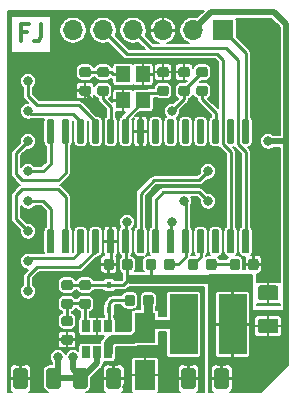
<source format=gbr>
G04 #@! TF.GenerationSoftware,KiCad,Pcbnew,(5.1.5)-3*
G04 #@! TF.CreationDate,2022-01-02T05:02:30+03:00*
G04 #@! TF.ProjectId,Test,54657374-2e6b-4696-9361-645f70636258,rev?*
G04 #@! TF.SameCoordinates,Original*
G04 #@! TF.FileFunction,Copper,L1,Top*
G04 #@! TF.FilePolarity,Positive*
%FSLAX46Y46*%
G04 Gerber Fmt 4.6, Leading zero omitted, Abs format (unit mm)*
G04 Created by KiCad (PCBNEW (5.1.5)-3) date 2022-01-02 05:02:30*
%MOMM*%
%LPD*%
G04 APERTURE LIST*
%ADD10C,0.300000*%
%ADD11C,0.100000*%
%ADD12R,0.450000X0.600000*%
%ADD13R,1.800000X2.500000*%
%ADD14R,1.700000X1.700000*%
%ADD15O,1.700000X1.700000*%
%ADD16R,2.350000X5.100000*%
%ADD17R,0.650000X1.060000*%
%ADD18R,1.200000X1.400000*%
%ADD19C,0.800000*%
%ADD20C,0.250000*%
%ADD21C,0.500000*%
%ADD22C,0.750000*%
%ADD23C,0.200000*%
G04 APERTURE END LIST*
D10*
X22756857Y-61614857D02*
X22256857Y-61614857D01*
X22256857Y-62400571D02*
X22256857Y-60900571D01*
X22971142Y-60900571D01*
X23971142Y-60900571D02*
X23971142Y-61972000D01*
X23899714Y-62186285D01*
X23756857Y-62329142D01*
X23542571Y-62400571D01*
X23399714Y-62400571D01*
G04 #@! TA.AperFunction,SMDPad,CuDef*
D11*
G36*
X38619691Y-80806053D02*
G01*
X38640926Y-80809203D01*
X38661750Y-80814419D01*
X38681962Y-80821651D01*
X38701368Y-80830830D01*
X38719781Y-80841866D01*
X38737024Y-80854654D01*
X38752930Y-80869070D01*
X38767346Y-80884976D01*
X38780134Y-80902219D01*
X38791170Y-80920632D01*
X38800349Y-80940038D01*
X38807581Y-80960250D01*
X38812797Y-80981074D01*
X38815947Y-81002309D01*
X38817000Y-81023750D01*
X38817000Y-81536250D01*
X38815947Y-81557691D01*
X38812797Y-81578926D01*
X38807581Y-81599750D01*
X38800349Y-81619962D01*
X38791170Y-81639368D01*
X38780134Y-81657781D01*
X38767346Y-81675024D01*
X38752930Y-81690930D01*
X38737024Y-81705346D01*
X38719781Y-81718134D01*
X38701368Y-81729170D01*
X38681962Y-81738349D01*
X38661750Y-81745581D01*
X38640926Y-81750797D01*
X38619691Y-81753947D01*
X38598250Y-81755000D01*
X38160750Y-81755000D01*
X38139309Y-81753947D01*
X38118074Y-81750797D01*
X38097250Y-81745581D01*
X38077038Y-81738349D01*
X38057632Y-81729170D01*
X38039219Y-81718134D01*
X38021976Y-81705346D01*
X38006070Y-81690930D01*
X37991654Y-81675024D01*
X37978866Y-81657781D01*
X37967830Y-81639368D01*
X37958651Y-81619962D01*
X37951419Y-81599750D01*
X37946203Y-81578926D01*
X37943053Y-81557691D01*
X37942000Y-81536250D01*
X37942000Y-81023750D01*
X37943053Y-81002309D01*
X37946203Y-80981074D01*
X37951419Y-80960250D01*
X37958651Y-80940038D01*
X37967830Y-80920632D01*
X37978866Y-80902219D01*
X37991654Y-80884976D01*
X38006070Y-80869070D01*
X38021976Y-80854654D01*
X38039219Y-80841866D01*
X38057632Y-80830830D01*
X38077038Y-80821651D01*
X38097250Y-80814419D01*
X38118074Y-80809203D01*
X38139309Y-80806053D01*
X38160750Y-80805000D01*
X38598250Y-80805000D01*
X38619691Y-80806053D01*
G37*
G04 #@! TD.AperFunction*
G04 #@! TA.AperFunction,SMDPad,CuDef*
G36*
X37044691Y-80806053D02*
G01*
X37065926Y-80809203D01*
X37086750Y-80814419D01*
X37106962Y-80821651D01*
X37126368Y-80830830D01*
X37144781Y-80841866D01*
X37162024Y-80854654D01*
X37177930Y-80869070D01*
X37192346Y-80884976D01*
X37205134Y-80902219D01*
X37216170Y-80920632D01*
X37225349Y-80940038D01*
X37232581Y-80960250D01*
X37237797Y-80981074D01*
X37240947Y-81002309D01*
X37242000Y-81023750D01*
X37242000Y-81536250D01*
X37240947Y-81557691D01*
X37237797Y-81578926D01*
X37232581Y-81599750D01*
X37225349Y-81619962D01*
X37216170Y-81639368D01*
X37205134Y-81657781D01*
X37192346Y-81675024D01*
X37177930Y-81690930D01*
X37162024Y-81705346D01*
X37144781Y-81718134D01*
X37126368Y-81729170D01*
X37106962Y-81738349D01*
X37086750Y-81745581D01*
X37065926Y-81750797D01*
X37044691Y-81753947D01*
X37023250Y-81755000D01*
X36585750Y-81755000D01*
X36564309Y-81753947D01*
X36543074Y-81750797D01*
X36522250Y-81745581D01*
X36502038Y-81738349D01*
X36482632Y-81729170D01*
X36464219Y-81718134D01*
X36446976Y-81705346D01*
X36431070Y-81690930D01*
X36416654Y-81675024D01*
X36403866Y-81657781D01*
X36392830Y-81639368D01*
X36383651Y-81619962D01*
X36376419Y-81599750D01*
X36371203Y-81578926D01*
X36368053Y-81557691D01*
X36367000Y-81536250D01*
X36367000Y-81023750D01*
X36368053Y-81002309D01*
X36371203Y-80981074D01*
X36376419Y-80960250D01*
X36383651Y-80940038D01*
X36392830Y-80920632D01*
X36403866Y-80902219D01*
X36416654Y-80884976D01*
X36431070Y-80869070D01*
X36446976Y-80854654D01*
X36464219Y-80841866D01*
X36482632Y-80830830D01*
X36502038Y-80821651D01*
X36522250Y-80814419D01*
X36543074Y-80809203D01*
X36564309Y-80806053D01*
X36585750Y-80805000D01*
X37023250Y-80805000D01*
X37044691Y-80806053D01*
G37*
G04 #@! TD.AperFunction*
G04 #@! TA.AperFunction,SMDPad,CuDef*
G36*
X40600691Y-80806053D02*
G01*
X40621926Y-80809203D01*
X40642750Y-80814419D01*
X40662962Y-80821651D01*
X40682368Y-80830830D01*
X40700781Y-80841866D01*
X40718024Y-80854654D01*
X40733930Y-80869070D01*
X40748346Y-80884976D01*
X40761134Y-80902219D01*
X40772170Y-80920632D01*
X40781349Y-80940038D01*
X40788581Y-80960250D01*
X40793797Y-80981074D01*
X40796947Y-81002309D01*
X40798000Y-81023750D01*
X40798000Y-81536250D01*
X40796947Y-81557691D01*
X40793797Y-81578926D01*
X40788581Y-81599750D01*
X40781349Y-81619962D01*
X40772170Y-81639368D01*
X40761134Y-81657781D01*
X40748346Y-81675024D01*
X40733930Y-81690930D01*
X40718024Y-81705346D01*
X40700781Y-81718134D01*
X40682368Y-81729170D01*
X40662962Y-81738349D01*
X40642750Y-81745581D01*
X40621926Y-81750797D01*
X40600691Y-81753947D01*
X40579250Y-81755000D01*
X40141750Y-81755000D01*
X40120309Y-81753947D01*
X40099074Y-81750797D01*
X40078250Y-81745581D01*
X40058038Y-81738349D01*
X40038632Y-81729170D01*
X40020219Y-81718134D01*
X40002976Y-81705346D01*
X39987070Y-81690930D01*
X39972654Y-81675024D01*
X39959866Y-81657781D01*
X39948830Y-81639368D01*
X39939651Y-81619962D01*
X39932419Y-81599750D01*
X39927203Y-81578926D01*
X39924053Y-81557691D01*
X39923000Y-81536250D01*
X39923000Y-81023750D01*
X39924053Y-81002309D01*
X39927203Y-80981074D01*
X39932419Y-80960250D01*
X39939651Y-80940038D01*
X39948830Y-80920632D01*
X39959866Y-80902219D01*
X39972654Y-80884976D01*
X39987070Y-80869070D01*
X40002976Y-80854654D01*
X40020219Y-80841866D01*
X40038632Y-80830830D01*
X40058038Y-80821651D01*
X40078250Y-80814419D01*
X40099074Y-80809203D01*
X40120309Y-80806053D01*
X40141750Y-80805000D01*
X40579250Y-80805000D01*
X40600691Y-80806053D01*
G37*
G04 #@! TD.AperFunction*
G04 #@! TA.AperFunction,SMDPad,CuDef*
G36*
X42175691Y-80806053D02*
G01*
X42196926Y-80809203D01*
X42217750Y-80814419D01*
X42237962Y-80821651D01*
X42257368Y-80830830D01*
X42275781Y-80841866D01*
X42293024Y-80854654D01*
X42308930Y-80869070D01*
X42323346Y-80884976D01*
X42336134Y-80902219D01*
X42347170Y-80920632D01*
X42356349Y-80940038D01*
X42363581Y-80960250D01*
X42368797Y-80981074D01*
X42371947Y-81002309D01*
X42373000Y-81023750D01*
X42373000Y-81536250D01*
X42371947Y-81557691D01*
X42368797Y-81578926D01*
X42363581Y-81599750D01*
X42356349Y-81619962D01*
X42347170Y-81639368D01*
X42336134Y-81657781D01*
X42323346Y-81675024D01*
X42308930Y-81690930D01*
X42293024Y-81705346D01*
X42275781Y-81718134D01*
X42257368Y-81729170D01*
X42237962Y-81738349D01*
X42217750Y-81745581D01*
X42196926Y-81750797D01*
X42175691Y-81753947D01*
X42154250Y-81755000D01*
X41716750Y-81755000D01*
X41695309Y-81753947D01*
X41674074Y-81750797D01*
X41653250Y-81745581D01*
X41633038Y-81738349D01*
X41613632Y-81729170D01*
X41595219Y-81718134D01*
X41577976Y-81705346D01*
X41562070Y-81690930D01*
X41547654Y-81675024D01*
X41534866Y-81657781D01*
X41523830Y-81639368D01*
X41514651Y-81619962D01*
X41507419Y-81599750D01*
X41502203Y-81578926D01*
X41499053Y-81557691D01*
X41498000Y-81536250D01*
X41498000Y-81023750D01*
X41499053Y-81002309D01*
X41502203Y-80981074D01*
X41507419Y-80960250D01*
X41514651Y-80940038D01*
X41523830Y-80920632D01*
X41534866Y-80902219D01*
X41547654Y-80884976D01*
X41562070Y-80869070D01*
X41577976Y-80854654D01*
X41595219Y-80841866D01*
X41613632Y-80830830D01*
X41633038Y-80821651D01*
X41653250Y-80814419D01*
X41674074Y-80809203D01*
X41695309Y-80806053D01*
X41716750Y-80805000D01*
X42154250Y-80805000D01*
X42175691Y-80806053D01*
G37*
G04 #@! TD.AperFunction*
G04 #@! TA.AperFunction,SMDPad,CuDef*
G36*
X31507691Y-80806053D02*
G01*
X31528926Y-80809203D01*
X31549750Y-80814419D01*
X31569962Y-80821651D01*
X31589368Y-80830830D01*
X31607781Y-80841866D01*
X31625024Y-80854654D01*
X31640930Y-80869070D01*
X31655346Y-80884976D01*
X31668134Y-80902219D01*
X31679170Y-80920632D01*
X31688349Y-80940038D01*
X31695581Y-80960250D01*
X31700797Y-80981074D01*
X31703947Y-81002309D01*
X31705000Y-81023750D01*
X31705000Y-81536250D01*
X31703947Y-81557691D01*
X31700797Y-81578926D01*
X31695581Y-81599750D01*
X31688349Y-81619962D01*
X31679170Y-81639368D01*
X31668134Y-81657781D01*
X31655346Y-81675024D01*
X31640930Y-81690930D01*
X31625024Y-81705346D01*
X31607781Y-81718134D01*
X31589368Y-81729170D01*
X31569962Y-81738349D01*
X31549750Y-81745581D01*
X31528926Y-81750797D01*
X31507691Y-81753947D01*
X31486250Y-81755000D01*
X31048750Y-81755000D01*
X31027309Y-81753947D01*
X31006074Y-81750797D01*
X30985250Y-81745581D01*
X30965038Y-81738349D01*
X30945632Y-81729170D01*
X30927219Y-81718134D01*
X30909976Y-81705346D01*
X30894070Y-81690930D01*
X30879654Y-81675024D01*
X30866866Y-81657781D01*
X30855830Y-81639368D01*
X30846651Y-81619962D01*
X30839419Y-81599750D01*
X30834203Y-81578926D01*
X30831053Y-81557691D01*
X30830000Y-81536250D01*
X30830000Y-81023750D01*
X30831053Y-81002309D01*
X30834203Y-80981074D01*
X30839419Y-80960250D01*
X30846651Y-80940038D01*
X30855830Y-80920632D01*
X30866866Y-80902219D01*
X30879654Y-80884976D01*
X30894070Y-80869070D01*
X30909976Y-80854654D01*
X30927219Y-80841866D01*
X30945632Y-80830830D01*
X30965038Y-80821651D01*
X30985250Y-80814419D01*
X31006074Y-80809203D01*
X31027309Y-80806053D01*
X31048750Y-80805000D01*
X31486250Y-80805000D01*
X31507691Y-80806053D01*
G37*
G04 #@! TD.AperFunction*
G04 #@! TA.AperFunction,SMDPad,CuDef*
G36*
X29932691Y-80806053D02*
G01*
X29953926Y-80809203D01*
X29974750Y-80814419D01*
X29994962Y-80821651D01*
X30014368Y-80830830D01*
X30032781Y-80841866D01*
X30050024Y-80854654D01*
X30065930Y-80869070D01*
X30080346Y-80884976D01*
X30093134Y-80902219D01*
X30104170Y-80920632D01*
X30113349Y-80940038D01*
X30120581Y-80960250D01*
X30125797Y-80981074D01*
X30128947Y-81002309D01*
X30130000Y-81023750D01*
X30130000Y-81536250D01*
X30128947Y-81557691D01*
X30125797Y-81578926D01*
X30120581Y-81599750D01*
X30113349Y-81619962D01*
X30104170Y-81639368D01*
X30093134Y-81657781D01*
X30080346Y-81675024D01*
X30065930Y-81690930D01*
X30050024Y-81705346D01*
X30032781Y-81718134D01*
X30014368Y-81729170D01*
X29994962Y-81738349D01*
X29974750Y-81745581D01*
X29953926Y-81750797D01*
X29932691Y-81753947D01*
X29911250Y-81755000D01*
X29473750Y-81755000D01*
X29452309Y-81753947D01*
X29431074Y-81750797D01*
X29410250Y-81745581D01*
X29390038Y-81738349D01*
X29370632Y-81729170D01*
X29352219Y-81718134D01*
X29334976Y-81705346D01*
X29319070Y-81690930D01*
X29304654Y-81675024D01*
X29291866Y-81657781D01*
X29280830Y-81639368D01*
X29271651Y-81619962D01*
X29264419Y-81599750D01*
X29259203Y-81578926D01*
X29256053Y-81557691D01*
X29255000Y-81536250D01*
X29255000Y-81023750D01*
X29256053Y-81002309D01*
X29259203Y-80981074D01*
X29264419Y-80960250D01*
X29271651Y-80940038D01*
X29280830Y-80920632D01*
X29291866Y-80902219D01*
X29304654Y-80884976D01*
X29319070Y-80869070D01*
X29334976Y-80854654D01*
X29352219Y-80841866D01*
X29370632Y-80830830D01*
X29390038Y-80821651D01*
X29410250Y-80814419D01*
X29431074Y-80809203D01*
X29452309Y-80806053D01*
X29473750Y-80805000D01*
X29911250Y-80805000D01*
X29932691Y-80806053D01*
G37*
G04 #@! TD.AperFunction*
G04 #@! TA.AperFunction,SMDPad,CuDef*
G36*
X27963691Y-66137053D02*
G01*
X27984926Y-66140203D01*
X28005750Y-66145419D01*
X28025962Y-66152651D01*
X28045368Y-66161830D01*
X28063781Y-66172866D01*
X28081024Y-66185654D01*
X28096930Y-66200070D01*
X28111346Y-66215976D01*
X28124134Y-66233219D01*
X28135170Y-66251632D01*
X28144349Y-66271038D01*
X28151581Y-66291250D01*
X28156797Y-66312074D01*
X28159947Y-66333309D01*
X28161000Y-66354750D01*
X28161000Y-66792250D01*
X28159947Y-66813691D01*
X28156797Y-66834926D01*
X28151581Y-66855750D01*
X28144349Y-66875962D01*
X28135170Y-66895368D01*
X28124134Y-66913781D01*
X28111346Y-66931024D01*
X28096930Y-66946930D01*
X28081024Y-66961346D01*
X28063781Y-66974134D01*
X28045368Y-66985170D01*
X28025962Y-66994349D01*
X28005750Y-67001581D01*
X27984926Y-67006797D01*
X27963691Y-67009947D01*
X27942250Y-67011000D01*
X27429750Y-67011000D01*
X27408309Y-67009947D01*
X27387074Y-67006797D01*
X27366250Y-67001581D01*
X27346038Y-66994349D01*
X27326632Y-66985170D01*
X27308219Y-66974134D01*
X27290976Y-66961346D01*
X27275070Y-66946930D01*
X27260654Y-66931024D01*
X27247866Y-66913781D01*
X27236830Y-66895368D01*
X27227651Y-66875962D01*
X27220419Y-66855750D01*
X27215203Y-66834926D01*
X27212053Y-66813691D01*
X27211000Y-66792250D01*
X27211000Y-66354750D01*
X27212053Y-66333309D01*
X27215203Y-66312074D01*
X27220419Y-66291250D01*
X27227651Y-66271038D01*
X27236830Y-66251632D01*
X27247866Y-66233219D01*
X27260654Y-66215976D01*
X27275070Y-66200070D01*
X27290976Y-66185654D01*
X27308219Y-66172866D01*
X27326632Y-66161830D01*
X27346038Y-66152651D01*
X27366250Y-66145419D01*
X27387074Y-66140203D01*
X27408309Y-66137053D01*
X27429750Y-66136000D01*
X27942250Y-66136000D01*
X27963691Y-66137053D01*
G37*
G04 #@! TD.AperFunction*
G04 #@! TA.AperFunction,SMDPad,CuDef*
G36*
X27963691Y-64562053D02*
G01*
X27984926Y-64565203D01*
X28005750Y-64570419D01*
X28025962Y-64577651D01*
X28045368Y-64586830D01*
X28063781Y-64597866D01*
X28081024Y-64610654D01*
X28096930Y-64625070D01*
X28111346Y-64640976D01*
X28124134Y-64658219D01*
X28135170Y-64676632D01*
X28144349Y-64696038D01*
X28151581Y-64716250D01*
X28156797Y-64737074D01*
X28159947Y-64758309D01*
X28161000Y-64779750D01*
X28161000Y-65217250D01*
X28159947Y-65238691D01*
X28156797Y-65259926D01*
X28151581Y-65280750D01*
X28144349Y-65300962D01*
X28135170Y-65320368D01*
X28124134Y-65338781D01*
X28111346Y-65356024D01*
X28096930Y-65371930D01*
X28081024Y-65386346D01*
X28063781Y-65399134D01*
X28045368Y-65410170D01*
X28025962Y-65419349D01*
X28005750Y-65426581D01*
X27984926Y-65431797D01*
X27963691Y-65434947D01*
X27942250Y-65436000D01*
X27429750Y-65436000D01*
X27408309Y-65434947D01*
X27387074Y-65431797D01*
X27366250Y-65426581D01*
X27346038Y-65419349D01*
X27326632Y-65410170D01*
X27308219Y-65399134D01*
X27290976Y-65386346D01*
X27275070Y-65371930D01*
X27260654Y-65356024D01*
X27247866Y-65338781D01*
X27236830Y-65320368D01*
X27227651Y-65300962D01*
X27220419Y-65280750D01*
X27215203Y-65259926D01*
X27212053Y-65238691D01*
X27211000Y-65217250D01*
X27211000Y-64779750D01*
X27212053Y-64758309D01*
X27215203Y-64737074D01*
X27220419Y-64716250D01*
X27227651Y-64696038D01*
X27236830Y-64676632D01*
X27247866Y-64658219D01*
X27260654Y-64640976D01*
X27275070Y-64625070D01*
X27290976Y-64610654D01*
X27308219Y-64597866D01*
X27326632Y-64586830D01*
X27346038Y-64577651D01*
X27366250Y-64570419D01*
X27387074Y-64565203D01*
X27408309Y-64562053D01*
X27429750Y-64561000D01*
X27942250Y-64561000D01*
X27963691Y-64562053D01*
G37*
G04 #@! TD.AperFunction*
G04 #@! TA.AperFunction,SMDPad,CuDef*
G36*
X34567691Y-66137053D02*
G01*
X34588926Y-66140203D01*
X34609750Y-66145419D01*
X34629962Y-66152651D01*
X34649368Y-66161830D01*
X34667781Y-66172866D01*
X34685024Y-66185654D01*
X34700930Y-66200070D01*
X34715346Y-66215976D01*
X34728134Y-66233219D01*
X34739170Y-66251632D01*
X34748349Y-66271038D01*
X34755581Y-66291250D01*
X34760797Y-66312074D01*
X34763947Y-66333309D01*
X34765000Y-66354750D01*
X34765000Y-66792250D01*
X34763947Y-66813691D01*
X34760797Y-66834926D01*
X34755581Y-66855750D01*
X34748349Y-66875962D01*
X34739170Y-66895368D01*
X34728134Y-66913781D01*
X34715346Y-66931024D01*
X34700930Y-66946930D01*
X34685024Y-66961346D01*
X34667781Y-66974134D01*
X34649368Y-66985170D01*
X34629962Y-66994349D01*
X34609750Y-67001581D01*
X34588926Y-67006797D01*
X34567691Y-67009947D01*
X34546250Y-67011000D01*
X34033750Y-67011000D01*
X34012309Y-67009947D01*
X33991074Y-67006797D01*
X33970250Y-67001581D01*
X33950038Y-66994349D01*
X33930632Y-66985170D01*
X33912219Y-66974134D01*
X33894976Y-66961346D01*
X33879070Y-66946930D01*
X33864654Y-66931024D01*
X33851866Y-66913781D01*
X33840830Y-66895368D01*
X33831651Y-66875962D01*
X33824419Y-66855750D01*
X33819203Y-66834926D01*
X33816053Y-66813691D01*
X33815000Y-66792250D01*
X33815000Y-66354750D01*
X33816053Y-66333309D01*
X33819203Y-66312074D01*
X33824419Y-66291250D01*
X33831651Y-66271038D01*
X33840830Y-66251632D01*
X33851866Y-66233219D01*
X33864654Y-66215976D01*
X33879070Y-66200070D01*
X33894976Y-66185654D01*
X33912219Y-66172866D01*
X33930632Y-66161830D01*
X33950038Y-66152651D01*
X33970250Y-66145419D01*
X33991074Y-66140203D01*
X34012309Y-66137053D01*
X34033750Y-66136000D01*
X34546250Y-66136000D01*
X34567691Y-66137053D01*
G37*
G04 #@! TD.AperFunction*
G04 #@! TA.AperFunction,SMDPad,CuDef*
G36*
X34567691Y-64562053D02*
G01*
X34588926Y-64565203D01*
X34609750Y-64570419D01*
X34629962Y-64577651D01*
X34649368Y-64586830D01*
X34667781Y-64597866D01*
X34685024Y-64610654D01*
X34700930Y-64625070D01*
X34715346Y-64640976D01*
X34728134Y-64658219D01*
X34739170Y-64676632D01*
X34748349Y-64696038D01*
X34755581Y-64716250D01*
X34760797Y-64737074D01*
X34763947Y-64758309D01*
X34765000Y-64779750D01*
X34765000Y-65217250D01*
X34763947Y-65238691D01*
X34760797Y-65259926D01*
X34755581Y-65280750D01*
X34748349Y-65300962D01*
X34739170Y-65320368D01*
X34728134Y-65338781D01*
X34715346Y-65356024D01*
X34700930Y-65371930D01*
X34685024Y-65386346D01*
X34667781Y-65399134D01*
X34649368Y-65410170D01*
X34629962Y-65419349D01*
X34609750Y-65426581D01*
X34588926Y-65431797D01*
X34567691Y-65434947D01*
X34546250Y-65436000D01*
X34033750Y-65436000D01*
X34012309Y-65434947D01*
X33991074Y-65431797D01*
X33970250Y-65426581D01*
X33950038Y-65419349D01*
X33930632Y-65410170D01*
X33912219Y-65399134D01*
X33894976Y-65386346D01*
X33879070Y-65371930D01*
X33864654Y-65356024D01*
X33851866Y-65338781D01*
X33840830Y-65320368D01*
X33831651Y-65300962D01*
X33824419Y-65280750D01*
X33819203Y-65259926D01*
X33816053Y-65238691D01*
X33815000Y-65217250D01*
X33815000Y-64779750D01*
X33816053Y-64758309D01*
X33819203Y-64737074D01*
X33824419Y-64716250D01*
X33831651Y-64696038D01*
X33840830Y-64676632D01*
X33851866Y-64658219D01*
X33864654Y-64640976D01*
X33879070Y-64625070D01*
X33894976Y-64610654D01*
X33912219Y-64597866D01*
X33930632Y-64586830D01*
X33950038Y-64577651D01*
X33970250Y-64570419D01*
X33991074Y-64565203D01*
X34012309Y-64562053D01*
X34033750Y-64561000D01*
X34546250Y-64561000D01*
X34567691Y-64562053D01*
G37*
G04 #@! TD.AperFunction*
G04 #@! TA.AperFunction,SMDPad,CuDef*
G36*
X33285691Y-83854053D02*
G01*
X33306926Y-83857203D01*
X33327750Y-83862419D01*
X33347962Y-83869651D01*
X33367368Y-83878830D01*
X33385781Y-83889866D01*
X33403024Y-83902654D01*
X33418930Y-83917070D01*
X33433346Y-83932976D01*
X33446134Y-83950219D01*
X33457170Y-83968632D01*
X33466349Y-83988038D01*
X33473581Y-84008250D01*
X33478797Y-84029074D01*
X33481947Y-84050309D01*
X33483000Y-84071750D01*
X33483000Y-84584250D01*
X33481947Y-84605691D01*
X33478797Y-84626926D01*
X33473581Y-84647750D01*
X33466349Y-84667962D01*
X33457170Y-84687368D01*
X33446134Y-84705781D01*
X33433346Y-84723024D01*
X33418930Y-84738930D01*
X33403024Y-84753346D01*
X33385781Y-84766134D01*
X33367368Y-84777170D01*
X33347962Y-84786349D01*
X33327750Y-84793581D01*
X33306926Y-84798797D01*
X33285691Y-84801947D01*
X33264250Y-84803000D01*
X32826750Y-84803000D01*
X32805309Y-84801947D01*
X32784074Y-84798797D01*
X32763250Y-84793581D01*
X32743038Y-84786349D01*
X32723632Y-84777170D01*
X32705219Y-84766134D01*
X32687976Y-84753346D01*
X32672070Y-84738930D01*
X32657654Y-84723024D01*
X32644866Y-84705781D01*
X32633830Y-84687368D01*
X32624651Y-84667962D01*
X32617419Y-84647750D01*
X32612203Y-84626926D01*
X32609053Y-84605691D01*
X32608000Y-84584250D01*
X32608000Y-84071750D01*
X32609053Y-84050309D01*
X32612203Y-84029074D01*
X32617419Y-84008250D01*
X32624651Y-83988038D01*
X32633830Y-83968632D01*
X32644866Y-83950219D01*
X32657654Y-83932976D01*
X32672070Y-83917070D01*
X32687976Y-83902654D01*
X32705219Y-83889866D01*
X32723632Y-83878830D01*
X32743038Y-83869651D01*
X32763250Y-83862419D01*
X32784074Y-83857203D01*
X32805309Y-83854053D01*
X32826750Y-83853000D01*
X33264250Y-83853000D01*
X33285691Y-83854053D01*
G37*
G04 #@! TD.AperFunction*
G04 #@! TA.AperFunction,SMDPad,CuDef*
G36*
X31710691Y-83854053D02*
G01*
X31731926Y-83857203D01*
X31752750Y-83862419D01*
X31772962Y-83869651D01*
X31792368Y-83878830D01*
X31810781Y-83889866D01*
X31828024Y-83902654D01*
X31843930Y-83917070D01*
X31858346Y-83932976D01*
X31871134Y-83950219D01*
X31882170Y-83968632D01*
X31891349Y-83988038D01*
X31898581Y-84008250D01*
X31903797Y-84029074D01*
X31906947Y-84050309D01*
X31908000Y-84071750D01*
X31908000Y-84584250D01*
X31906947Y-84605691D01*
X31903797Y-84626926D01*
X31898581Y-84647750D01*
X31891349Y-84667962D01*
X31882170Y-84687368D01*
X31871134Y-84705781D01*
X31858346Y-84723024D01*
X31843930Y-84738930D01*
X31828024Y-84753346D01*
X31810781Y-84766134D01*
X31792368Y-84777170D01*
X31772962Y-84786349D01*
X31752750Y-84793581D01*
X31731926Y-84798797D01*
X31710691Y-84801947D01*
X31689250Y-84803000D01*
X31251750Y-84803000D01*
X31230309Y-84801947D01*
X31209074Y-84798797D01*
X31188250Y-84793581D01*
X31168038Y-84786349D01*
X31148632Y-84777170D01*
X31130219Y-84766134D01*
X31112976Y-84753346D01*
X31097070Y-84738930D01*
X31082654Y-84723024D01*
X31069866Y-84705781D01*
X31058830Y-84687368D01*
X31049651Y-84667962D01*
X31042419Y-84647750D01*
X31037203Y-84626926D01*
X31034053Y-84605691D01*
X31033000Y-84584250D01*
X31033000Y-84071750D01*
X31034053Y-84050309D01*
X31037203Y-84029074D01*
X31042419Y-84008250D01*
X31049651Y-83988038D01*
X31058830Y-83968632D01*
X31069866Y-83950219D01*
X31082654Y-83932976D01*
X31097070Y-83917070D01*
X31112976Y-83902654D01*
X31130219Y-83889866D01*
X31148632Y-83878830D01*
X31168038Y-83869651D01*
X31188250Y-83862419D01*
X31209074Y-83857203D01*
X31230309Y-83854053D01*
X31251750Y-83853000D01*
X31689250Y-83853000D01*
X31710691Y-83854053D01*
G37*
G04 #@! TD.AperFunction*
G04 #@! TA.AperFunction,SMDPad,CuDef*
G36*
X26439691Y-82596053D02*
G01*
X26460926Y-82599203D01*
X26481750Y-82604419D01*
X26501962Y-82611651D01*
X26521368Y-82620830D01*
X26539781Y-82631866D01*
X26557024Y-82644654D01*
X26572930Y-82659070D01*
X26587346Y-82674976D01*
X26600134Y-82692219D01*
X26611170Y-82710632D01*
X26620349Y-82730038D01*
X26627581Y-82750250D01*
X26632797Y-82771074D01*
X26635947Y-82792309D01*
X26637000Y-82813750D01*
X26637000Y-83251250D01*
X26635947Y-83272691D01*
X26632797Y-83293926D01*
X26627581Y-83314750D01*
X26620349Y-83334962D01*
X26611170Y-83354368D01*
X26600134Y-83372781D01*
X26587346Y-83390024D01*
X26572930Y-83405930D01*
X26557024Y-83420346D01*
X26539781Y-83433134D01*
X26521368Y-83444170D01*
X26501962Y-83453349D01*
X26481750Y-83460581D01*
X26460926Y-83465797D01*
X26439691Y-83468947D01*
X26418250Y-83470000D01*
X25905750Y-83470000D01*
X25884309Y-83468947D01*
X25863074Y-83465797D01*
X25842250Y-83460581D01*
X25822038Y-83453349D01*
X25802632Y-83444170D01*
X25784219Y-83433134D01*
X25766976Y-83420346D01*
X25751070Y-83405930D01*
X25736654Y-83390024D01*
X25723866Y-83372781D01*
X25712830Y-83354368D01*
X25703651Y-83334962D01*
X25696419Y-83314750D01*
X25691203Y-83293926D01*
X25688053Y-83272691D01*
X25687000Y-83251250D01*
X25687000Y-82813750D01*
X25688053Y-82792309D01*
X25691203Y-82771074D01*
X25696419Y-82750250D01*
X25703651Y-82730038D01*
X25712830Y-82710632D01*
X25723866Y-82692219D01*
X25736654Y-82674976D01*
X25751070Y-82659070D01*
X25766976Y-82644654D01*
X25784219Y-82631866D01*
X25802632Y-82620830D01*
X25822038Y-82611651D01*
X25842250Y-82604419D01*
X25863074Y-82599203D01*
X25884309Y-82596053D01*
X25905750Y-82595000D01*
X26418250Y-82595000D01*
X26439691Y-82596053D01*
G37*
G04 #@! TD.AperFunction*
G04 #@! TA.AperFunction,SMDPad,CuDef*
G36*
X26439691Y-84171053D02*
G01*
X26460926Y-84174203D01*
X26481750Y-84179419D01*
X26501962Y-84186651D01*
X26521368Y-84195830D01*
X26539781Y-84206866D01*
X26557024Y-84219654D01*
X26572930Y-84234070D01*
X26587346Y-84249976D01*
X26600134Y-84267219D01*
X26611170Y-84285632D01*
X26620349Y-84305038D01*
X26627581Y-84325250D01*
X26632797Y-84346074D01*
X26635947Y-84367309D01*
X26637000Y-84388750D01*
X26637000Y-84826250D01*
X26635947Y-84847691D01*
X26632797Y-84868926D01*
X26627581Y-84889750D01*
X26620349Y-84909962D01*
X26611170Y-84929368D01*
X26600134Y-84947781D01*
X26587346Y-84965024D01*
X26572930Y-84980930D01*
X26557024Y-84995346D01*
X26539781Y-85008134D01*
X26521368Y-85019170D01*
X26501962Y-85028349D01*
X26481750Y-85035581D01*
X26460926Y-85040797D01*
X26439691Y-85043947D01*
X26418250Y-85045000D01*
X25905750Y-85045000D01*
X25884309Y-85043947D01*
X25863074Y-85040797D01*
X25842250Y-85035581D01*
X25822038Y-85028349D01*
X25802632Y-85019170D01*
X25784219Y-85008134D01*
X25766976Y-84995346D01*
X25751070Y-84980930D01*
X25736654Y-84965024D01*
X25723866Y-84947781D01*
X25712830Y-84929368D01*
X25703651Y-84909962D01*
X25696419Y-84889750D01*
X25691203Y-84868926D01*
X25688053Y-84847691D01*
X25687000Y-84826250D01*
X25687000Y-84388750D01*
X25688053Y-84367309D01*
X25691203Y-84346074D01*
X25696419Y-84325250D01*
X25703651Y-84305038D01*
X25712830Y-84285632D01*
X25723866Y-84267219D01*
X25736654Y-84249976D01*
X25751070Y-84234070D01*
X25766976Y-84219654D01*
X25784219Y-84206866D01*
X25802632Y-84195830D01*
X25822038Y-84186651D01*
X25842250Y-84179419D01*
X25863074Y-84174203D01*
X25884309Y-84171053D01*
X25905750Y-84170000D01*
X26418250Y-84170000D01*
X26439691Y-84171053D01*
G37*
G04 #@! TD.AperFunction*
G04 #@! TA.AperFunction,SMDPad,CuDef*
G36*
X30501504Y-90058204D02*
G01*
X30525773Y-90061804D01*
X30549571Y-90067765D01*
X30572671Y-90076030D01*
X30594849Y-90086520D01*
X30615893Y-90099133D01*
X30635598Y-90113747D01*
X30653777Y-90130223D01*
X30670253Y-90148402D01*
X30684867Y-90168107D01*
X30697480Y-90189151D01*
X30707970Y-90211329D01*
X30716235Y-90234429D01*
X30722196Y-90258227D01*
X30725796Y-90282496D01*
X30727000Y-90307000D01*
X30727000Y-91557000D01*
X30725796Y-91581504D01*
X30722196Y-91605773D01*
X30716235Y-91629571D01*
X30707970Y-91652671D01*
X30697480Y-91674849D01*
X30684867Y-91695893D01*
X30670253Y-91715598D01*
X30653777Y-91733777D01*
X30635598Y-91750253D01*
X30615893Y-91764867D01*
X30594849Y-91777480D01*
X30572671Y-91787970D01*
X30549571Y-91796235D01*
X30525773Y-91802196D01*
X30501504Y-91805796D01*
X30477000Y-91807000D01*
X29727000Y-91807000D01*
X29702496Y-91805796D01*
X29678227Y-91802196D01*
X29654429Y-91796235D01*
X29631329Y-91787970D01*
X29609151Y-91777480D01*
X29588107Y-91764867D01*
X29568402Y-91750253D01*
X29550223Y-91733777D01*
X29533747Y-91715598D01*
X29519133Y-91695893D01*
X29506520Y-91674849D01*
X29496030Y-91652671D01*
X29487765Y-91629571D01*
X29481804Y-91605773D01*
X29478204Y-91581504D01*
X29477000Y-91557000D01*
X29477000Y-90307000D01*
X29478204Y-90282496D01*
X29481804Y-90258227D01*
X29487765Y-90234429D01*
X29496030Y-90211329D01*
X29506520Y-90189151D01*
X29519133Y-90168107D01*
X29533747Y-90148402D01*
X29550223Y-90130223D01*
X29568402Y-90113747D01*
X29588107Y-90099133D01*
X29609151Y-90086520D01*
X29631329Y-90076030D01*
X29654429Y-90067765D01*
X29678227Y-90061804D01*
X29702496Y-90058204D01*
X29727000Y-90057000D01*
X30477000Y-90057000D01*
X30501504Y-90058204D01*
G37*
G04 #@! TD.AperFunction*
G04 #@! TA.AperFunction,SMDPad,CuDef*
G36*
X27701504Y-90058204D02*
G01*
X27725773Y-90061804D01*
X27749571Y-90067765D01*
X27772671Y-90076030D01*
X27794849Y-90086520D01*
X27815893Y-90099133D01*
X27835598Y-90113747D01*
X27853777Y-90130223D01*
X27870253Y-90148402D01*
X27884867Y-90168107D01*
X27897480Y-90189151D01*
X27907970Y-90211329D01*
X27916235Y-90234429D01*
X27922196Y-90258227D01*
X27925796Y-90282496D01*
X27927000Y-90307000D01*
X27927000Y-91557000D01*
X27925796Y-91581504D01*
X27922196Y-91605773D01*
X27916235Y-91629571D01*
X27907970Y-91652671D01*
X27897480Y-91674849D01*
X27884867Y-91695893D01*
X27870253Y-91715598D01*
X27853777Y-91733777D01*
X27835598Y-91750253D01*
X27815893Y-91764867D01*
X27794849Y-91777480D01*
X27772671Y-91787970D01*
X27749571Y-91796235D01*
X27725773Y-91802196D01*
X27701504Y-91805796D01*
X27677000Y-91807000D01*
X26927000Y-91807000D01*
X26902496Y-91805796D01*
X26878227Y-91802196D01*
X26854429Y-91796235D01*
X26831329Y-91787970D01*
X26809151Y-91777480D01*
X26788107Y-91764867D01*
X26768402Y-91750253D01*
X26750223Y-91733777D01*
X26733747Y-91715598D01*
X26719133Y-91695893D01*
X26706520Y-91674849D01*
X26696030Y-91652671D01*
X26687765Y-91629571D01*
X26681804Y-91605773D01*
X26678204Y-91581504D01*
X26677000Y-91557000D01*
X26677000Y-90307000D01*
X26678204Y-90282496D01*
X26681804Y-90258227D01*
X26687765Y-90234429D01*
X26696030Y-90211329D01*
X26706520Y-90189151D01*
X26719133Y-90168107D01*
X26733747Y-90148402D01*
X26750223Y-90130223D01*
X26768402Y-90113747D01*
X26788107Y-90099133D01*
X26809151Y-90086520D01*
X26831329Y-90076030D01*
X26854429Y-90067765D01*
X26878227Y-90061804D01*
X26902496Y-90058204D01*
X26927000Y-90057000D01*
X27677000Y-90057000D01*
X27701504Y-90058204D01*
G37*
G04 #@! TD.AperFunction*
G04 #@! TA.AperFunction,SMDPad,CuDef*
G36*
X25421504Y-90058204D02*
G01*
X25445773Y-90061804D01*
X25469571Y-90067765D01*
X25492671Y-90076030D01*
X25514849Y-90086520D01*
X25535893Y-90099133D01*
X25555598Y-90113747D01*
X25573777Y-90130223D01*
X25590253Y-90148402D01*
X25604867Y-90168107D01*
X25617480Y-90189151D01*
X25627970Y-90211329D01*
X25636235Y-90234429D01*
X25642196Y-90258227D01*
X25645796Y-90282496D01*
X25647000Y-90307000D01*
X25647000Y-91557000D01*
X25645796Y-91581504D01*
X25642196Y-91605773D01*
X25636235Y-91629571D01*
X25627970Y-91652671D01*
X25617480Y-91674849D01*
X25604867Y-91695893D01*
X25590253Y-91715598D01*
X25573777Y-91733777D01*
X25555598Y-91750253D01*
X25535893Y-91764867D01*
X25514849Y-91777480D01*
X25492671Y-91787970D01*
X25469571Y-91796235D01*
X25445773Y-91802196D01*
X25421504Y-91805796D01*
X25397000Y-91807000D01*
X24647000Y-91807000D01*
X24622496Y-91805796D01*
X24598227Y-91802196D01*
X24574429Y-91796235D01*
X24551329Y-91787970D01*
X24529151Y-91777480D01*
X24508107Y-91764867D01*
X24488402Y-91750253D01*
X24470223Y-91733777D01*
X24453747Y-91715598D01*
X24439133Y-91695893D01*
X24426520Y-91674849D01*
X24416030Y-91652671D01*
X24407765Y-91629571D01*
X24401804Y-91605773D01*
X24398204Y-91581504D01*
X24397000Y-91557000D01*
X24397000Y-90307000D01*
X24398204Y-90282496D01*
X24401804Y-90258227D01*
X24407765Y-90234429D01*
X24416030Y-90211329D01*
X24426520Y-90189151D01*
X24439133Y-90168107D01*
X24453747Y-90148402D01*
X24470223Y-90130223D01*
X24488402Y-90113747D01*
X24508107Y-90099133D01*
X24529151Y-90086520D01*
X24551329Y-90076030D01*
X24574429Y-90067765D01*
X24598227Y-90061804D01*
X24622496Y-90058204D01*
X24647000Y-90057000D01*
X25397000Y-90057000D01*
X25421504Y-90058204D01*
G37*
G04 #@! TD.AperFunction*
G04 #@! TA.AperFunction,SMDPad,CuDef*
G36*
X22621504Y-90058204D02*
G01*
X22645773Y-90061804D01*
X22669571Y-90067765D01*
X22692671Y-90076030D01*
X22714849Y-90086520D01*
X22735893Y-90099133D01*
X22755598Y-90113747D01*
X22773777Y-90130223D01*
X22790253Y-90148402D01*
X22804867Y-90168107D01*
X22817480Y-90189151D01*
X22827970Y-90211329D01*
X22836235Y-90234429D01*
X22842196Y-90258227D01*
X22845796Y-90282496D01*
X22847000Y-90307000D01*
X22847000Y-91557000D01*
X22845796Y-91581504D01*
X22842196Y-91605773D01*
X22836235Y-91629571D01*
X22827970Y-91652671D01*
X22817480Y-91674849D01*
X22804867Y-91695893D01*
X22790253Y-91715598D01*
X22773777Y-91733777D01*
X22755598Y-91750253D01*
X22735893Y-91764867D01*
X22714849Y-91777480D01*
X22692671Y-91787970D01*
X22669571Y-91796235D01*
X22645773Y-91802196D01*
X22621504Y-91805796D01*
X22597000Y-91807000D01*
X21847000Y-91807000D01*
X21822496Y-91805796D01*
X21798227Y-91802196D01*
X21774429Y-91796235D01*
X21751329Y-91787970D01*
X21729151Y-91777480D01*
X21708107Y-91764867D01*
X21688402Y-91750253D01*
X21670223Y-91733777D01*
X21653747Y-91715598D01*
X21639133Y-91695893D01*
X21626520Y-91674849D01*
X21616030Y-91652671D01*
X21607765Y-91629571D01*
X21601804Y-91605773D01*
X21598204Y-91581504D01*
X21597000Y-91557000D01*
X21597000Y-90307000D01*
X21598204Y-90282496D01*
X21601804Y-90258227D01*
X21607765Y-90234429D01*
X21616030Y-90211329D01*
X21626520Y-90189151D01*
X21639133Y-90168107D01*
X21653747Y-90148402D01*
X21670223Y-90130223D01*
X21688402Y-90113747D01*
X21708107Y-90099133D01*
X21729151Y-90086520D01*
X21751329Y-90076030D01*
X21774429Y-90067765D01*
X21798227Y-90061804D01*
X21822496Y-90058204D01*
X21847000Y-90057000D01*
X22597000Y-90057000D01*
X22621504Y-90058204D01*
G37*
G04 #@! TD.AperFunction*
G04 #@! TA.AperFunction,SMDPad,CuDef*
G36*
X36845504Y-90058204D02*
G01*
X36869773Y-90061804D01*
X36893571Y-90067765D01*
X36916671Y-90076030D01*
X36938849Y-90086520D01*
X36959893Y-90099133D01*
X36979598Y-90113747D01*
X36997777Y-90130223D01*
X37014253Y-90148402D01*
X37028867Y-90168107D01*
X37041480Y-90189151D01*
X37051970Y-90211329D01*
X37060235Y-90234429D01*
X37066196Y-90258227D01*
X37069796Y-90282496D01*
X37071000Y-90307000D01*
X37071000Y-91557000D01*
X37069796Y-91581504D01*
X37066196Y-91605773D01*
X37060235Y-91629571D01*
X37051970Y-91652671D01*
X37041480Y-91674849D01*
X37028867Y-91695893D01*
X37014253Y-91715598D01*
X36997777Y-91733777D01*
X36979598Y-91750253D01*
X36959893Y-91764867D01*
X36938849Y-91777480D01*
X36916671Y-91787970D01*
X36893571Y-91796235D01*
X36869773Y-91802196D01*
X36845504Y-91805796D01*
X36821000Y-91807000D01*
X36071000Y-91807000D01*
X36046496Y-91805796D01*
X36022227Y-91802196D01*
X35998429Y-91796235D01*
X35975329Y-91787970D01*
X35953151Y-91777480D01*
X35932107Y-91764867D01*
X35912402Y-91750253D01*
X35894223Y-91733777D01*
X35877747Y-91715598D01*
X35863133Y-91695893D01*
X35850520Y-91674849D01*
X35840030Y-91652671D01*
X35831765Y-91629571D01*
X35825804Y-91605773D01*
X35822204Y-91581504D01*
X35821000Y-91557000D01*
X35821000Y-90307000D01*
X35822204Y-90282496D01*
X35825804Y-90258227D01*
X35831765Y-90234429D01*
X35840030Y-90211329D01*
X35850520Y-90189151D01*
X35863133Y-90168107D01*
X35877747Y-90148402D01*
X35894223Y-90130223D01*
X35912402Y-90113747D01*
X35932107Y-90099133D01*
X35953151Y-90086520D01*
X35975329Y-90076030D01*
X35998429Y-90067765D01*
X36022227Y-90061804D01*
X36046496Y-90058204D01*
X36071000Y-90057000D01*
X36821000Y-90057000D01*
X36845504Y-90058204D01*
G37*
G04 #@! TD.AperFunction*
G04 #@! TA.AperFunction,SMDPad,CuDef*
G36*
X39645504Y-90058204D02*
G01*
X39669773Y-90061804D01*
X39693571Y-90067765D01*
X39716671Y-90076030D01*
X39738849Y-90086520D01*
X39759893Y-90099133D01*
X39779598Y-90113747D01*
X39797777Y-90130223D01*
X39814253Y-90148402D01*
X39828867Y-90168107D01*
X39841480Y-90189151D01*
X39851970Y-90211329D01*
X39860235Y-90234429D01*
X39866196Y-90258227D01*
X39869796Y-90282496D01*
X39871000Y-90307000D01*
X39871000Y-91557000D01*
X39869796Y-91581504D01*
X39866196Y-91605773D01*
X39860235Y-91629571D01*
X39851970Y-91652671D01*
X39841480Y-91674849D01*
X39828867Y-91695893D01*
X39814253Y-91715598D01*
X39797777Y-91733777D01*
X39779598Y-91750253D01*
X39759893Y-91764867D01*
X39738849Y-91777480D01*
X39716671Y-91787970D01*
X39693571Y-91796235D01*
X39669773Y-91802196D01*
X39645504Y-91805796D01*
X39621000Y-91807000D01*
X38871000Y-91807000D01*
X38846496Y-91805796D01*
X38822227Y-91802196D01*
X38798429Y-91796235D01*
X38775329Y-91787970D01*
X38753151Y-91777480D01*
X38732107Y-91764867D01*
X38712402Y-91750253D01*
X38694223Y-91733777D01*
X38677747Y-91715598D01*
X38663133Y-91695893D01*
X38650520Y-91674849D01*
X38640030Y-91652671D01*
X38631765Y-91629571D01*
X38625804Y-91605773D01*
X38622204Y-91581504D01*
X38621000Y-91557000D01*
X38621000Y-90307000D01*
X38622204Y-90282496D01*
X38625804Y-90258227D01*
X38631765Y-90234429D01*
X38640030Y-90211329D01*
X38650520Y-90189151D01*
X38663133Y-90168107D01*
X38677747Y-90148402D01*
X38694223Y-90130223D01*
X38712402Y-90113747D01*
X38732107Y-90099133D01*
X38753151Y-90086520D01*
X38775329Y-90076030D01*
X38798429Y-90067765D01*
X38822227Y-90061804D01*
X38846496Y-90058204D01*
X38871000Y-90057000D01*
X39621000Y-90057000D01*
X39645504Y-90058204D01*
G37*
G04 #@! TD.AperFunction*
G04 #@! TA.AperFunction,SMDPad,CuDef*
G36*
X43829504Y-85866204D02*
G01*
X43853773Y-85869804D01*
X43877571Y-85875765D01*
X43900671Y-85884030D01*
X43922849Y-85894520D01*
X43943893Y-85907133D01*
X43963598Y-85921747D01*
X43981777Y-85938223D01*
X43998253Y-85956402D01*
X44012867Y-85976107D01*
X44025480Y-85997151D01*
X44035970Y-86019329D01*
X44044235Y-86042429D01*
X44050196Y-86066227D01*
X44053796Y-86090496D01*
X44055000Y-86115000D01*
X44055000Y-86865000D01*
X44053796Y-86889504D01*
X44050196Y-86913773D01*
X44044235Y-86937571D01*
X44035970Y-86960671D01*
X44025480Y-86982849D01*
X44012867Y-87003893D01*
X43998253Y-87023598D01*
X43981777Y-87041777D01*
X43963598Y-87058253D01*
X43943893Y-87072867D01*
X43922849Y-87085480D01*
X43900671Y-87095970D01*
X43877571Y-87104235D01*
X43853773Y-87110196D01*
X43829504Y-87113796D01*
X43805000Y-87115000D01*
X42555000Y-87115000D01*
X42530496Y-87113796D01*
X42506227Y-87110196D01*
X42482429Y-87104235D01*
X42459329Y-87095970D01*
X42437151Y-87085480D01*
X42416107Y-87072867D01*
X42396402Y-87058253D01*
X42378223Y-87041777D01*
X42361747Y-87023598D01*
X42347133Y-87003893D01*
X42334520Y-86982849D01*
X42324030Y-86960671D01*
X42315765Y-86937571D01*
X42309804Y-86913773D01*
X42306204Y-86889504D01*
X42305000Y-86865000D01*
X42305000Y-86115000D01*
X42306204Y-86090496D01*
X42309804Y-86066227D01*
X42315765Y-86042429D01*
X42324030Y-86019329D01*
X42334520Y-85997151D01*
X42347133Y-85976107D01*
X42361747Y-85956402D01*
X42378223Y-85938223D01*
X42396402Y-85921747D01*
X42416107Y-85907133D01*
X42437151Y-85894520D01*
X42459329Y-85884030D01*
X42482429Y-85875765D01*
X42506227Y-85869804D01*
X42530496Y-85866204D01*
X42555000Y-85865000D01*
X43805000Y-85865000D01*
X43829504Y-85866204D01*
G37*
G04 #@! TD.AperFunction*
G04 #@! TA.AperFunction,SMDPad,CuDef*
G36*
X43829504Y-83066204D02*
G01*
X43853773Y-83069804D01*
X43877571Y-83075765D01*
X43900671Y-83084030D01*
X43922849Y-83094520D01*
X43943893Y-83107133D01*
X43963598Y-83121747D01*
X43981777Y-83138223D01*
X43998253Y-83156402D01*
X44012867Y-83176107D01*
X44025480Y-83197151D01*
X44035970Y-83219329D01*
X44044235Y-83242429D01*
X44050196Y-83266227D01*
X44053796Y-83290496D01*
X44055000Y-83315000D01*
X44055000Y-84065000D01*
X44053796Y-84089504D01*
X44050196Y-84113773D01*
X44044235Y-84137571D01*
X44035970Y-84160671D01*
X44025480Y-84182849D01*
X44012867Y-84203893D01*
X43998253Y-84223598D01*
X43981777Y-84241777D01*
X43963598Y-84258253D01*
X43943893Y-84272867D01*
X43922849Y-84285480D01*
X43900671Y-84295970D01*
X43877571Y-84304235D01*
X43853773Y-84310196D01*
X43829504Y-84313796D01*
X43805000Y-84315000D01*
X42555000Y-84315000D01*
X42530496Y-84313796D01*
X42506227Y-84310196D01*
X42482429Y-84304235D01*
X42459329Y-84295970D01*
X42437151Y-84285480D01*
X42416107Y-84272867D01*
X42396402Y-84258253D01*
X42378223Y-84241777D01*
X42361747Y-84223598D01*
X42347133Y-84203893D01*
X42334520Y-84182849D01*
X42324030Y-84160671D01*
X42315765Y-84137571D01*
X42309804Y-84113773D01*
X42306204Y-84089504D01*
X42305000Y-84065000D01*
X42305000Y-83315000D01*
X42306204Y-83290496D01*
X42309804Y-83266227D01*
X42315765Y-83242429D01*
X42324030Y-83219329D01*
X42334520Y-83197151D01*
X42347133Y-83176107D01*
X42361747Y-83156402D01*
X42378223Y-83138223D01*
X42396402Y-83121747D01*
X42416107Y-83107133D01*
X42437151Y-83094520D01*
X42459329Y-83084030D01*
X42482429Y-83075765D01*
X42506227Y-83069804D01*
X42530496Y-83066204D01*
X42555000Y-83065000D01*
X43805000Y-83065000D01*
X43829504Y-83066204D01*
G37*
G04 #@! TD.AperFunction*
D12*
X29718000Y-85124000D03*
X29718000Y-83024000D03*
D13*
X32766000Y-86646000D03*
X32766000Y-90646000D03*
D14*
X39370000Y-61468000D03*
D15*
X36830000Y-61468000D03*
X34290000Y-61468000D03*
X31750000Y-61468000D03*
X29210000Y-61468000D03*
X26670000Y-61468000D03*
D16*
X40175000Y-86360000D03*
X36025000Y-86360000D03*
G04 #@! TA.AperFunction,SMDPad,CuDef*
D11*
G36*
X33488691Y-80806053D02*
G01*
X33509926Y-80809203D01*
X33530750Y-80814419D01*
X33550962Y-80821651D01*
X33570368Y-80830830D01*
X33588781Y-80841866D01*
X33606024Y-80854654D01*
X33621930Y-80869070D01*
X33636346Y-80884976D01*
X33649134Y-80902219D01*
X33660170Y-80920632D01*
X33669349Y-80940038D01*
X33676581Y-80960250D01*
X33681797Y-80981074D01*
X33684947Y-81002309D01*
X33686000Y-81023750D01*
X33686000Y-81536250D01*
X33684947Y-81557691D01*
X33681797Y-81578926D01*
X33676581Y-81599750D01*
X33669349Y-81619962D01*
X33660170Y-81639368D01*
X33649134Y-81657781D01*
X33636346Y-81675024D01*
X33621930Y-81690930D01*
X33606024Y-81705346D01*
X33588781Y-81718134D01*
X33570368Y-81729170D01*
X33550962Y-81738349D01*
X33530750Y-81745581D01*
X33509926Y-81750797D01*
X33488691Y-81753947D01*
X33467250Y-81755000D01*
X33029750Y-81755000D01*
X33008309Y-81753947D01*
X32987074Y-81750797D01*
X32966250Y-81745581D01*
X32946038Y-81738349D01*
X32926632Y-81729170D01*
X32908219Y-81718134D01*
X32890976Y-81705346D01*
X32875070Y-81690930D01*
X32860654Y-81675024D01*
X32847866Y-81657781D01*
X32836830Y-81639368D01*
X32827651Y-81619962D01*
X32820419Y-81599750D01*
X32815203Y-81578926D01*
X32812053Y-81557691D01*
X32811000Y-81536250D01*
X32811000Y-81023750D01*
X32812053Y-81002309D01*
X32815203Y-80981074D01*
X32820419Y-80960250D01*
X32827651Y-80940038D01*
X32836830Y-80920632D01*
X32847866Y-80902219D01*
X32860654Y-80884976D01*
X32875070Y-80869070D01*
X32890976Y-80854654D01*
X32908219Y-80841866D01*
X32926632Y-80830830D01*
X32946038Y-80821651D01*
X32966250Y-80814419D01*
X32987074Y-80809203D01*
X33008309Y-80806053D01*
X33029750Y-80805000D01*
X33467250Y-80805000D01*
X33488691Y-80806053D01*
G37*
G04 #@! TD.AperFunction*
G04 #@! TA.AperFunction,SMDPad,CuDef*
G36*
X35063691Y-80806053D02*
G01*
X35084926Y-80809203D01*
X35105750Y-80814419D01*
X35125962Y-80821651D01*
X35145368Y-80830830D01*
X35163781Y-80841866D01*
X35181024Y-80854654D01*
X35196930Y-80869070D01*
X35211346Y-80884976D01*
X35224134Y-80902219D01*
X35235170Y-80920632D01*
X35244349Y-80940038D01*
X35251581Y-80960250D01*
X35256797Y-80981074D01*
X35259947Y-81002309D01*
X35261000Y-81023750D01*
X35261000Y-81536250D01*
X35259947Y-81557691D01*
X35256797Y-81578926D01*
X35251581Y-81599750D01*
X35244349Y-81619962D01*
X35235170Y-81639368D01*
X35224134Y-81657781D01*
X35211346Y-81675024D01*
X35196930Y-81690930D01*
X35181024Y-81705346D01*
X35163781Y-81718134D01*
X35145368Y-81729170D01*
X35125962Y-81738349D01*
X35105750Y-81745581D01*
X35084926Y-81750797D01*
X35063691Y-81753947D01*
X35042250Y-81755000D01*
X34604750Y-81755000D01*
X34583309Y-81753947D01*
X34562074Y-81750797D01*
X34541250Y-81745581D01*
X34521038Y-81738349D01*
X34501632Y-81729170D01*
X34483219Y-81718134D01*
X34465976Y-81705346D01*
X34450070Y-81690930D01*
X34435654Y-81675024D01*
X34422866Y-81657781D01*
X34411830Y-81639368D01*
X34402651Y-81619962D01*
X34395419Y-81599750D01*
X34390203Y-81578926D01*
X34387053Y-81557691D01*
X34386000Y-81536250D01*
X34386000Y-81023750D01*
X34387053Y-81002309D01*
X34390203Y-80981074D01*
X34395419Y-80960250D01*
X34402651Y-80940038D01*
X34411830Y-80920632D01*
X34422866Y-80902219D01*
X34435654Y-80884976D01*
X34450070Y-80869070D01*
X34465976Y-80854654D01*
X34483219Y-80841866D01*
X34501632Y-80830830D01*
X34521038Y-80821651D01*
X34541250Y-80814419D01*
X34562074Y-80809203D01*
X34583309Y-80806053D01*
X34604750Y-80805000D01*
X35042250Y-80805000D01*
X35063691Y-80806053D01*
G37*
G04 #@! TD.AperFunction*
G04 #@! TA.AperFunction,SMDPad,CuDef*
G36*
X29487691Y-66137053D02*
G01*
X29508926Y-66140203D01*
X29529750Y-66145419D01*
X29549962Y-66152651D01*
X29569368Y-66161830D01*
X29587781Y-66172866D01*
X29605024Y-66185654D01*
X29620930Y-66200070D01*
X29635346Y-66215976D01*
X29648134Y-66233219D01*
X29659170Y-66251632D01*
X29668349Y-66271038D01*
X29675581Y-66291250D01*
X29680797Y-66312074D01*
X29683947Y-66333309D01*
X29685000Y-66354750D01*
X29685000Y-66792250D01*
X29683947Y-66813691D01*
X29680797Y-66834926D01*
X29675581Y-66855750D01*
X29668349Y-66875962D01*
X29659170Y-66895368D01*
X29648134Y-66913781D01*
X29635346Y-66931024D01*
X29620930Y-66946930D01*
X29605024Y-66961346D01*
X29587781Y-66974134D01*
X29569368Y-66985170D01*
X29549962Y-66994349D01*
X29529750Y-67001581D01*
X29508926Y-67006797D01*
X29487691Y-67009947D01*
X29466250Y-67011000D01*
X28953750Y-67011000D01*
X28932309Y-67009947D01*
X28911074Y-67006797D01*
X28890250Y-67001581D01*
X28870038Y-66994349D01*
X28850632Y-66985170D01*
X28832219Y-66974134D01*
X28814976Y-66961346D01*
X28799070Y-66946930D01*
X28784654Y-66931024D01*
X28771866Y-66913781D01*
X28760830Y-66895368D01*
X28751651Y-66875962D01*
X28744419Y-66855750D01*
X28739203Y-66834926D01*
X28736053Y-66813691D01*
X28735000Y-66792250D01*
X28735000Y-66354750D01*
X28736053Y-66333309D01*
X28739203Y-66312074D01*
X28744419Y-66291250D01*
X28751651Y-66271038D01*
X28760830Y-66251632D01*
X28771866Y-66233219D01*
X28784654Y-66215976D01*
X28799070Y-66200070D01*
X28814976Y-66185654D01*
X28832219Y-66172866D01*
X28850632Y-66161830D01*
X28870038Y-66152651D01*
X28890250Y-66145419D01*
X28911074Y-66140203D01*
X28932309Y-66137053D01*
X28953750Y-66136000D01*
X29466250Y-66136000D01*
X29487691Y-66137053D01*
G37*
G04 #@! TD.AperFunction*
G04 #@! TA.AperFunction,SMDPad,CuDef*
G36*
X29487691Y-64562053D02*
G01*
X29508926Y-64565203D01*
X29529750Y-64570419D01*
X29549962Y-64577651D01*
X29569368Y-64586830D01*
X29587781Y-64597866D01*
X29605024Y-64610654D01*
X29620930Y-64625070D01*
X29635346Y-64640976D01*
X29648134Y-64658219D01*
X29659170Y-64676632D01*
X29668349Y-64696038D01*
X29675581Y-64716250D01*
X29680797Y-64737074D01*
X29683947Y-64758309D01*
X29685000Y-64779750D01*
X29685000Y-65217250D01*
X29683947Y-65238691D01*
X29680797Y-65259926D01*
X29675581Y-65280750D01*
X29668349Y-65300962D01*
X29659170Y-65320368D01*
X29648134Y-65338781D01*
X29635346Y-65356024D01*
X29620930Y-65371930D01*
X29605024Y-65386346D01*
X29587781Y-65399134D01*
X29569368Y-65410170D01*
X29549962Y-65419349D01*
X29529750Y-65426581D01*
X29508926Y-65431797D01*
X29487691Y-65434947D01*
X29466250Y-65436000D01*
X28953750Y-65436000D01*
X28932309Y-65434947D01*
X28911074Y-65431797D01*
X28890250Y-65426581D01*
X28870038Y-65419349D01*
X28850632Y-65410170D01*
X28832219Y-65399134D01*
X28814976Y-65386346D01*
X28799070Y-65371930D01*
X28784654Y-65356024D01*
X28771866Y-65338781D01*
X28760830Y-65320368D01*
X28751651Y-65300962D01*
X28744419Y-65280750D01*
X28739203Y-65259926D01*
X28736053Y-65238691D01*
X28735000Y-65217250D01*
X28735000Y-64779750D01*
X28736053Y-64758309D01*
X28739203Y-64737074D01*
X28744419Y-64716250D01*
X28751651Y-64696038D01*
X28760830Y-64676632D01*
X28771866Y-64658219D01*
X28784654Y-64640976D01*
X28799070Y-64625070D01*
X28814976Y-64610654D01*
X28832219Y-64597866D01*
X28850632Y-64586830D01*
X28870038Y-64577651D01*
X28890250Y-64570419D01*
X28911074Y-64565203D01*
X28932309Y-64562053D01*
X28953750Y-64561000D01*
X29466250Y-64561000D01*
X29487691Y-64562053D01*
G37*
G04 #@! TD.AperFunction*
G04 #@! TA.AperFunction,SMDPad,CuDef*
G36*
X37869691Y-64562053D02*
G01*
X37890926Y-64565203D01*
X37911750Y-64570419D01*
X37931962Y-64577651D01*
X37951368Y-64586830D01*
X37969781Y-64597866D01*
X37987024Y-64610654D01*
X38002930Y-64625070D01*
X38017346Y-64640976D01*
X38030134Y-64658219D01*
X38041170Y-64676632D01*
X38050349Y-64696038D01*
X38057581Y-64716250D01*
X38062797Y-64737074D01*
X38065947Y-64758309D01*
X38067000Y-64779750D01*
X38067000Y-65217250D01*
X38065947Y-65238691D01*
X38062797Y-65259926D01*
X38057581Y-65280750D01*
X38050349Y-65300962D01*
X38041170Y-65320368D01*
X38030134Y-65338781D01*
X38017346Y-65356024D01*
X38002930Y-65371930D01*
X37987024Y-65386346D01*
X37969781Y-65399134D01*
X37951368Y-65410170D01*
X37931962Y-65419349D01*
X37911750Y-65426581D01*
X37890926Y-65431797D01*
X37869691Y-65434947D01*
X37848250Y-65436000D01*
X37335750Y-65436000D01*
X37314309Y-65434947D01*
X37293074Y-65431797D01*
X37272250Y-65426581D01*
X37252038Y-65419349D01*
X37232632Y-65410170D01*
X37214219Y-65399134D01*
X37196976Y-65386346D01*
X37181070Y-65371930D01*
X37166654Y-65356024D01*
X37153866Y-65338781D01*
X37142830Y-65320368D01*
X37133651Y-65300962D01*
X37126419Y-65280750D01*
X37121203Y-65259926D01*
X37118053Y-65238691D01*
X37117000Y-65217250D01*
X37117000Y-64779750D01*
X37118053Y-64758309D01*
X37121203Y-64737074D01*
X37126419Y-64716250D01*
X37133651Y-64696038D01*
X37142830Y-64676632D01*
X37153866Y-64658219D01*
X37166654Y-64640976D01*
X37181070Y-64625070D01*
X37196976Y-64610654D01*
X37214219Y-64597866D01*
X37232632Y-64586830D01*
X37252038Y-64577651D01*
X37272250Y-64570419D01*
X37293074Y-64565203D01*
X37314309Y-64562053D01*
X37335750Y-64561000D01*
X37848250Y-64561000D01*
X37869691Y-64562053D01*
G37*
G04 #@! TD.AperFunction*
G04 #@! TA.AperFunction,SMDPad,CuDef*
G36*
X37869691Y-66137053D02*
G01*
X37890926Y-66140203D01*
X37911750Y-66145419D01*
X37931962Y-66152651D01*
X37951368Y-66161830D01*
X37969781Y-66172866D01*
X37987024Y-66185654D01*
X38002930Y-66200070D01*
X38017346Y-66215976D01*
X38030134Y-66233219D01*
X38041170Y-66251632D01*
X38050349Y-66271038D01*
X38057581Y-66291250D01*
X38062797Y-66312074D01*
X38065947Y-66333309D01*
X38067000Y-66354750D01*
X38067000Y-66792250D01*
X38065947Y-66813691D01*
X38062797Y-66834926D01*
X38057581Y-66855750D01*
X38050349Y-66875962D01*
X38041170Y-66895368D01*
X38030134Y-66913781D01*
X38017346Y-66931024D01*
X38002930Y-66946930D01*
X37987024Y-66961346D01*
X37969781Y-66974134D01*
X37951368Y-66985170D01*
X37931962Y-66994349D01*
X37911750Y-67001581D01*
X37890926Y-67006797D01*
X37869691Y-67009947D01*
X37848250Y-67011000D01*
X37335750Y-67011000D01*
X37314309Y-67009947D01*
X37293074Y-67006797D01*
X37272250Y-67001581D01*
X37252038Y-66994349D01*
X37232632Y-66985170D01*
X37214219Y-66974134D01*
X37196976Y-66961346D01*
X37181070Y-66946930D01*
X37166654Y-66931024D01*
X37153866Y-66913781D01*
X37142830Y-66895368D01*
X37133651Y-66875962D01*
X37126419Y-66855750D01*
X37121203Y-66834926D01*
X37118053Y-66813691D01*
X37117000Y-66792250D01*
X37117000Y-66354750D01*
X37118053Y-66333309D01*
X37121203Y-66312074D01*
X37126419Y-66291250D01*
X37133651Y-66271038D01*
X37142830Y-66251632D01*
X37153866Y-66233219D01*
X37166654Y-66215976D01*
X37181070Y-66200070D01*
X37196976Y-66185654D01*
X37214219Y-66172866D01*
X37232632Y-66161830D01*
X37252038Y-66152651D01*
X37272250Y-66145419D01*
X37293074Y-66140203D01*
X37314309Y-66137053D01*
X37335750Y-66136000D01*
X37848250Y-66136000D01*
X37869691Y-66137053D01*
G37*
G04 #@! TD.AperFunction*
G04 #@! TA.AperFunction,SMDPad,CuDef*
G36*
X36345691Y-66137053D02*
G01*
X36366926Y-66140203D01*
X36387750Y-66145419D01*
X36407962Y-66152651D01*
X36427368Y-66161830D01*
X36445781Y-66172866D01*
X36463024Y-66185654D01*
X36478930Y-66200070D01*
X36493346Y-66215976D01*
X36506134Y-66233219D01*
X36517170Y-66251632D01*
X36526349Y-66271038D01*
X36533581Y-66291250D01*
X36538797Y-66312074D01*
X36541947Y-66333309D01*
X36543000Y-66354750D01*
X36543000Y-66792250D01*
X36541947Y-66813691D01*
X36538797Y-66834926D01*
X36533581Y-66855750D01*
X36526349Y-66875962D01*
X36517170Y-66895368D01*
X36506134Y-66913781D01*
X36493346Y-66931024D01*
X36478930Y-66946930D01*
X36463024Y-66961346D01*
X36445781Y-66974134D01*
X36427368Y-66985170D01*
X36407962Y-66994349D01*
X36387750Y-67001581D01*
X36366926Y-67006797D01*
X36345691Y-67009947D01*
X36324250Y-67011000D01*
X35811750Y-67011000D01*
X35790309Y-67009947D01*
X35769074Y-67006797D01*
X35748250Y-67001581D01*
X35728038Y-66994349D01*
X35708632Y-66985170D01*
X35690219Y-66974134D01*
X35672976Y-66961346D01*
X35657070Y-66946930D01*
X35642654Y-66931024D01*
X35629866Y-66913781D01*
X35618830Y-66895368D01*
X35609651Y-66875962D01*
X35602419Y-66855750D01*
X35597203Y-66834926D01*
X35594053Y-66813691D01*
X35593000Y-66792250D01*
X35593000Y-66354750D01*
X35594053Y-66333309D01*
X35597203Y-66312074D01*
X35602419Y-66291250D01*
X35609651Y-66271038D01*
X35618830Y-66251632D01*
X35629866Y-66233219D01*
X35642654Y-66215976D01*
X35657070Y-66200070D01*
X35672976Y-66185654D01*
X35690219Y-66172866D01*
X35708632Y-66161830D01*
X35728038Y-66152651D01*
X35748250Y-66145419D01*
X35769074Y-66140203D01*
X35790309Y-66137053D01*
X35811750Y-66136000D01*
X36324250Y-66136000D01*
X36345691Y-66137053D01*
G37*
G04 #@! TD.AperFunction*
G04 #@! TA.AperFunction,SMDPad,CuDef*
G36*
X36345691Y-64562053D02*
G01*
X36366926Y-64565203D01*
X36387750Y-64570419D01*
X36407962Y-64577651D01*
X36427368Y-64586830D01*
X36445781Y-64597866D01*
X36463024Y-64610654D01*
X36478930Y-64625070D01*
X36493346Y-64640976D01*
X36506134Y-64658219D01*
X36517170Y-64676632D01*
X36526349Y-64696038D01*
X36533581Y-64716250D01*
X36538797Y-64737074D01*
X36541947Y-64758309D01*
X36543000Y-64779750D01*
X36543000Y-65217250D01*
X36541947Y-65238691D01*
X36538797Y-65259926D01*
X36533581Y-65280750D01*
X36526349Y-65300962D01*
X36517170Y-65320368D01*
X36506134Y-65338781D01*
X36493346Y-65356024D01*
X36478930Y-65371930D01*
X36463024Y-65386346D01*
X36445781Y-65399134D01*
X36427368Y-65410170D01*
X36407962Y-65419349D01*
X36387750Y-65426581D01*
X36366926Y-65431797D01*
X36345691Y-65434947D01*
X36324250Y-65436000D01*
X35811750Y-65436000D01*
X35790309Y-65434947D01*
X35769074Y-65431797D01*
X35748250Y-65426581D01*
X35728038Y-65419349D01*
X35708632Y-65410170D01*
X35690219Y-65399134D01*
X35672976Y-65386346D01*
X35657070Y-65371930D01*
X35642654Y-65356024D01*
X35629866Y-65338781D01*
X35618830Y-65320368D01*
X35609651Y-65300962D01*
X35602419Y-65280750D01*
X35597203Y-65259926D01*
X35594053Y-65238691D01*
X35593000Y-65217250D01*
X35593000Y-64779750D01*
X35594053Y-64758309D01*
X35597203Y-64737074D01*
X35602419Y-64716250D01*
X35609651Y-64696038D01*
X35618830Y-64676632D01*
X35629866Y-64658219D01*
X35642654Y-64640976D01*
X35657070Y-64625070D01*
X35672976Y-64610654D01*
X35690219Y-64597866D01*
X35708632Y-64586830D01*
X35728038Y-64577651D01*
X35748250Y-64570419D01*
X35769074Y-64565203D01*
X35790309Y-64562053D01*
X35811750Y-64561000D01*
X36324250Y-64561000D01*
X36345691Y-64562053D01*
G37*
G04 #@! TD.AperFunction*
G04 #@! TA.AperFunction,SMDPad,CuDef*
G36*
X27963691Y-82596053D02*
G01*
X27984926Y-82599203D01*
X28005750Y-82604419D01*
X28025962Y-82611651D01*
X28045368Y-82620830D01*
X28063781Y-82631866D01*
X28081024Y-82644654D01*
X28096930Y-82659070D01*
X28111346Y-82674976D01*
X28124134Y-82692219D01*
X28135170Y-82710632D01*
X28144349Y-82730038D01*
X28151581Y-82750250D01*
X28156797Y-82771074D01*
X28159947Y-82792309D01*
X28161000Y-82813750D01*
X28161000Y-83251250D01*
X28159947Y-83272691D01*
X28156797Y-83293926D01*
X28151581Y-83314750D01*
X28144349Y-83334962D01*
X28135170Y-83354368D01*
X28124134Y-83372781D01*
X28111346Y-83390024D01*
X28096930Y-83405930D01*
X28081024Y-83420346D01*
X28063781Y-83433134D01*
X28045368Y-83444170D01*
X28025962Y-83453349D01*
X28005750Y-83460581D01*
X27984926Y-83465797D01*
X27963691Y-83468947D01*
X27942250Y-83470000D01*
X27429750Y-83470000D01*
X27408309Y-83468947D01*
X27387074Y-83465797D01*
X27366250Y-83460581D01*
X27346038Y-83453349D01*
X27326632Y-83444170D01*
X27308219Y-83433134D01*
X27290976Y-83420346D01*
X27275070Y-83405930D01*
X27260654Y-83390024D01*
X27247866Y-83372781D01*
X27236830Y-83354368D01*
X27227651Y-83334962D01*
X27220419Y-83314750D01*
X27215203Y-83293926D01*
X27212053Y-83272691D01*
X27211000Y-83251250D01*
X27211000Y-82813750D01*
X27212053Y-82792309D01*
X27215203Y-82771074D01*
X27220419Y-82750250D01*
X27227651Y-82730038D01*
X27236830Y-82710632D01*
X27247866Y-82692219D01*
X27260654Y-82674976D01*
X27275070Y-82659070D01*
X27290976Y-82644654D01*
X27308219Y-82631866D01*
X27326632Y-82620830D01*
X27346038Y-82611651D01*
X27366250Y-82604419D01*
X27387074Y-82599203D01*
X27408309Y-82596053D01*
X27429750Y-82595000D01*
X27942250Y-82595000D01*
X27963691Y-82596053D01*
G37*
G04 #@! TD.AperFunction*
G04 #@! TA.AperFunction,SMDPad,CuDef*
G36*
X27963691Y-84171053D02*
G01*
X27984926Y-84174203D01*
X28005750Y-84179419D01*
X28025962Y-84186651D01*
X28045368Y-84195830D01*
X28063781Y-84206866D01*
X28081024Y-84219654D01*
X28096930Y-84234070D01*
X28111346Y-84249976D01*
X28124134Y-84267219D01*
X28135170Y-84285632D01*
X28144349Y-84305038D01*
X28151581Y-84325250D01*
X28156797Y-84346074D01*
X28159947Y-84367309D01*
X28161000Y-84388750D01*
X28161000Y-84826250D01*
X28159947Y-84847691D01*
X28156797Y-84868926D01*
X28151581Y-84889750D01*
X28144349Y-84909962D01*
X28135170Y-84929368D01*
X28124134Y-84947781D01*
X28111346Y-84965024D01*
X28096930Y-84980930D01*
X28081024Y-84995346D01*
X28063781Y-85008134D01*
X28045368Y-85019170D01*
X28025962Y-85028349D01*
X28005750Y-85035581D01*
X27984926Y-85040797D01*
X27963691Y-85043947D01*
X27942250Y-85045000D01*
X27429750Y-85045000D01*
X27408309Y-85043947D01*
X27387074Y-85040797D01*
X27366250Y-85035581D01*
X27346038Y-85028349D01*
X27326632Y-85019170D01*
X27308219Y-85008134D01*
X27290976Y-84995346D01*
X27275070Y-84980930D01*
X27260654Y-84965024D01*
X27247866Y-84947781D01*
X27236830Y-84929368D01*
X27227651Y-84909962D01*
X27220419Y-84889750D01*
X27215203Y-84868926D01*
X27212053Y-84847691D01*
X27211000Y-84826250D01*
X27211000Y-84388750D01*
X27212053Y-84367309D01*
X27215203Y-84346074D01*
X27220419Y-84325250D01*
X27227651Y-84305038D01*
X27236830Y-84285632D01*
X27247866Y-84267219D01*
X27260654Y-84249976D01*
X27275070Y-84234070D01*
X27290976Y-84219654D01*
X27308219Y-84206866D01*
X27326632Y-84195830D01*
X27346038Y-84186651D01*
X27366250Y-84179419D01*
X27387074Y-84174203D01*
X27408309Y-84171053D01*
X27429750Y-84170000D01*
X27942250Y-84170000D01*
X27963691Y-84171053D01*
G37*
G04 #@! TD.AperFunction*
G04 #@! TA.AperFunction,SMDPad,CuDef*
G36*
X26439691Y-85644053D02*
G01*
X26460926Y-85647203D01*
X26481750Y-85652419D01*
X26501962Y-85659651D01*
X26521368Y-85668830D01*
X26539781Y-85679866D01*
X26557024Y-85692654D01*
X26572930Y-85707070D01*
X26587346Y-85722976D01*
X26600134Y-85740219D01*
X26611170Y-85758632D01*
X26620349Y-85778038D01*
X26627581Y-85798250D01*
X26632797Y-85819074D01*
X26635947Y-85840309D01*
X26637000Y-85861750D01*
X26637000Y-86299250D01*
X26635947Y-86320691D01*
X26632797Y-86341926D01*
X26627581Y-86362750D01*
X26620349Y-86382962D01*
X26611170Y-86402368D01*
X26600134Y-86420781D01*
X26587346Y-86438024D01*
X26572930Y-86453930D01*
X26557024Y-86468346D01*
X26539781Y-86481134D01*
X26521368Y-86492170D01*
X26501962Y-86501349D01*
X26481750Y-86508581D01*
X26460926Y-86513797D01*
X26439691Y-86516947D01*
X26418250Y-86518000D01*
X25905750Y-86518000D01*
X25884309Y-86516947D01*
X25863074Y-86513797D01*
X25842250Y-86508581D01*
X25822038Y-86501349D01*
X25802632Y-86492170D01*
X25784219Y-86481134D01*
X25766976Y-86468346D01*
X25751070Y-86453930D01*
X25736654Y-86438024D01*
X25723866Y-86420781D01*
X25712830Y-86402368D01*
X25703651Y-86382962D01*
X25696419Y-86362750D01*
X25691203Y-86341926D01*
X25688053Y-86320691D01*
X25687000Y-86299250D01*
X25687000Y-85861750D01*
X25688053Y-85840309D01*
X25691203Y-85819074D01*
X25696419Y-85798250D01*
X25703651Y-85778038D01*
X25712830Y-85758632D01*
X25723866Y-85740219D01*
X25736654Y-85722976D01*
X25751070Y-85707070D01*
X25766976Y-85692654D01*
X25784219Y-85679866D01*
X25802632Y-85668830D01*
X25822038Y-85659651D01*
X25842250Y-85652419D01*
X25863074Y-85647203D01*
X25884309Y-85644053D01*
X25905750Y-85643000D01*
X26418250Y-85643000D01*
X26439691Y-85644053D01*
G37*
G04 #@! TD.AperFunction*
G04 #@! TA.AperFunction,SMDPad,CuDef*
G36*
X26439691Y-87219053D02*
G01*
X26460926Y-87222203D01*
X26481750Y-87227419D01*
X26501962Y-87234651D01*
X26521368Y-87243830D01*
X26539781Y-87254866D01*
X26557024Y-87267654D01*
X26572930Y-87282070D01*
X26587346Y-87297976D01*
X26600134Y-87315219D01*
X26611170Y-87333632D01*
X26620349Y-87353038D01*
X26627581Y-87373250D01*
X26632797Y-87394074D01*
X26635947Y-87415309D01*
X26637000Y-87436750D01*
X26637000Y-87874250D01*
X26635947Y-87895691D01*
X26632797Y-87916926D01*
X26627581Y-87937750D01*
X26620349Y-87957962D01*
X26611170Y-87977368D01*
X26600134Y-87995781D01*
X26587346Y-88013024D01*
X26572930Y-88028930D01*
X26557024Y-88043346D01*
X26539781Y-88056134D01*
X26521368Y-88067170D01*
X26501962Y-88076349D01*
X26481750Y-88083581D01*
X26460926Y-88088797D01*
X26439691Y-88091947D01*
X26418250Y-88093000D01*
X25905750Y-88093000D01*
X25884309Y-88091947D01*
X25863074Y-88088797D01*
X25842250Y-88083581D01*
X25822038Y-88076349D01*
X25802632Y-88067170D01*
X25784219Y-88056134D01*
X25766976Y-88043346D01*
X25751070Y-88028930D01*
X25736654Y-88013024D01*
X25723866Y-87995781D01*
X25712830Y-87977368D01*
X25703651Y-87957962D01*
X25696419Y-87937750D01*
X25691203Y-87916926D01*
X25688053Y-87895691D01*
X25687000Y-87874250D01*
X25687000Y-87436750D01*
X25688053Y-87415309D01*
X25691203Y-87394074D01*
X25696419Y-87373250D01*
X25703651Y-87353038D01*
X25712830Y-87333632D01*
X25723866Y-87315219D01*
X25736654Y-87297976D01*
X25751070Y-87282070D01*
X25766976Y-87267654D01*
X25784219Y-87254866D01*
X25802632Y-87243830D01*
X25822038Y-87234651D01*
X25842250Y-87227419D01*
X25863074Y-87222203D01*
X25884309Y-87219053D01*
X25905750Y-87218000D01*
X26418250Y-87218000D01*
X26439691Y-87219053D01*
G37*
G04 #@! TD.AperFunction*
G04 #@! TA.AperFunction,SMDPad,CuDef*
G36*
X41439703Y-69001722D02*
G01*
X41454264Y-69003882D01*
X41468543Y-69007459D01*
X41482403Y-69012418D01*
X41495710Y-69018712D01*
X41508336Y-69026280D01*
X41520159Y-69035048D01*
X41531066Y-69044934D01*
X41540952Y-69055841D01*
X41549720Y-69067664D01*
X41557288Y-69080290D01*
X41563582Y-69093597D01*
X41568541Y-69107457D01*
X41572118Y-69121736D01*
X41574278Y-69136297D01*
X41575000Y-69151000D01*
X41575000Y-70901000D01*
X41574278Y-70915703D01*
X41572118Y-70930264D01*
X41568541Y-70944543D01*
X41563582Y-70958403D01*
X41557288Y-70971710D01*
X41549720Y-70984336D01*
X41540952Y-70996159D01*
X41531066Y-71007066D01*
X41520159Y-71016952D01*
X41508336Y-71025720D01*
X41495710Y-71033288D01*
X41482403Y-71039582D01*
X41468543Y-71044541D01*
X41454264Y-71048118D01*
X41439703Y-71050278D01*
X41425000Y-71051000D01*
X41125000Y-71051000D01*
X41110297Y-71050278D01*
X41095736Y-71048118D01*
X41081457Y-71044541D01*
X41067597Y-71039582D01*
X41054290Y-71033288D01*
X41041664Y-71025720D01*
X41029841Y-71016952D01*
X41018934Y-71007066D01*
X41009048Y-70996159D01*
X41000280Y-70984336D01*
X40992712Y-70971710D01*
X40986418Y-70958403D01*
X40981459Y-70944543D01*
X40977882Y-70930264D01*
X40975722Y-70915703D01*
X40975000Y-70901000D01*
X40975000Y-69151000D01*
X40975722Y-69136297D01*
X40977882Y-69121736D01*
X40981459Y-69107457D01*
X40986418Y-69093597D01*
X40992712Y-69080290D01*
X41000280Y-69067664D01*
X41009048Y-69055841D01*
X41018934Y-69044934D01*
X41029841Y-69035048D01*
X41041664Y-69026280D01*
X41054290Y-69018712D01*
X41067597Y-69012418D01*
X41081457Y-69007459D01*
X41095736Y-69003882D01*
X41110297Y-69001722D01*
X41125000Y-69001000D01*
X41425000Y-69001000D01*
X41439703Y-69001722D01*
G37*
G04 #@! TD.AperFunction*
G04 #@! TA.AperFunction,SMDPad,CuDef*
G36*
X40169703Y-69001722D02*
G01*
X40184264Y-69003882D01*
X40198543Y-69007459D01*
X40212403Y-69012418D01*
X40225710Y-69018712D01*
X40238336Y-69026280D01*
X40250159Y-69035048D01*
X40261066Y-69044934D01*
X40270952Y-69055841D01*
X40279720Y-69067664D01*
X40287288Y-69080290D01*
X40293582Y-69093597D01*
X40298541Y-69107457D01*
X40302118Y-69121736D01*
X40304278Y-69136297D01*
X40305000Y-69151000D01*
X40305000Y-70901000D01*
X40304278Y-70915703D01*
X40302118Y-70930264D01*
X40298541Y-70944543D01*
X40293582Y-70958403D01*
X40287288Y-70971710D01*
X40279720Y-70984336D01*
X40270952Y-70996159D01*
X40261066Y-71007066D01*
X40250159Y-71016952D01*
X40238336Y-71025720D01*
X40225710Y-71033288D01*
X40212403Y-71039582D01*
X40198543Y-71044541D01*
X40184264Y-71048118D01*
X40169703Y-71050278D01*
X40155000Y-71051000D01*
X39855000Y-71051000D01*
X39840297Y-71050278D01*
X39825736Y-71048118D01*
X39811457Y-71044541D01*
X39797597Y-71039582D01*
X39784290Y-71033288D01*
X39771664Y-71025720D01*
X39759841Y-71016952D01*
X39748934Y-71007066D01*
X39739048Y-70996159D01*
X39730280Y-70984336D01*
X39722712Y-70971710D01*
X39716418Y-70958403D01*
X39711459Y-70944543D01*
X39707882Y-70930264D01*
X39705722Y-70915703D01*
X39705000Y-70901000D01*
X39705000Y-69151000D01*
X39705722Y-69136297D01*
X39707882Y-69121736D01*
X39711459Y-69107457D01*
X39716418Y-69093597D01*
X39722712Y-69080290D01*
X39730280Y-69067664D01*
X39739048Y-69055841D01*
X39748934Y-69044934D01*
X39759841Y-69035048D01*
X39771664Y-69026280D01*
X39784290Y-69018712D01*
X39797597Y-69012418D01*
X39811457Y-69007459D01*
X39825736Y-69003882D01*
X39840297Y-69001722D01*
X39855000Y-69001000D01*
X40155000Y-69001000D01*
X40169703Y-69001722D01*
G37*
G04 #@! TD.AperFunction*
G04 #@! TA.AperFunction,SMDPad,CuDef*
G36*
X38899703Y-69001722D02*
G01*
X38914264Y-69003882D01*
X38928543Y-69007459D01*
X38942403Y-69012418D01*
X38955710Y-69018712D01*
X38968336Y-69026280D01*
X38980159Y-69035048D01*
X38991066Y-69044934D01*
X39000952Y-69055841D01*
X39009720Y-69067664D01*
X39017288Y-69080290D01*
X39023582Y-69093597D01*
X39028541Y-69107457D01*
X39032118Y-69121736D01*
X39034278Y-69136297D01*
X39035000Y-69151000D01*
X39035000Y-70901000D01*
X39034278Y-70915703D01*
X39032118Y-70930264D01*
X39028541Y-70944543D01*
X39023582Y-70958403D01*
X39017288Y-70971710D01*
X39009720Y-70984336D01*
X39000952Y-70996159D01*
X38991066Y-71007066D01*
X38980159Y-71016952D01*
X38968336Y-71025720D01*
X38955710Y-71033288D01*
X38942403Y-71039582D01*
X38928543Y-71044541D01*
X38914264Y-71048118D01*
X38899703Y-71050278D01*
X38885000Y-71051000D01*
X38585000Y-71051000D01*
X38570297Y-71050278D01*
X38555736Y-71048118D01*
X38541457Y-71044541D01*
X38527597Y-71039582D01*
X38514290Y-71033288D01*
X38501664Y-71025720D01*
X38489841Y-71016952D01*
X38478934Y-71007066D01*
X38469048Y-70996159D01*
X38460280Y-70984336D01*
X38452712Y-70971710D01*
X38446418Y-70958403D01*
X38441459Y-70944543D01*
X38437882Y-70930264D01*
X38435722Y-70915703D01*
X38435000Y-70901000D01*
X38435000Y-69151000D01*
X38435722Y-69136297D01*
X38437882Y-69121736D01*
X38441459Y-69107457D01*
X38446418Y-69093597D01*
X38452712Y-69080290D01*
X38460280Y-69067664D01*
X38469048Y-69055841D01*
X38478934Y-69044934D01*
X38489841Y-69035048D01*
X38501664Y-69026280D01*
X38514290Y-69018712D01*
X38527597Y-69012418D01*
X38541457Y-69007459D01*
X38555736Y-69003882D01*
X38570297Y-69001722D01*
X38585000Y-69001000D01*
X38885000Y-69001000D01*
X38899703Y-69001722D01*
G37*
G04 #@! TD.AperFunction*
G04 #@! TA.AperFunction,SMDPad,CuDef*
G36*
X37629703Y-69001722D02*
G01*
X37644264Y-69003882D01*
X37658543Y-69007459D01*
X37672403Y-69012418D01*
X37685710Y-69018712D01*
X37698336Y-69026280D01*
X37710159Y-69035048D01*
X37721066Y-69044934D01*
X37730952Y-69055841D01*
X37739720Y-69067664D01*
X37747288Y-69080290D01*
X37753582Y-69093597D01*
X37758541Y-69107457D01*
X37762118Y-69121736D01*
X37764278Y-69136297D01*
X37765000Y-69151000D01*
X37765000Y-70901000D01*
X37764278Y-70915703D01*
X37762118Y-70930264D01*
X37758541Y-70944543D01*
X37753582Y-70958403D01*
X37747288Y-70971710D01*
X37739720Y-70984336D01*
X37730952Y-70996159D01*
X37721066Y-71007066D01*
X37710159Y-71016952D01*
X37698336Y-71025720D01*
X37685710Y-71033288D01*
X37672403Y-71039582D01*
X37658543Y-71044541D01*
X37644264Y-71048118D01*
X37629703Y-71050278D01*
X37615000Y-71051000D01*
X37315000Y-71051000D01*
X37300297Y-71050278D01*
X37285736Y-71048118D01*
X37271457Y-71044541D01*
X37257597Y-71039582D01*
X37244290Y-71033288D01*
X37231664Y-71025720D01*
X37219841Y-71016952D01*
X37208934Y-71007066D01*
X37199048Y-70996159D01*
X37190280Y-70984336D01*
X37182712Y-70971710D01*
X37176418Y-70958403D01*
X37171459Y-70944543D01*
X37167882Y-70930264D01*
X37165722Y-70915703D01*
X37165000Y-70901000D01*
X37165000Y-69151000D01*
X37165722Y-69136297D01*
X37167882Y-69121736D01*
X37171459Y-69107457D01*
X37176418Y-69093597D01*
X37182712Y-69080290D01*
X37190280Y-69067664D01*
X37199048Y-69055841D01*
X37208934Y-69044934D01*
X37219841Y-69035048D01*
X37231664Y-69026280D01*
X37244290Y-69018712D01*
X37257597Y-69012418D01*
X37271457Y-69007459D01*
X37285736Y-69003882D01*
X37300297Y-69001722D01*
X37315000Y-69001000D01*
X37615000Y-69001000D01*
X37629703Y-69001722D01*
G37*
G04 #@! TD.AperFunction*
G04 #@! TA.AperFunction,SMDPad,CuDef*
G36*
X36359703Y-69001722D02*
G01*
X36374264Y-69003882D01*
X36388543Y-69007459D01*
X36402403Y-69012418D01*
X36415710Y-69018712D01*
X36428336Y-69026280D01*
X36440159Y-69035048D01*
X36451066Y-69044934D01*
X36460952Y-69055841D01*
X36469720Y-69067664D01*
X36477288Y-69080290D01*
X36483582Y-69093597D01*
X36488541Y-69107457D01*
X36492118Y-69121736D01*
X36494278Y-69136297D01*
X36495000Y-69151000D01*
X36495000Y-70901000D01*
X36494278Y-70915703D01*
X36492118Y-70930264D01*
X36488541Y-70944543D01*
X36483582Y-70958403D01*
X36477288Y-70971710D01*
X36469720Y-70984336D01*
X36460952Y-70996159D01*
X36451066Y-71007066D01*
X36440159Y-71016952D01*
X36428336Y-71025720D01*
X36415710Y-71033288D01*
X36402403Y-71039582D01*
X36388543Y-71044541D01*
X36374264Y-71048118D01*
X36359703Y-71050278D01*
X36345000Y-71051000D01*
X36045000Y-71051000D01*
X36030297Y-71050278D01*
X36015736Y-71048118D01*
X36001457Y-71044541D01*
X35987597Y-71039582D01*
X35974290Y-71033288D01*
X35961664Y-71025720D01*
X35949841Y-71016952D01*
X35938934Y-71007066D01*
X35929048Y-70996159D01*
X35920280Y-70984336D01*
X35912712Y-70971710D01*
X35906418Y-70958403D01*
X35901459Y-70944543D01*
X35897882Y-70930264D01*
X35895722Y-70915703D01*
X35895000Y-70901000D01*
X35895000Y-69151000D01*
X35895722Y-69136297D01*
X35897882Y-69121736D01*
X35901459Y-69107457D01*
X35906418Y-69093597D01*
X35912712Y-69080290D01*
X35920280Y-69067664D01*
X35929048Y-69055841D01*
X35938934Y-69044934D01*
X35949841Y-69035048D01*
X35961664Y-69026280D01*
X35974290Y-69018712D01*
X35987597Y-69012418D01*
X36001457Y-69007459D01*
X36015736Y-69003882D01*
X36030297Y-69001722D01*
X36045000Y-69001000D01*
X36345000Y-69001000D01*
X36359703Y-69001722D01*
G37*
G04 #@! TD.AperFunction*
G04 #@! TA.AperFunction,SMDPad,CuDef*
G36*
X35089703Y-69001722D02*
G01*
X35104264Y-69003882D01*
X35118543Y-69007459D01*
X35132403Y-69012418D01*
X35145710Y-69018712D01*
X35158336Y-69026280D01*
X35170159Y-69035048D01*
X35181066Y-69044934D01*
X35190952Y-69055841D01*
X35199720Y-69067664D01*
X35207288Y-69080290D01*
X35213582Y-69093597D01*
X35218541Y-69107457D01*
X35222118Y-69121736D01*
X35224278Y-69136297D01*
X35225000Y-69151000D01*
X35225000Y-70901000D01*
X35224278Y-70915703D01*
X35222118Y-70930264D01*
X35218541Y-70944543D01*
X35213582Y-70958403D01*
X35207288Y-70971710D01*
X35199720Y-70984336D01*
X35190952Y-70996159D01*
X35181066Y-71007066D01*
X35170159Y-71016952D01*
X35158336Y-71025720D01*
X35145710Y-71033288D01*
X35132403Y-71039582D01*
X35118543Y-71044541D01*
X35104264Y-71048118D01*
X35089703Y-71050278D01*
X35075000Y-71051000D01*
X34775000Y-71051000D01*
X34760297Y-71050278D01*
X34745736Y-71048118D01*
X34731457Y-71044541D01*
X34717597Y-71039582D01*
X34704290Y-71033288D01*
X34691664Y-71025720D01*
X34679841Y-71016952D01*
X34668934Y-71007066D01*
X34659048Y-70996159D01*
X34650280Y-70984336D01*
X34642712Y-70971710D01*
X34636418Y-70958403D01*
X34631459Y-70944543D01*
X34627882Y-70930264D01*
X34625722Y-70915703D01*
X34625000Y-70901000D01*
X34625000Y-69151000D01*
X34625722Y-69136297D01*
X34627882Y-69121736D01*
X34631459Y-69107457D01*
X34636418Y-69093597D01*
X34642712Y-69080290D01*
X34650280Y-69067664D01*
X34659048Y-69055841D01*
X34668934Y-69044934D01*
X34679841Y-69035048D01*
X34691664Y-69026280D01*
X34704290Y-69018712D01*
X34717597Y-69012418D01*
X34731457Y-69007459D01*
X34745736Y-69003882D01*
X34760297Y-69001722D01*
X34775000Y-69001000D01*
X35075000Y-69001000D01*
X35089703Y-69001722D01*
G37*
G04 #@! TD.AperFunction*
G04 #@! TA.AperFunction,SMDPad,CuDef*
G36*
X33819703Y-69001722D02*
G01*
X33834264Y-69003882D01*
X33848543Y-69007459D01*
X33862403Y-69012418D01*
X33875710Y-69018712D01*
X33888336Y-69026280D01*
X33900159Y-69035048D01*
X33911066Y-69044934D01*
X33920952Y-69055841D01*
X33929720Y-69067664D01*
X33937288Y-69080290D01*
X33943582Y-69093597D01*
X33948541Y-69107457D01*
X33952118Y-69121736D01*
X33954278Y-69136297D01*
X33955000Y-69151000D01*
X33955000Y-70901000D01*
X33954278Y-70915703D01*
X33952118Y-70930264D01*
X33948541Y-70944543D01*
X33943582Y-70958403D01*
X33937288Y-70971710D01*
X33929720Y-70984336D01*
X33920952Y-70996159D01*
X33911066Y-71007066D01*
X33900159Y-71016952D01*
X33888336Y-71025720D01*
X33875710Y-71033288D01*
X33862403Y-71039582D01*
X33848543Y-71044541D01*
X33834264Y-71048118D01*
X33819703Y-71050278D01*
X33805000Y-71051000D01*
X33505000Y-71051000D01*
X33490297Y-71050278D01*
X33475736Y-71048118D01*
X33461457Y-71044541D01*
X33447597Y-71039582D01*
X33434290Y-71033288D01*
X33421664Y-71025720D01*
X33409841Y-71016952D01*
X33398934Y-71007066D01*
X33389048Y-70996159D01*
X33380280Y-70984336D01*
X33372712Y-70971710D01*
X33366418Y-70958403D01*
X33361459Y-70944543D01*
X33357882Y-70930264D01*
X33355722Y-70915703D01*
X33355000Y-70901000D01*
X33355000Y-69151000D01*
X33355722Y-69136297D01*
X33357882Y-69121736D01*
X33361459Y-69107457D01*
X33366418Y-69093597D01*
X33372712Y-69080290D01*
X33380280Y-69067664D01*
X33389048Y-69055841D01*
X33398934Y-69044934D01*
X33409841Y-69035048D01*
X33421664Y-69026280D01*
X33434290Y-69018712D01*
X33447597Y-69012418D01*
X33461457Y-69007459D01*
X33475736Y-69003882D01*
X33490297Y-69001722D01*
X33505000Y-69001000D01*
X33805000Y-69001000D01*
X33819703Y-69001722D01*
G37*
G04 #@! TD.AperFunction*
G04 #@! TA.AperFunction,SMDPad,CuDef*
G36*
X32549703Y-69001722D02*
G01*
X32564264Y-69003882D01*
X32578543Y-69007459D01*
X32592403Y-69012418D01*
X32605710Y-69018712D01*
X32618336Y-69026280D01*
X32630159Y-69035048D01*
X32641066Y-69044934D01*
X32650952Y-69055841D01*
X32659720Y-69067664D01*
X32667288Y-69080290D01*
X32673582Y-69093597D01*
X32678541Y-69107457D01*
X32682118Y-69121736D01*
X32684278Y-69136297D01*
X32685000Y-69151000D01*
X32685000Y-70901000D01*
X32684278Y-70915703D01*
X32682118Y-70930264D01*
X32678541Y-70944543D01*
X32673582Y-70958403D01*
X32667288Y-70971710D01*
X32659720Y-70984336D01*
X32650952Y-70996159D01*
X32641066Y-71007066D01*
X32630159Y-71016952D01*
X32618336Y-71025720D01*
X32605710Y-71033288D01*
X32592403Y-71039582D01*
X32578543Y-71044541D01*
X32564264Y-71048118D01*
X32549703Y-71050278D01*
X32535000Y-71051000D01*
X32235000Y-71051000D01*
X32220297Y-71050278D01*
X32205736Y-71048118D01*
X32191457Y-71044541D01*
X32177597Y-71039582D01*
X32164290Y-71033288D01*
X32151664Y-71025720D01*
X32139841Y-71016952D01*
X32128934Y-71007066D01*
X32119048Y-70996159D01*
X32110280Y-70984336D01*
X32102712Y-70971710D01*
X32096418Y-70958403D01*
X32091459Y-70944543D01*
X32087882Y-70930264D01*
X32085722Y-70915703D01*
X32085000Y-70901000D01*
X32085000Y-69151000D01*
X32085722Y-69136297D01*
X32087882Y-69121736D01*
X32091459Y-69107457D01*
X32096418Y-69093597D01*
X32102712Y-69080290D01*
X32110280Y-69067664D01*
X32119048Y-69055841D01*
X32128934Y-69044934D01*
X32139841Y-69035048D01*
X32151664Y-69026280D01*
X32164290Y-69018712D01*
X32177597Y-69012418D01*
X32191457Y-69007459D01*
X32205736Y-69003882D01*
X32220297Y-69001722D01*
X32235000Y-69001000D01*
X32535000Y-69001000D01*
X32549703Y-69001722D01*
G37*
G04 #@! TD.AperFunction*
G04 #@! TA.AperFunction,SMDPad,CuDef*
G36*
X31279703Y-69001722D02*
G01*
X31294264Y-69003882D01*
X31308543Y-69007459D01*
X31322403Y-69012418D01*
X31335710Y-69018712D01*
X31348336Y-69026280D01*
X31360159Y-69035048D01*
X31371066Y-69044934D01*
X31380952Y-69055841D01*
X31389720Y-69067664D01*
X31397288Y-69080290D01*
X31403582Y-69093597D01*
X31408541Y-69107457D01*
X31412118Y-69121736D01*
X31414278Y-69136297D01*
X31415000Y-69151000D01*
X31415000Y-70901000D01*
X31414278Y-70915703D01*
X31412118Y-70930264D01*
X31408541Y-70944543D01*
X31403582Y-70958403D01*
X31397288Y-70971710D01*
X31389720Y-70984336D01*
X31380952Y-70996159D01*
X31371066Y-71007066D01*
X31360159Y-71016952D01*
X31348336Y-71025720D01*
X31335710Y-71033288D01*
X31322403Y-71039582D01*
X31308543Y-71044541D01*
X31294264Y-71048118D01*
X31279703Y-71050278D01*
X31265000Y-71051000D01*
X30965000Y-71051000D01*
X30950297Y-71050278D01*
X30935736Y-71048118D01*
X30921457Y-71044541D01*
X30907597Y-71039582D01*
X30894290Y-71033288D01*
X30881664Y-71025720D01*
X30869841Y-71016952D01*
X30858934Y-71007066D01*
X30849048Y-70996159D01*
X30840280Y-70984336D01*
X30832712Y-70971710D01*
X30826418Y-70958403D01*
X30821459Y-70944543D01*
X30817882Y-70930264D01*
X30815722Y-70915703D01*
X30815000Y-70901000D01*
X30815000Y-69151000D01*
X30815722Y-69136297D01*
X30817882Y-69121736D01*
X30821459Y-69107457D01*
X30826418Y-69093597D01*
X30832712Y-69080290D01*
X30840280Y-69067664D01*
X30849048Y-69055841D01*
X30858934Y-69044934D01*
X30869841Y-69035048D01*
X30881664Y-69026280D01*
X30894290Y-69018712D01*
X30907597Y-69012418D01*
X30921457Y-69007459D01*
X30935736Y-69003882D01*
X30950297Y-69001722D01*
X30965000Y-69001000D01*
X31265000Y-69001000D01*
X31279703Y-69001722D01*
G37*
G04 #@! TD.AperFunction*
G04 #@! TA.AperFunction,SMDPad,CuDef*
G36*
X30009703Y-69001722D02*
G01*
X30024264Y-69003882D01*
X30038543Y-69007459D01*
X30052403Y-69012418D01*
X30065710Y-69018712D01*
X30078336Y-69026280D01*
X30090159Y-69035048D01*
X30101066Y-69044934D01*
X30110952Y-69055841D01*
X30119720Y-69067664D01*
X30127288Y-69080290D01*
X30133582Y-69093597D01*
X30138541Y-69107457D01*
X30142118Y-69121736D01*
X30144278Y-69136297D01*
X30145000Y-69151000D01*
X30145000Y-70901000D01*
X30144278Y-70915703D01*
X30142118Y-70930264D01*
X30138541Y-70944543D01*
X30133582Y-70958403D01*
X30127288Y-70971710D01*
X30119720Y-70984336D01*
X30110952Y-70996159D01*
X30101066Y-71007066D01*
X30090159Y-71016952D01*
X30078336Y-71025720D01*
X30065710Y-71033288D01*
X30052403Y-71039582D01*
X30038543Y-71044541D01*
X30024264Y-71048118D01*
X30009703Y-71050278D01*
X29995000Y-71051000D01*
X29695000Y-71051000D01*
X29680297Y-71050278D01*
X29665736Y-71048118D01*
X29651457Y-71044541D01*
X29637597Y-71039582D01*
X29624290Y-71033288D01*
X29611664Y-71025720D01*
X29599841Y-71016952D01*
X29588934Y-71007066D01*
X29579048Y-70996159D01*
X29570280Y-70984336D01*
X29562712Y-70971710D01*
X29556418Y-70958403D01*
X29551459Y-70944543D01*
X29547882Y-70930264D01*
X29545722Y-70915703D01*
X29545000Y-70901000D01*
X29545000Y-69151000D01*
X29545722Y-69136297D01*
X29547882Y-69121736D01*
X29551459Y-69107457D01*
X29556418Y-69093597D01*
X29562712Y-69080290D01*
X29570280Y-69067664D01*
X29579048Y-69055841D01*
X29588934Y-69044934D01*
X29599841Y-69035048D01*
X29611664Y-69026280D01*
X29624290Y-69018712D01*
X29637597Y-69012418D01*
X29651457Y-69007459D01*
X29665736Y-69003882D01*
X29680297Y-69001722D01*
X29695000Y-69001000D01*
X29995000Y-69001000D01*
X30009703Y-69001722D01*
G37*
G04 #@! TD.AperFunction*
G04 #@! TA.AperFunction,SMDPad,CuDef*
G36*
X28739703Y-69001722D02*
G01*
X28754264Y-69003882D01*
X28768543Y-69007459D01*
X28782403Y-69012418D01*
X28795710Y-69018712D01*
X28808336Y-69026280D01*
X28820159Y-69035048D01*
X28831066Y-69044934D01*
X28840952Y-69055841D01*
X28849720Y-69067664D01*
X28857288Y-69080290D01*
X28863582Y-69093597D01*
X28868541Y-69107457D01*
X28872118Y-69121736D01*
X28874278Y-69136297D01*
X28875000Y-69151000D01*
X28875000Y-70901000D01*
X28874278Y-70915703D01*
X28872118Y-70930264D01*
X28868541Y-70944543D01*
X28863582Y-70958403D01*
X28857288Y-70971710D01*
X28849720Y-70984336D01*
X28840952Y-70996159D01*
X28831066Y-71007066D01*
X28820159Y-71016952D01*
X28808336Y-71025720D01*
X28795710Y-71033288D01*
X28782403Y-71039582D01*
X28768543Y-71044541D01*
X28754264Y-71048118D01*
X28739703Y-71050278D01*
X28725000Y-71051000D01*
X28425000Y-71051000D01*
X28410297Y-71050278D01*
X28395736Y-71048118D01*
X28381457Y-71044541D01*
X28367597Y-71039582D01*
X28354290Y-71033288D01*
X28341664Y-71025720D01*
X28329841Y-71016952D01*
X28318934Y-71007066D01*
X28309048Y-70996159D01*
X28300280Y-70984336D01*
X28292712Y-70971710D01*
X28286418Y-70958403D01*
X28281459Y-70944543D01*
X28277882Y-70930264D01*
X28275722Y-70915703D01*
X28275000Y-70901000D01*
X28275000Y-69151000D01*
X28275722Y-69136297D01*
X28277882Y-69121736D01*
X28281459Y-69107457D01*
X28286418Y-69093597D01*
X28292712Y-69080290D01*
X28300280Y-69067664D01*
X28309048Y-69055841D01*
X28318934Y-69044934D01*
X28329841Y-69035048D01*
X28341664Y-69026280D01*
X28354290Y-69018712D01*
X28367597Y-69012418D01*
X28381457Y-69007459D01*
X28395736Y-69003882D01*
X28410297Y-69001722D01*
X28425000Y-69001000D01*
X28725000Y-69001000D01*
X28739703Y-69001722D01*
G37*
G04 #@! TD.AperFunction*
G04 #@! TA.AperFunction,SMDPad,CuDef*
G36*
X27469703Y-69001722D02*
G01*
X27484264Y-69003882D01*
X27498543Y-69007459D01*
X27512403Y-69012418D01*
X27525710Y-69018712D01*
X27538336Y-69026280D01*
X27550159Y-69035048D01*
X27561066Y-69044934D01*
X27570952Y-69055841D01*
X27579720Y-69067664D01*
X27587288Y-69080290D01*
X27593582Y-69093597D01*
X27598541Y-69107457D01*
X27602118Y-69121736D01*
X27604278Y-69136297D01*
X27605000Y-69151000D01*
X27605000Y-70901000D01*
X27604278Y-70915703D01*
X27602118Y-70930264D01*
X27598541Y-70944543D01*
X27593582Y-70958403D01*
X27587288Y-70971710D01*
X27579720Y-70984336D01*
X27570952Y-70996159D01*
X27561066Y-71007066D01*
X27550159Y-71016952D01*
X27538336Y-71025720D01*
X27525710Y-71033288D01*
X27512403Y-71039582D01*
X27498543Y-71044541D01*
X27484264Y-71048118D01*
X27469703Y-71050278D01*
X27455000Y-71051000D01*
X27155000Y-71051000D01*
X27140297Y-71050278D01*
X27125736Y-71048118D01*
X27111457Y-71044541D01*
X27097597Y-71039582D01*
X27084290Y-71033288D01*
X27071664Y-71025720D01*
X27059841Y-71016952D01*
X27048934Y-71007066D01*
X27039048Y-70996159D01*
X27030280Y-70984336D01*
X27022712Y-70971710D01*
X27016418Y-70958403D01*
X27011459Y-70944543D01*
X27007882Y-70930264D01*
X27005722Y-70915703D01*
X27005000Y-70901000D01*
X27005000Y-69151000D01*
X27005722Y-69136297D01*
X27007882Y-69121736D01*
X27011459Y-69107457D01*
X27016418Y-69093597D01*
X27022712Y-69080290D01*
X27030280Y-69067664D01*
X27039048Y-69055841D01*
X27048934Y-69044934D01*
X27059841Y-69035048D01*
X27071664Y-69026280D01*
X27084290Y-69018712D01*
X27097597Y-69012418D01*
X27111457Y-69007459D01*
X27125736Y-69003882D01*
X27140297Y-69001722D01*
X27155000Y-69001000D01*
X27455000Y-69001000D01*
X27469703Y-69001722D01*
G37*
G04 #@! TD.AperFunction*
G04 #@! TA.AperFunction,SMDPad,CuDef*
G36*
X26199703Y-69001722D02*
G01*
X26214264Y-69003882D01*
X26228543Y-69007459D01*
X26242403Y-69012418D01*
X26255710Y-69018712D01*
X26268336Y-69026280D01*
X26280159Y-69035048D01*
X26291066Y-69044934D01*
X26300952Y-69055841D01*
X26309720Y-69067664D01*
X26317288Y-69080290D01*
X26323582Y-69093597D01*
X26328541Y-69107457D01*
X26332118Y-69121736D01*
X26334278Y-69136297D01*
X26335000Y-69151000D01*
X26335000Y-70901000D01*
X26334278Y-70915703D01*
X26332118Y-70930264D01*
X26328541Y-70944543D01*
X26323582Y-70958403D01*
X26317288Y-70971710D01*
X26309720Y-70984336D01*
X26300952Y-70996159D01*
X26291066Y-71007066D01*
X26280159Y-71016952D01*
X26268336Y-71025720D01*
X26255710Y-71033288D01*
X26242403Y-71039582D01*
X26228543Y-71044541D01*
X26214264Y-71048118D01*
X26199703Y-71050278D01*
X26185000Y-71051000D01*
X25885000Y-71051000D01*
X25870297Y-71050278D01*
X25855736Y-71048118D01*
X25841457Y-71044541D01*
X25827597Y-71039582D01*
X25814290Y-71033288D01*
X25801664Y-71025720D01*
X25789841Y-71016952D01*
X25778934Y-71007066D01*
X25769048Y-70996159D01*
X25760280Y-70984336D01*
X25752712Y-70971710D01*
X25746418Y-70958403D01*
X25741459Y-70944543D01*
X25737882Y-70930264D01*
X25735722Y-70915703D01*
X25735000Y-70901000D01*
X25735000Y-69151000D01*
X25735722Y-69136297D01*
X25737882Y-69121736D01*
X25741459Y-69107457D01*
X25746418Y-69093597D01*
X25752712Y-69080290D01*
X25760280Y-69067664D01*
X25769048Y-69055841D01*
X25778934Y-69044934D01*
X25789841Y-69035048D01*
X25801664Y-69026280D01*
X25814290Y-69018712D01*
X25827597Y-69012418D01*
X25841457Y-69007459D01*
X25855736Y-69003882D01*
X25870297Y-69001722D01*
X25885000Y-69001000D01*
X26185000Y-69001000D01*
X26199703Y-69001722D01*
G37*
G04 #@! TD.AperFunction*
G04 #@! TA.AperFunction,SMDPad,CuDef*
G36*
X24929703Y-69001722D02*
G01*
X24944264Y-69003882D01*
X24958543Y-69007459D01*
X24972403Y-69012418D01*
X24985710Y-69018712D01*
X24998336Y-69026280D01*
X25010159Y-69035048D01*
X25021066Y-69044934D01*
X25030952Y-69055841D01*
X25039720Y-69067664D01*
X25047288Y-69080290D01*
X25053582Y-69093597D01*
X25058541Y-69107457D01*
X25062118Y-69121736D01*
X25064278Y-69136297D01*
X25065000Y-69151000D01*
X25065000Y-70901000D01*
X25064278Y-70915703D01*
X25062118Y-70930264D01*
X25058541Y-70944543D01*
X25053582Y-70958403D01*
X25047288Y-70971710D01*
X25039720Y-70984336D01*
X25030952Y-70996159D01*
X25021066Y-71007066D01*
X25010159Y-71016952D01*
X24998336Y-71025720D01*
X24985710Y-71033288D01*
X24972403Y-71039582D01*
X24958543Y-71044541D01*
X24944264Y-71048118D01*
X24929703Y-71050278D01*
X24915000Y-71051000D01*
X24615000Y-71051000D01*
X24600297Y-71050278D01*
X24585736Y-71048118D01*
X24571457Y-71044541D01*
X24557597Y-71039582D01*
X24544290Y-71033288D01*
X24531664Y-71025720D01*
X24519841Y-71016952D01*
X24508934Y-71007066D01*
X24499048Y-70996159D01*
X24490280Y-70984336D01*
X24482712Y-70971710D01*
X24476418Y-70958403D01*
X24471459Y-70944543D01*
X24467882Y-70930264D01*
X24465722Y-70915703D01*
X24465000Y-70901000D01*
X24465000Y-69151000D01*
X24465722Y-69136297D01*
X24467882Y-69121736D01*
X24471459Y-69107457D01*
X24476418Y-69093597D01*
X24482712Y-69080290D01*
X24490280Y-69067664D01*
X24499048Y-69055841D01*
X24508934Y-69044934D01*
X24519841Y-69035048D01*
X24531664Y-69026280D01*
X24544290Y-69018712D01*
X24557597Y-69012418D01*
X24571457Y-69007459D01*
X24585736Y-69003882D01*
X24600297Y-69001722D01*
X24615000Y-69001000D01*
X24915000Y-69001000D01*
X24929703Y-69001722D01*
G37*
G04 #@! TD.AperFunction*
G04 #@! TA.AperFunction,SMDPad,CuDef*
G36*
X24929703Y-78301722D02*
G01*
X24944264Y-78303882D01*
X24958543Y-78307459D01*
X24972403Y-78312418D01*
X24985710Y-78318712D01*
X24998336Y-78326280D01*
X25010159Y-78335048D01*
X25021066Y-78344934D01*
X25030952Y-78355841D01*
X25039720Y-78367664D01*
X25047288Y-78380290D01*
X25053582Y-78393597D01*
X25058541Y-78407457D01*
X25062118Y-78421736D01*
X25064278Y-78436297D01*
X25065000Y-78451000D01*
X25065000Y-80201000D01*
X25064278Y-80215703D01*
X25062118Y-80230264D01*
X25058541Y-80244543D01*
X25053582Y-80258403D01*
X25047288Y-80271710D01*
X25039720Y-80284336D01*
X25030952Y-80296159D01*
X25021066Y-80307066D01*
X25010159Y-80316952D01*
X24998336Y-80325720D01*
X24985710Y-80333288D01*
X24972403Y-80339582D01*
X24958543Y-80344541D01*
X24944264Y-80348118D01*
X24929703Y-80350278D01*
X24915000Y-80351000D01*
X24615000Y-80351000D01*
X24600297Y-80350278D01*
X24585736Y-80348118D01*
X24571457Y-80344541D01*
X24557597Y-80339582D01*
X24544290Y-80333288D01*
X24531664Y-80325720D01*
X24519841Y-80316952D01*
X24508934Y-80307066D01*
X24499048Y-80296159D01*
X24490280Y-80284336D01*
X24482712Y-80271710D01*
X24476418Y-80258403D01*
X24471459Y-80244543D01*
X24467882Y-80230264D01*
X24465722Y-80215703D01*
X24465000Y-80201000D01*
X24465000Y-78451000D01*
X24465722Y-78436297D01*
X24467882Y-78421736D01*
X24471459Y-78407457D01*
X24476418Y-78393597D01*
X24482712Y-78380290D01*
X24490280Y-78367664D01*
X24499048Y-78355841D01*
X24508934Y-78344934D01*
X24519841Y-78335048D01*
X24531664Y-78326280D01*
X24544290Y-78318712D01*
X24557597Y-78312418D01*
X24571457Y-78307459D01*
X24585736Y-78303882D01*
X24600297Y-78301722D01*
X24615000Y-78301000D01*
X24915000Y-78301000D01*
X24929703Y-78301722D01*
G37*
G04 #@! TD.AperFunction*
G04 #@! TA.AperFunction,SMDPad,CuDef*
G36*
X26199703Y-78301722D02*
G01*
X26214264Y-78303882D01*
X26228543Y-78307459D01*
X26242403Y-78312418D01*
X26255710Y-78318712D01*
X26268336Y-78326280D01*
X26280159Y-78335048D01*
X26291066Y-78344934D01*
X26300952Y-78355841D01*
X26309720Y-78367664D01*
X26317288Y-78380290D01*
X26323582Y-78393597D01*
X26328541Y-78407457D01*
X26332118Y-78421736D01*
X26334278Y-78436297D01*
X26335000Y-78451000D01*
X26335000Y-80201000D01*
X26334278Y-80215703D01*
X26332118Y-80230264D01*
X26328541Y-80244543D01*
X26323582Y-80258403D01*
X26317288Y-80271710D01*
X26309720Y-80284336D01*
X26300952Y-80296159D01*
X26291066Y-80307066D01*
X26280159Y-80316952D01*
X26268336Y-80325720D01*
X26255710Y-80333288D01*
X26242403Y-80339582D01*
X26228543Y-80344541D01*
X26214264Y-80348118D01*
X26199703Y-80350278D01*
X26185000Y-80351000D01*
X25885000Y-80351000D01*
X25870297Y-80350278D01*
X25855736Y-80348118D01*
X25841457Y-80344541D01*
X25827597Y-80339582D01*
X25814290Y-80333288D01*
X25801664Y-80325720D01*
X25789841Y-80316952D01*
X25778934Y-80307066D01*
X25769048Y-80296159D01*
X25760280Y-80284336D01*
X25752712Y-80271710D01*
X25746418Y-80258403D01*
X25741459Y-80244543D01*
X25737882Y-80230264D01*
X25735722Y-80215703D01*
X25735000Y-80201000D01*
X25735000Y-78451000D01*
X25735722Y-78436297D01*
X25737882Y-78421736D01*
X25741459Y-78407457D01*
X25746418Y-78393597D01*
X25752712Y-78380290D01*
X25760280Y-78367664D01*
X25769048Y-78355841D01*
X25778934Y-78344934D01*
X25789841Y-78335048D01*
X25801664Y-78326280D01*
X25814290Y-78318712D01*
X25827597Y-78312418D01*
X25841457Y-78307459D01*
X25855736Y-78303882D01*
X25870297Y-78301722D01*
X25885000Y-78301000D01*
X26185000Y-78301000D01*
X26199703Y-78301722D01*
G37*
G04 #@! TD.AperFunction*
G04 #@! TA.AperFunction,SMDPad,CuDef*
G36*
X27469703Y-78301722D02*
G01*
X27484264Y-78303882D01*
X27498543Y-78307459D01*
X27512403Y-78312418D01*
X27525710Y-78318712D01*
X27538336Y-78326280D01*
X27550159Y-78335048D01*
X27561066Y-78344934D01*
X27570952Y-78355841D01*
X27579720Y-78367664D01*
X27587288Y-78380290D01*
X27593582Y-78393597D01*
X27598541Y-78407457D01*
X27602118Y-78421736D01*
X27604278Y-78436297D01*
X27605000Y-78451000D01*
X27605000Y-80201000D01*
X27604278Y-80215703D01*
X27602118Y-80230264D01*
X27598541Y-80244543D01*
X27593582Y-80258403D01*
X27587288Y-80271710D01*
X27579720Y-80284336D01*
X27570952Y-80296159D01*
X27561066Y-80307066D01*
X27550159Y-80316952D01*
X27538336Y-80325720D01*
X27525710Y-80333288D01*
X27512403Y-80339582D01*
X27498543Y-80344541D01*
X27484264Y-80348118D01*
X27469703Y-80350278D01*
X27455000Y-80351000D01*
X27155000Y-80351000D01*
X27140297Y-80350278D01*
X27125736Y-80348118D01*
X27111457Y-80344541D01*
X27097597Y-80339582D01*
X27084290Y-80333288D01*
X27071664Y-80325720D01*
X27059841Y-80316952D01*
X27048934Y-80307066D01*
X27039048Y-80296159D01*
X27030280Y-80284336D01*
X27022712Y-80271710D01*
X27016418Y-80258403D01*
X27011459Y-80244543D01*
X27007882Y-80230264D01*
X27005722Y-80215703D01*
X27005000Y-80201000D01*
X27005000Y-78451000D01*
X27005722Y-78436297D01*
X27007882Y-78421736D01*
X27011459Y-78407457D01*
X27016418Y-78393597D01*
X27022712Y-78380290D01*
X27030280Y-78367664D01*
X27039048Y-78355841D01*
X27048934Y-78344934D01*
X27059841Y-78335048D01*
X27071664Y-78326280D01*
X27084290Y-78318712D01*
X27097597Y-78312418D01*
X27111457Y-78307459D01*
X27125736Y-78303882D01*
X27140297Y-78301722D01*
X27155000Y-78301000D01*
X27455000Y-78301000D01*
X27469703Y-78301722D01*
G37*
G04 #@! TD.AperFunction*
G04 #@! TA.AperFunction,SMDPad,CuDef*
G36*
X28739703Y-78301722D02*
G01*
X28754264Y-78303882D01*
X28768543Y-78307459D01*
X28782403Y-78312418D01*
X28795710Y-78318712D01*
X28808336Y-78326280D01*
X28820159Y-78335048D01*
X28831066Y-78344934D01*
X28840952Y-78355841D01*
X28849720Y-78367664D01*
X28857288Y-78380290D01*
X28863582Y-78393597D01*
X28868541Y-78407457D01*
X28872118Y-78421736D01*
X28874278Y-78436297D01*
X28875000Y-78451000D01*
X28875000Y-80201000D01*
X28874278Y-80215703D01*
X28872118Y-80230264D01*
X28868541Y-80244543D01*
X28863582Y-80258403D01*
X28857288Y-80271710D01*
X28849720Y-80284336D01*
X28840952Y-80296159D01*
X28831066Y-80307066D01*
X28820159Y-80316952D01*
X28808336Y-80325720D01*
X28795710Y-80333288D01*
X28782403Y-80339582D01*
X28768543Y-80344541D01*
X28754264Y-80348118D01*
X28739703Y-80350278D01*
X28725000Y-80351000D01*
X28425000Y-80351000D01*
X28410297Y-80350278D01*
X28395736Y-80348118D01*
X28381457Y-80344541D01*
X28367597Y-80339582D01*
X28354290Y-80333288D01*
X28341664Y-80325720D01*
X28329841Y-80316952D01*
X28318934Y-80307066D01*
X28309048Y-80296159D01*
X28300280Y-80284336D01*
X28292712Y-80271710D01*
X28286418Y-80258403D01*
X28281459Y-80244543D01*
X28277882Y-80230264D01*
X28275722Y-80215703D01*
X28275000Y-80201000D01*
X28275000Y-78451000D01*
X28275722Y-78436297D01*
X28277882Y-78421736D01*
X28281459Y-78407457D01*
X28286418Y-78393597D01*
X28292712Y-78380290D01*
X28300280Y-78367664D01*
X28309048Y-78355841D01*
X28318934Y-78344934D01*
X28329841Y-78335048D01*
X28341664Y-78326280D01*
X28354290Y-78318712D01*
X28367597Y-78312418D01*
X28381457Y-78307459D01*
X28395736Y-78303882D01*
X28410297Y-78301722D01*
X28425000Y-78301000D01*
X28725000Y-78301000D01*
X28739703Y-78301722D01*
G37*
G04 #@! TD.AperFunction*
G04 #@! TA.AperFunction,SMDPad,CuDef*
G36*
X30009703Y-78301722D02*
G01*
X30024264Y-78303882D01*
X30038543Y-78307459D01*
X30052403Y-78312418D01*
X30065710Y-78318712D01*
X30078336Y-78326280D01*
X30090159Y-78335048D01*
X30101066Y-78344934D01*
X30110952Y-78355841D01*
X30119720Y-78367664D01*
X30127288Y-78380290D01*
X30133582Y-78393597D01*
X30138541Y-78407457D01*
X30142118Y-78421736D01*
X30144278Y-78436297D01*
X30145000Y-78451000D01*
X30145000Y-80201000D01*
X30144278Y-80215703D01*
X30142118Y-80230264D01*
X30138541Y-80244543D01*
X30133582Y-80258403D01*
X30127288Y-80271710D01*
X30119720Y-80284336D01*
X30110952Y-80296159D01*
X30101066Y-80307066D01*
X30090159Y-80316952D01*
X30078336Y-80325720D01*
X30065710Y-80333288D01*
X30052403Y-80339582D01*
X30038543Y-80344541D01*
X30024264Y-80348118D01*
X30009703Y-80350278D01*
X29995000Y-80351000D01*
X29695000Y-80351000D01*
X29680297Y-80350278D01*
X29665736Y-80348118D01*
X29651457Y-80344541D01*
X29637597Y-80339582D01*
X29624290Y-80333288D01*
X29611664Y-80325720D01*
X29599841Y-80316952D01*
X29588934Y-80307066D01*
X29579048Y-80296159D01*
X29570280Y-80284336D01*
X29562712Y-80271710D01*
X29556418Y-80258403D01*
X29551459Y-80244543D01*
X29547882Y-80230264D01*
X29545722Y-80215703D01*
X29545000Y-80201000D01*
X29545000Y-78451000D01*
X29545722Y-78436297D01*
X29547882Y-78421736D01*
X29551459Y-78407457D01*
X29556418Y-78393597D01*
X29562712Y-78380290D01*
X29570280Y-78367664D01*
X29579048Y-78355841D01*
X29588934Y-78344934D01*
X29599841Y-78335048D01*
X29611664Y-78326280D01*
X29624290Y-78318712D01*
X29637597Y-78312418D01*
X29651457Y-78307459D01*
X29665736Y-78303882D01*
X29680297Y-78301722D01*
X29695000Y-78301000D01*
X29995000Y-78301000D01*
X30009703Y-78301722D01*
G37*
G04 #@! TD.AperFunction*
G04 #@! TA.AperFunction,SMDPad,CuDef*
G36*
X31279703Y-78301722D02*
G01*
X31294264Y-78303882D01*
X31308543Y-78307459D01*
X31322403Y-78312418D01*
X31335710Y-78318712D01*
X31348336Y-78326280D01*
X31360159Y-78335048D01*
X31371066Y-78344934D01*
X31380952Y-78355841D01*
X31389720Y-78367664D01*
X31397288Y-78380290D01*
X31403582Y-78393597D01*
X31408541Y-78407457D01*
X31412118Y-78421736D01*
X31414278Y-78436297D01*
X31415000Y-78451000D01*
X31415000Y-80201000D01*
X31414278Y-80215703D01*
X31412118Y-80230264D01*
X31408541Y-80244543D01*
X31403582Y-80258403D01*
X31397288Y-80271710D01*
X31389720Y-80284336D01*
X31380952Y-80296159D01*
X31371066Y-80307066D01*
X31360159Y-80316952D01*
X31348336Y-80325720D01*
X31335710Y-80333288D01*
X31322403Y-80339582D01*
X31308543Y-80344541D01*
X31294264Y-80348118D01*
X31279703Y-80350278D01*
X31265000Y-80351000D01*
X30965000Y-80351000D01*
X30950297Y-80350278D01*
X30935736Y-80348118D01*
X30921457Y-80344541D01*
X30907597Y-80339582D01*
X30894290Y-80333288D01*
X30881664Y-80325720D01*
X30869841Y-80316952D01*
X30858934Y-80307066D01*
X30849048Y-80296159D01*
X30840280Y-80284336D01*
X30832712Y-80271710D01*
X30826418Y-80258403D01*
X30821459Y-80244543D01*
X30817882Y-80230264D01*
X30815722Y-80215703D01*
X30815000Y-80201000D01*
X30815000Y-78451000D01*
X30815722Y-78436297D01*
X30817882Y-78421736D01*
X30821459Y-78407457D01*
X30826418Y-78393597D01*
X30832712Y-78380290D01*
X30840280Y-78367664D01*
X30849048Y-78355841D01*
X30858934Y-78344934D01*
X30869841Y-78335048D01*
X30881664Y-78326280D01*
X30894290Y-78318712D01*
X30907597Y-78312418D01*
X30921457Y-78307459D01*
X30935736Y-78303882D01*
X30950297Y-78301722D01*
X30965000Y-78301000D01*
X31265000Y-78301000D01*
X31279703Y-78301722D01*
G37*
G04 #@! TD.AperFunction*
G04 #@! TA.AperFunction,SMDPad,CuDef*
G36*
X32549703Y-78301722D02*
G01*
X32564264Y-78303882D01*
X32578543Y-78307459D01*
X32592403Y-78312418D01*
X32605710Y-78318712D01*
X32618336Y-78326280D01*
X32630159Y-78335048D01*
X32641066Y-78344934D01*
X32650952Y-78355841D01*
X32659720Y-78367664D01*
X32667288Y-78380290D01*
X32673582Y-78393597D01*
X32678541Y-78407457D01*
X32682118Y-78421736D01*
X32684278Y-78436297D01*
X32685000Y-78451000D01*
X32685000Y-80201000D01*
X32684278Y-80215703D01*
X32682118Y-80230264D01*
X32678541Y-80244543D01*
X32673582Y-80258403D01*
X32667288Y-80271710D01*
X32659720Y-80284336D01*
X32650952Y-80296159D01*
X32641066Y-80307066D01*
X32630159Y-80316952D01*
X32618336Y-80325720D01*
X32605710Y-80333288D01*
X32592403Y-80339582D01*
X32578543Y-80344541D01*
X32564264Y-80348118D01*
X32549703Y-80350278D01*
X32535000Y-80351000D01*
X32235000Y-80351000D01*
X32220297Y-80350278D01*
X32205736Y-80348118D01*
X32191457Y-80344541D01*
X32177597Y-80339582D01*
X32164290Y-80333288D01*
X32151664Y-80325720D01*
X32139841Y-80316952D01*
X32128934Y-80307066D01*
X32119048Y-80296159D01*
X32110280Y-80284336D01*
X32102712Y-80271710D01*
X32096418Y-80258403D01*
X32091459Y-80244543D01*
X32087882Y-80230264D01*
X32085722Y-80215703D01*
X32085000Y-80201000D01*
X32085000Y-78451000D01*
X32085722Y-78436297D01*
X32087882Y-78421736D01*
X32091459Y-78407457D01*
X32096418Y-78393597D01*
X32102712Y-78380290D01*
X32110280Y-78367664D01*
X32119048Y-78355841D01*
X32128934Y-78344934D01*
X32139841Y-78335048D01*
X32151664Y-78326280D01*
X32164290Y-78318712D01*
X32177597Y-78312418D01*
X32191457Y-78307459D01*
X32205736Y-78303882D01*
X32220297Y-78301722D01*
X32235000Y-78301000D01*
X32535000Y-78301000D01*
X32549703Y-78301722D01*
G37*
G04 #@! TD.AperFunction*
G04 #@! TA.AperFunction,SMDPad,CuDef*
G36*
X33819703Y-78301722D02*
G01*
X33834264Y-78303882D01*
X33848543Y-78307459D01*
X33862403Y-78312418D01*
X33875710Y-78318712D01*
X33888336Y-78326280D01*
X33900159Y-78335048D01*
X33911066Y-78344934D01*
X33920952Y-78355841D01*
X33929720Y-78367664D01*
X33937288Y-78380290D01*
X33943582Y-78393597D01*
X33948541Y-78407457D01*
X33952118Y-78421736D01*
X33954278Y-78436297D01*
X33955000Y-78451000D01*
X33955000Y-80201000D01*
X33954278Y-80215703D01*
X33952118Y-80230264D01*
X33948541Y-80244543D01*
X33943582Y-80258403D01*
X33937288Y-80271710D01*
X33929720Y-80284336D01*
X33920952Y-80296159D01*
X33911066Y-80307066D01*
X33900159Y-80316952D01*
X33888336Y-80325720D01*
X33875710Y-80333288D01*
X33862403Y-80339582D01*
X33848543Y-80344541D01*
X33834264Y-80348118D01*
X33819703Y-80350278D01*
X33805000Y-80351000D01*
X33505000Y-80351000D01*
X33490297Y-80350278D01*
X33475736Y-80348118D01*
X33461457Y-80344541D01*
X33447597Y-80339582D01*
X33434290Y-80333288D01*
X33421664Y-80325720D01*
X33409841Y-80316952D01*
X33398934Y-80307066D01*
X33389048Y-80296159D01*
X33380280Y-80284336D01*
X33372712Y-80271710D01*
X33366418Y-80258403D01*
X33361459Y-80244543D01*
X33357882Y-80230264D01*
X33355722Y-80215703D01*
X33355000Y-80201000D01*
X33355000Y-78451000D01*
X33355722Y-78436297D01*
X33357882Y-78421736D01*
X33361459Y-78407457D01*
X33366418Y-78393597D01*
X33372712Y-78380290D01*
X33380280Y-78367664D01*
X33389048Y-78355841D01*
X33398934Y-78344934D01*
X33409841Y-78335048D01*
X33421664Y-78326280D01*
X33434290Y-78318712D01*
X33447597Y-78312418D01*
X33461457Y-78307459D01*
X33475736Y-78303882D01*
X33490297Y-78301722D01*
X33505000Y-78301000D01*
X33805000Y-78301000D01*
X33819703Y-78301722D01*
G37*
G04 #@! TD.AperFunction*
G04 #@! TA.AperFunction,SMDPad,CuDef*
G36*
X35089703Y-78301722D02*
G01*
X35104264Y-78303882D01*
X35118543Y-78307459D01*
X35132403Y-78312418D01*
X35145710Y-78318712D01*
X35158336Y-78326280D01*
X35170159Y-78335048D01*
X35181066Y-78344934D01*
X35190952Y-78355841D01*
X35199720Y-78367664D01*
X35207288Y-78380290D01*
X35213582Y-78393597D01*
X35218541Y-78407457D01*
X35222118Y-78421736D01*
X35224278Y-78436297D01*
X35225000Y-78451000D01*
X35225000Y-80201000D01*
X35224278Y-80215703D01*
X35222118Y-80230264D01*
X35218541Y-80244543D01*
X35213582Y-80258403D01*
X35207288Y-80271710D01*
X35199720Y-80284336D01*
X35190952Y-80296159D01*
X35181066Y-80307066D01*
X35170159Y-80316952D01*
X35158336Y-80325720D01*
X35145710Y-80333288D01*
X35132403Y-80339582D01*
X35118543Y-80344541D01*
X35104264Y-80348118D01*
X35089703Y-80350278D01*
X35075000Y-80351000D01*
X34775000Y-80351000D01*
X34760297Y-80350278D01*
X34745736Y-80348118D01*
X34731457Y-80344541D01*
X34717597Y-80339582D01*
X34704290Y-80333288D01*
X34691664Y-80325720D01*
X34679841Y-80316952D01*
X34668934Y-80307066D01*
X34659048Y-80296159D01*
X34650280Y-80284336D01*
X34642712Y-80271710D01*
X34636418Y-80258403D01*
X34631459Y-80244543D01*
X34627882Y-80230264D01*
X34625722Y-80215703D01*
X34625000Y-80201000D01*
X34625000Y-78451000D01*
X34625722Y-78436297D01*
X34627882Y-78421736D01*
X34631459Y-78407457D01*
X34636418Y-78393597D01*
X34642712Y-78380290D01*
X34650280Y-78367664D01*
X34659048Y-78355841D01*
X34668934Y-78344934D01*
X34679841Y-78335048D01*
X34691664Y-78326280D01*
X34704290Y-78318712D01*
X34717597Y-78312418D01*
X34731457Y-78307459D01*
X34745736Y-78303882D01*
X34760297Y-78301722D01*
X34775000Y-78301000D01*
X35075000Y-78301000D01*
X35089703Y-78301722D01*
G37*
G04 #@! TD.AperFunction*
G04 #@! TA.AperFunction,SMDPad,CuDef*
G36*
X36359703Y-78301722D02*
G01*
X36374264Y-78303882D01*
X36388543Y-78307459D01*
X36402403Y-78312418D01*
X36415710Y-78318712D01*
X36428336Y-78326280D01*
X36440159Y-78335048D01*
X36451066Y-78344934D01*
X36460952Y-78355841D01*
X36469720Y-78367664D01*
X36477288Y-78380290D01*
X36483582Y-78393597D01*
X36488541Y-78407457D01*
X36492118Y-78421736D01*
X36494278Y-78436297D01*
X36495000Y-78451000D01*
X36495000Y-80201000D01*
X36494278Y-80215703D01*
X36492118Y-80230264D01*
X36488541Y-80244543D01*
X36483582Y-80258403D01*
X36477288Y-80271710D01*
X36469720Y-80284336D01*
X36460952Y-80296159D01*
X36451066Y-80307066D01*
X36440159Y-80316952D01*
X36428336Y-80325720D01*
X36415710Y-80333288D01*
X36402403Y-80339582D01*
X36388543Y-80344541D01*
X36374264Y-80348118D01*
X36359703Y-80350278D01*
X36345000Y-80351000D01*
X36045000Y-80351000D01*
X36030297Y-80350278D01*
X36015736Y-80348118D01*
X36001457Y-80344541D01*
X35987597Y-80339582D01*
X35974290Y-80333288D01*
X35961664Y-80325720D01*
X35949841Y-80316952D01*
X35938934Y-80307066D01*
X35929048Y-80296159D01*
X35920280Y-80284336D01*
X35912712Y-80271710D01*
X35906418Y-80258403D01*
X35901459Y-80244543D01*
X35897882Y-80230264D01*
X35895722Y-80215703D01*
X35895000Y-80201000D01*
X35895000Y-78451000D01*
X35895722Y-78436297D01*
X35897882Y-78421736D01*
X35901459Y-78407457D01*
X35906418Y-78393597D01*
X35912712Y-78380290D01*
X35920280Y-78367664D01*
X35929048Y-78355841D01*
X35938934Y-78344934D01*
X35949841Y-78335048D01*
X35961664Y-78326280D01*
X35974290Y-78318712D01*
X35987597Y-78312418D01*
X36001457Y-78307459D01*
X36015736Y-78303882D01*
X36030297Y-78301722D01*
X36045000Y-78301000D01*
X36345000Y-78301000D01*
X36359703Y-78301722D01*
G37*
G04 #@! TD.AperFunction*
G04 #@! TA.AperFunction,SMDPad,CuDef*
G36*
X37629703Y-78301722D02*
G01*
X37644264Y-78303882D01*
X37658543Y-78307459D01*
X37672403Y-78312418D01*
X37685710Y-78318712D01*
X37698336Y-78326280D01*
X37710159Y-78335048D01*
X37721066Y-78344934D01*
X37730952Y-78355841D01*
X37739720Y-78367664D01*
X37747288Y-78380290D01*
X37753582Y-78393597D01*
X37758541Y-78407457D01*
X37762118Y-78421736D01*
X37764278Y-78436297D01*
X37765000Y-78451000D01*
X37765000Y-80201000D01*
X37764278Y-80215703D01*
X37762118Y-80230264D01*
X37758541Y-80244543D01*
X37753582Y-80258403D01*
X37747288Y-80271710D01*
X37739720Y-80284336D01*
X37730952Y-80296159D01*
X37721066Y-80307066D01*
X37710159Y-80316952D01*
X37698336Y-80325720D01*
X37685710Y-80333288D01*
X37672403Y-80339582D01*
X37658543Y-80344541D01*
X37644264Y-80348118D01*
X37629703Y-80350278D01*
X37615000Y-80351000D01*
X37315000Y-80351000D01*
X37300297Y-80350278D01*
X37285736Y-80348118D01*
X37271457Y-80344541D01*
X37257597Y-80339582D01*
X37244290Y-80333288D01*
X37231664Y-80325720D01*
X37219841Y-80316952D01*
X37208934Y-80307066D01*
X37199048Y-80296159D01*
X37190280Y-80284336D01*
X37182712Y-80271710D01*
X37176418Y-80258403D01*
X37171459Y-80244543D01*
X37167882Y-80230264D01*
X37165722Y-80215703D01*
X37165000Y-80201000D01*
X37165000Y-78451000D01*
X37165722Y-78436297D01*
X37167882Y-78421736D01*
X37171459Y-78407457D01*
X37176418Y-78393597D01*
X37182712Y-78380290D01*
X37190280Y-78367664D01*
X37199048Y-78355841D01*
X37208934Y-78344934D01*
X37219841Y-78335048D01*
X37231664Y-78326280D01*
X37244290Y-78318712D01*
X37257597Y-78312418D01*
X37271457Y-78307459D01*
X37285736Y-78303882D01*
X37300297Y-78301722D01*
X37315000Y-78301000D01*
X37615000Y-78301000D01*
X37629703Y-78301722D01*
G37*
G04 #@! TD.AperFunction*
G04 #@! TA.AperFunction,SMDPad,CuDef*
G36*
X38899703Y-78301722D02*
G01*
X38914264Y-78303882D01*
X38928543Y-78307459D01*
X38942403Y-78312418D01*
X38955710Y-78318712D01*
X38968336Y-78326280D01*
X38980159Y-78335048D01*
X38991066Y-78344934D01*
X39000952Y-78355841D01*
X39009720Y-78367664D01*
X39017288Y-78380290D01*
X39023582Y-78393597D01*
X39028541Y-78407457D01*
X39032118Y-78421736D01*
X39034278Y-78436297D01*
X39035000Y-78451000D01*
X39035000Y-80201000D01*
X39034278Y-80215703D01*
X39032118Y-80230264D01*
X39028541Y-80244543D01*
X39023582Y-80258403D01*
X39017288Y-80271710D01*
X39009720Y-80284336D01*
X39000952Y-80296159D01*
X38991066Y-80307066D01*
X38980159Y-80316952D01*
X38968336Y-80325720D01*
X38955710Y-80333288D01*
X38942403Y-80339582D01*
X38928543Y-80344541D01*
X38914264Y-80348118D01*
X38899703Y-80350278D01*
X38885000Y-80351000D01*
X38585000Y-80351000D01*
X38570297Y-80350278D01*
X38555736Y-80348118D01*
X38541457Y-80344541D01*
X38527597Y-80339582D01*
X38514290Y-80333288D01*
X38501664Y-80325720D01*
X38489841Y-80316952D01*
X38478934Y-80307066D01*
X38469048Y-80296159D01*
X38460280Y-80284336D01*
X38452712Y-80271710D01*
X38446418Y-80258403D01*
X38441459Y-80244543D01*
X38437882Y-80230264D01*
X38435722Y-80215703D01*
X38435000Y-80201000D01*
X38435000Y-78451000D01*
X38435722Y-78436297D01*
X38437882Y-78421736D01*
X38441459Y-78407457D01*
X38446418Y-78393597D01*
X38452712Y-78380290D01*
X38460280Y-78367664D01*
X38469048Y-78355841D01*
X38478934Y-78344934D01*
X38489841Y-78335048D01*
X38501664Y-78326280D01*
X38514290Y-78318712D01*
X38527597Y-78312418D01*
X38541457Y-78307459D01*
X38555736Y-78303882D01*
X38570297Y-78301722D01*
X38585000Y-78301000D01*
X38885000Y-78301000D01*
X38899703Y-78301722D01*
G37*
G04 #@! TD.AperFunction*
G04 #@! TA.AperFunction,SMDPad,CuDef*
G36*
X40169703Y-78301722D02*
G01*
X40184264Y-78303882D01*
X40198543Y-78307459D01*
X40212403Y-78312418D01*
X40225710Y-78318712D01*
X40238336Y-78326280D01*
X40250159Y-78335048D01*
X40261066Y-78344934D01*
X40270952Y-78355841D01*
X40279720Y-78367664D01*
X40287288Y-78380290D01*
X40293582Y-78393597D01*
X40298541Y-78407457D01*
X40302118Y-78421736D01*
X40304278Y-78436297D01*
X40305000Y-78451000D01*
X40305000Y-80201000D01*
X40304278Y-80215703D01*
X40302118Y-80230264D01*
X40298541Y-80244543D01*
X40293582Y-80258403D01*
X40287288Y-80271710D01*
X40279720Y-80284336D01*
X40270952Y-80296159D01*
X40261066Y-80307066D01*
X40250159Y-80316952D01*
X40238336Y-80325720D01*
X40225710Y-80333288D01*
X40212403Y-80339582D01*
X40198543Y-80344541D01*
X40184264Y-80348118D01*
X40169703Y-80350278D01*
X40155000Y-80351000D01*
X39855000Y-80351000D01*
X39840297Y-80350278D01*
X39825736Y-80348118D01*
X39811457Y-80344541D01*
X39797597Y-80339582D01*
X39784290Y-80333288D01*
X39771664Y-80325720D01*
X39759841Y-80316952D01*
X39748934Y-80307066D01*
X39739048Y-80296159D01*
X39730280Y-80284336D01*
X39722712Y-80271710D01*
X39716418Y-80258403D01*
X39711459Y-80244543D01*
X39707882Y-80230264D01*
X39705722Y-80215703D01*
X39705000Y-80201000D01*
X39705000Y-78451000D01*
X39705722Y-78436297D01*
X39707882Y-78421736D01*
X39711459Y-78407457D01*
X39716418Y-78393597D01*
X39722712Y-78380290D01*
X39730280Y-78367664D01*
X39739048Y-78355841D01*
X39748934Y-78344934D01*
X39759841Y-78335048D01*
X39771664Y-78326280D01*
X39784290Y-78318712D01*
X39797597Y-78312418D01*
X39811457Y-78307459D01*
X39825736Y-78303882D01*
X39840297Y-78301722D01*
X39855000Y-78301000D01*
X40155000Y-78301000D01*
X40169703Y-78301722D01*
G37*
G04 #@! TD.AperFunction*
G04 #@! TA.AperFunction,SMDPad,CuDef*
G36*
X41439703Y-78301722D02*
G01*
X41454264Y-78303882D01*
X41468543Y-78307459D01*
X41482403Y-78312418D01*
X41495710Y-78318712D01*
X41508336Y-78326280D01*
X41520159Y-78335048D01*
X41531066Y-78344934D01*
X41540952Y-78355841D01*
X41549720Y-78367664D01*
X41557288Y-78380290D01*
X41563582Y-78393597D01*
X41568541Y-78407457D01*
X41572118Y-78421736D01*
X41574278Y-78436297D01*
X41575000Y-78451000D01*
X41575000Y-80201000D01*
X41574278Y-80215703D01*
X41572118Y-80230264D01*
X41568541Y-80244543D01*
X41563582Y-80258403D01*
X41557288Y-80271710D01*
X41549720Y-80284336D01*
X41540952Y-80296159D01*
X41531066Y-80307066D01*
X41520159Y-80316952D01*
X41508336Y-80325720D01*
X41495710Y-80333288D01*
X41482403Y-80339582D01*
X41468543Y-80344541D01*
X41454264Y-80348118D01*
X41439703Y-80350278D01*
X41425000Y-80351000D01*
X41125000Y-80351000D01*
X41110297Y-80350278D01*
X41095736Y-80348118D01*
X41081457Y-80344541D01*
X41067597Y-80339582D01*
X41054290Y-80333288D01*
X41041664Y-80325720D01*
X41029841Y-80316952D01*
X41018934Y-80307066D01*
X41009048Y-80296159D01*
X41000280Y-80284336D01*
X40992712Y-80271710D01*
X40986418Y-80258403D01*
X40981459Y-80244543D01*
X40977882Y-80230264D01*
X40975722Y-80215703D01*
X40975000Y-80201000D01*
X40975000Y-78451000D01*
X40975722Y-78436297D01*
X40977882Y-78421736D01*
X40981459Y-78407457D01*
X40986418Y-78393597D01*
X40992712Y-78380290D01*
X41000280Y-78367664D01*
X41009048Y-78355841D01*
X41018934Y-78344934D01*
X41029841Y-78335048D01*
X41041664Y-78326280D01*
X41054290Y-78318712D01*
X41067597Y-78312418D01*
X41081457Y-78307459D01*
X41095736Y-78303882D01*
X41110297Y-78301722D01*
X41125000Y-78301000D01*
X41425000Y-78301000D01*
X41439703Y-78301722D01*
G37*
G04 #@! TD.AperFunction*
D17*
X29652000Y-86530000D03*
X28702000Y-86530000D03*
X27752000Y-86530000D03*
X27752000Y-88730000D03*
X29652000Y-88730000D03*
X28702000Y-88730000D03*
D18*
X30900000Y-65194000D03*
X30900000Y-67394000D03*
X32600000Y-67394000D03*
X32600000Y-65194000D03*
D19*
X43180000Y-70866000D03*
X31242000Y-77724000D03*
X43180000Y-81026000D03*
X22352000Y-89154000D03*
X30480000Y-82296000D03*
X22860000Y-86106000D03*
X25400000Y-64516000D03*
X33020000Y-72390000D03*
X23876000Y-89154000D03*
X43180000Y-78486000D03*
X34798000Y-91694000D03*
X31242000Y-91694000D03*
X32766000Y-88646000D03*
X31242000Y-88646000D03*
X38608000Y-65786000D03*
X26670000Y-89154000D03*
X25400000Y-89154000D03*
X38100000Y-75946000D03*
X38100000Y-73406000D03*
X22860000Y-65786000D03*
X22860000Y-68326000D03*
X22860000Y-70866000D03*
X22860000Y-73406000D03*
X22860000Y-75946000D03*
X22860000Y-78486000D03*
X22860000Y-81026000D03*
X22860000Y-83566000D03*
X36068000Y-75946000D03*
X35052000Y-68326000D03*
X35036013Y-77723980D03*
D20*
X31115000Y-79326000D02*
X31115000Y-81153000D01*
X31115000Y-81153000D02*
X31242000Y-81280000D01*
X31115000Y-77851000D02*
X31242000Y-77724000D01*
X31115000Y-79326000D02*
X31115000Y-77851000D01*
D21*
X44704000Y-70866000D02*
X44704000Y-86614000D01*
X43180000Y-70866000D02*
X44704000Y-70866000D01*
X36830000Y-61468000D02*
X38354000Y-59944000D01*
X38354000Y-59944000D02*
X43688000Y-59944000D01*
X43688000Y-59944000D02*
X44704000Y-60960000D01*
X44704000Y-60960000D02*
X44704000Y-70866000D01*
D20*
X26162000Y-83032500D02*
X26162000Y-83058000D01*
X33248500Y-82524500D02*
X33274000Y-82550000D01*
X33248500Y-81280000D02*
X33248500Y-82524500D01*
D22*
X33274000Y-82550000D02*
X40132000Y-82550000D01*
D20*
X30937000Y-83058000D02*
X31267500Y-82727500D01*
X31267500Y-82727500D02*
X31267500Y-81280000D01*
X29718000Y-83058000D02*
X30937000Y-83058000D01*
X26162000Y-83032500D02*
X29692500Y-83032500D01*
X29692500Y-83032500D02*
X29718000Y-83058000D01*
D22*
X31496000Y-82550000D02*
X34036000Y-82550000D01*
D20*
X32385000Y-71501000D02*
X32385000Y-70026000D01*
X29210000Y-71374000D02*
X29464000Y-71628000D01*
X29210000Y-68326000D02*
X29210000Y-71374000D01*
X27686000Y-66802000D02*
X29210000Y-68326000D01*
X32258000Y-71628000D02*
X32385000Y-71501000D01*
X29464000Y-71628000D02*
X32258000Y-71628000D01*
X28956000Y-81280000D02*
X28702000Y-81026000D01*
X29692500Y-81280000D02*
X28956000Y-81280000D01*
X29845000Y-79326000D02*
X29845000Y-81153000D01*
X29845000Y-81153000D02*
X29718000Y-81280000D01*
X30050000Y-65194000D02*
X30900000Y-65194000D01*
X29210000Y-64998500D02*
X29854500Y-64998500D01*
X29854500Y-64998500D02*
X30050000Y-65194000D01*
X27686000Y-64998500D02*
X27686000Y-65024000D01*
X27686000Y-65024000D02*
X29210000Y-65024000D01*
X31115000Y-68961000D02*
X31115000Y-70026000D01*
X32428000Y-67648000D02*
X31115000Y-68961000D01*
X32600000Y-67394000D02*
X32600000Y-67222000D01*
X32600000Y-67222000D02*
X33020000Y-66802000D01*
X34290000Y-66827500D02*
X34290000Y-66802000D01*
X34290000Y-66802000D02*
X33020000Y-66802000D01*
D22*
X36025000Y-86360000D02*
X33020000Y-86360000D01*
X33020000Y-86360000D02*
X32766000Y-86614000D01*
X33045500Y-84328000D02*
X33045500Y-86334500D01*
X33045500Y-86334500D02*
X32766000Y-86614000D01*
X29652000Y-87950000D02*
X29966999Y-87635001D01*
X31750000Y-87630000D02*
X32766000Y-86614000D01*
X29652000Y-88730000D02*
X29652000Y-87950000D01*
X29966999Y-87635001D02*
X30437001Y-87635001D01*
X30437001Y-87635001D02*
X30442002Y-87630000D01*
X30442002Y-87630000D02*
X31750000Y-87630000D01*
D20*
X31470500Y-84328000D02*
X29972000Y-84328000D01*
X29972000Y-84328000D02*
X29718000Y-84582000D01*
X29718000Y-84582000D02*
X29718000Y-86614000D01*
X26162000Y-84607500D02*
X26162000Y-85045000D01*
X26162000Y-85045000D02*
X26162000Y-86106000D01*
X27686000Y-84607500D02*
X27686000Y-84582000D01*
X27686000Y-84582000D02*
X26162000Y-84582000D01*
X27686000Y-84607500D02*
X27686000Y-86360000D01*
D21*
X25022000Y-90932000D02*
X25647000Y-90932000D01*
X27302000Y-90932000D02*
X25647000Y-90932000D01*
X27432000Y-90932000D02*
X27178000Y-90932000D01*
X28702000Y-88730000D02*
X28702000Y-89662000D01*
X28702000Y-89662000D02*
X27432000Y-90932000D01*
X26670000Y-90170000D02*
X26670000Y-89154000D01*
X27302000Y-90932000D02*
X27302000Y-90802000D01*
X27302000Y-90802000D02*
X26670000Y-90170000D01*
X25400000Y-90424000D02*
X25400000Y-89154000D01*
X25022000Y-90932000D02*
X25022000Y-90802000D01*
X25022000Y-90802000D02*
X25400000Y-90424000D01*
D20*
X37338000Y-75184000D02*
X38100000Y-75946000D01*
X34290000Y-75184000D02*
X37338000Y-75184000D01*
X33655000Y-79326000D02*
X33655000Y-75819000D01*
X33655000Y-75819000D02*
X34290000Y-75184000D01*
X38100000Y-73406000D02*
X37338000Y-74168000D01*
X37338000Y-74168000D02*
X33528000Y-74168000D01*
X32385000Y-75311000D02*
X33528000Y-74168000D01*
X32385000Y-79326000D02*
X32385000Y-75311000D01*
X22860000Y-67056000D02*
X22860000Y-65786000D01*
X23622000Y-67818000D02*
X22860000Y-67056000D01*
X27158000Y-67818000D02*
X23622000Y-67818000D01*
X28575000Y-70026000D02*
X28575000Y-69235000D01*
X28575000Y-69235000D02*
X27158000Y-67818000D01*
X23114000Y-68580000D02*
X22860000Y-68326000D01*
X26670000Y-68580000D02*
X23114000Y-68580000D01*
X27305000Y-70026000D02*
X27305000Y-69215000D01*
X27305000Y-69215000D02*
X26670000Y-68580000D01*
X21844000Y-71882000D02*
X22860000Y-70866000D01*
X26035000Y-73533000D02*
X25400000Y-74168000D01*
X25400000Y-74168000D02*
X22352000Y-74168000D01*
X26035000Y-70026000D02*
X26035000Y-73533000D01*
X22352000Y-74168000D02*
X21844000Y-73660000D01*
X21844000Y-73660000D02*
X21844000Y-71882000D01*
X24130000Y-73406000D02*
X22860000Y-73406000D01*
X24765000Y-70026000D02*
X24765000Y-72771000D01*
X24765000Y-72771000D02*
X24130000Y-73406000D01*
X24130000Y-75946000D02*
X22860000Y-75946000D01*
X24765000Y-79326000D02*
X24765000Y-76581000D01*
X24765000Y-76581000D02*
X24130000Y-75946000D01*
X21844000Y-77470000D02*
X22860000Y-78486000D01*
X26035000Y-75565000D02*
X25400000Y-74930000D01*
X25400000Y-74930000D02*
X22352000Y-74930000D01*
X26035000Y-79326000D02*
X26035000Y-75565000D01*
X21844000Y-75438000D02*
X21844000Y-77470000D01*
X22352000Y-74930000D02*
X21844000Y-75438000D01*
X23114000Y-80772000D02*
X22860000Y-81026000D01*
X26670000Y-80772000D02*
X23114000Y-80772000D01*
X27305000Y-79326000D02*
X27305000Y-80137000D01*
X27305000Y-80137000D02*
X26670000Y-80772000D01*
X27178000Y-81534000D02*
X28575000Y-80137000D01*
X23622000Y-81534000D02*
X27178000Y-81534000D01*
X22860000Y-83566000D02*
X22860000Y-82296000D01*
X28575000Y-80137000D02*
X28575000Y-79326000D01*
X22860000Y-82296000D02*
X23622000Y-81534000D01*
X41275000Y-70026000D02*
X41275000Y-63373000D01*
X41275000Y-63373000D02*
X39370000Y-61468000D01*
X40640000Y-64008000D02*
X40640000Y-71120000D01*
X39624000Y-62992000D02*
X40640000Y-64008000D01*
X40640000Y-71120000D02*
X41275000Y-71755000D01*
X31750000Y-61468000D02*
X33274000Y-62992000D01*
X33274000Y-62992000D02*
X39624000Y-62992000D01*
X41275000Y-71755000D02*
X41275000Y-79326000D01*
X39370000Y-71120000D02*
X39370000Y-64008000D01*
X40005000Y-79326000D02*
X40005000Y-71755000D01*
X39370000Y-64008000D02*
X38862000Y-63500000D01*
X38862000Y-63500000D02*
X31242000Y-63500000D01*
X40005000Y-71755000D02*
X39370000Y-71120000D01*
X31242000Y-63500000D02*
X29210000Y-61468000D01*
X36195000Y-76073000D02*
X36068000Y-75946000D01*
X36195000Y-79326000D02*
X36195000Y-76073000D01*
X34823500Y-81280000D02*
X35261000Y-81280000D01*
X35261000Y-81280000D02*
X35560000Y-81280000D01*
X35560000Y-81280000D02*
X35306000Y-81280000D01*
X36195000Y-80645000D02*
X35560000Y-81280000D01*
X36195000Y-79326000D02*
X36195000Y-80645000D01*
X29210000Y-66573500D02*
X29210000Y-67011000D01*
X29210000Y-67011000D02*
X29210000Y-67310000D01*
X29845000Y-67945000D02*
X29210000Y-67310000D01*
X29845000Y-70026000D02*
X29845000Y-67945000D01*
X36068000Y-67310000D02*
X35052000Y-68326000D01*
X36068000Y-66573500D02*
X36068000Y-67310000D01*
X36068000Y-66573500D02*
X36068000Y-66548000D01*
X36068000Y-66548000D02*
X37592000Y-65024000D01*
X38735000Y-70026000D02*
X38735000Y-68453000D01*
X38735000Y-68453000D02*
X37592000Y-67310000D01*
X37592000Y-66573500D02*
X37592000Y-67310000D01*
X34925000Y-77834993D02*
X35036013Y-77723980D01*
X34925000Y-79326000D02*
X34925000Y-77834993D01*
X38379500Y-81280000D02*
X40386000Y-81280000D01*
X36830000Y-81280000D02*
X36804500Y-81280000D01*
X37465000Y-79326000D02*
X37465000Y-80645000D01*
X37465000Y-80645000D02*
X36830000Y-81280000D01*
D23*
G36*
X41810000Y-85090000D02*
G01*
X41811921Y-85109509D01*
X41817612Y-85128268D01*
X41826853Y-85145557D01*
X41839289Y-85160711D01*
X41854443Y-85173147D01*
X41871732Y-85182388D01*
X41890491Y-85188079D01*
X41910000Y-85190000D01*
X44858000Y-85190000D01*
X44858000Y-89810381D01*
X42566382Y-92102000D01*
X39931986Y-92102000D01*
X39986361Y-92085505D01*
X40038478Y-92057648D01*
X40084159Y-92020159D01*
X40121648Y-91974478D01*
X40149505Y-91922361D01*
X40166660Y-91865810D01*
X40172452Y-91807000D01*
X40171000Y-91032000D01*
X40096000Y-90957000D01*
X39271000Y-90957000D01*
X39271000Y-90977000D01*
X39221000Y-90977000D01*
X39221000Y-90957000D01*
X38396000Y-90957000D01*
X38321000Y-91032000D01*
X38319548Y-91807000D01*
X38325340Y-91865810D01*
X38342495Y-91922361D01*
X38370352Y-91974478D01*
X38407841Y-92020159D01*
X38453522Y-92057648D01*
X38505639Y-92085505D01*
X38560014Y-92102000D01*
X38200000Y-92102000D01*
X38200000Y-90057000D01*
X38319548Y-90057000D01*
X38321000Y-90832000D01*
X38396000Y-90907000D01*
X39221000Y-90907000D01*
X39221000Y-89832000D01*
X39271000Y-89832000D01*
X39271000Y-90907000D01*
X40096000Y-90907000D01*
X40171000Y-90832000D01*
X40172452Y-90057000D01*
X40166660Y-89998190D01*
X40149505Y-89941639D01*
X40121648Y-89889522D01*
X40084159Y-89843841D01*
X40038478Y-89806352D01*
X39986361Y-89778495D01*
X39929810Y-89761340D01*
X39871000Y-89755548D01*
X39346000Y-89757000D01*
X39271000Y-89832000D01*
X39221000Y-89832000D01*
X39146000Y-89757000D01*
X38621000Y-89755548D01*
X38562190Y-89761340D01*
X38505639Y-89778495D01*
X38453522Y-89806352D01*
X38407841Y-89843841D01*
X38370352Y-89889522D01*
X38342495Y-89941639D01*
X38325340Y-89998190D01*
X38319548Y-90057000D01*
X38200000Y-90057000D01*
X38200000Y-88910000D01*
X38698548Y-88910000D01*
X38704340Y-88968810D01*
X38721495Y-89025361D01*
X38749352Y-89077478D01*
X38786841Y-89123159D01*
X38832522Y-89160648D01*
X38884639Y-89188505D01*
X38941190Y-89205660D01*
X39000000Y-89211452D01*
X40075000Y-89210000D01*
X40150000Y-89135000D01*
X40150000Y-86385000D01*
X40200000Y-86385000D01*
X40200000Y-89135000D01*
X40275000Y-89210000D01*
X41350000Y-89211452D01*
X41408810Y-89205660D01*
X41465361Y-89188505D01*
X41517478Y-89160648D01*
X41563159Y-89123159D01*
X41600648Y-89077478D01*
X41628505Y-89025361D01*
X41645660Y-88968810D01*
X41651452Y-88910000D01*
X41650389Y-87115000D01*
X42003548Y-87115000D01*
X42009340Y-87173810D01*
X42026495Y-87230361D01*
X42054352Y-87282478D01*
X42091841Y-87328159D01*
X42137522Y-87365648D01*
X42189639Y-87393505D01*
X42246190Y-87410660D01*
X42305000Y-87416452D01*
X43080000Y-87415000D01*
X43155000Y-87340000D01*
X43155000Y-86515000D01*
X43205000Y-86515000D01*
X43205000Y-87340000D01*
X43280000Y-87415000D01*
X44055000Y-87416452D01*
X44113810Y-87410660D01*
X44170361Y-87393505D01*
X44222478Y-87365648D01*
X44268159Y-87328159D01*
X44305648Y-87282478D01*
X44333505Y-87230361D01*
X44350660Y-87173810D01*
X44356452Y-87115000D01*
X44355000Y-86590000D01*
X44280000Y-86515000D01*
X43205000Y-86515000D01*
X43155000Y-86515000D01*
X42080000Y-86515000D01*
X42005000Y-86590000D01*
X42003548Y-87115000D01*
X41650389Y-87115000D01*
X41650000Y-86460000D01*
X41575000Y-86385000D01*
X40200000Y-86385000D01*
X40150000Y-86385000D01*
X38775000Y-86385000D01*
X38700000Y-86460000D01*
X38698548Y-88910000D01*
X38200000Y-88910000D01*
X38200000Y-83810000D01*
X38698548Y-83810000D01*
X38700000Y-86260000D01*
X38775000Y-86335000D01*
X40150000Y-86335000D01*
X40150000Y-83585000D01*
X40200000Y-83585000D01*
X40200000Y-86335000D01*
X41575000Y-86335000D01*
X41650000Y-86260000D01*
X41650234Y-85865000D01*
X42003548Y-85865000D01*
X42005000Y-86390000D01*
X42080000Y-86465000D01*
X43155000Y-86465000D01*
X43155000Y-85640000D01*
X43205000Y-85640000D01*
X43205000Y-86465000D01*
X44280000Y-86465000D01*
X44355000Y-86390000D01*
X44356452Y-85865000D01*
X44350660Y-85806190D01*
X44333505Y-85749639D01*
X44305648Y-85697522D01*
X44268159Y-85651841D01*
X44222478Y-85614352D01*
X44170361Y-85586495D01*
X44113810Y-85569340D01*
X44055000Y-85563548D01*
X43280000Y-85565000D01*
X43205000Y-85640000D01*
X43155000Y-85640000D01*
X43080000Y-85565000D01*
X42305000Y-85563548D01*
X42246190Y-85569340D01*
X42189639Y-85586495D01*
X42137522Y-85614352D01*
X42091841Y-85651841D01*
X42054352Y-85697522D01*
X42026495Y-85749639D01*
X42009340Y-85806190D01*
X42003548Y-85865000D01*
X41650234Y-85865000D01*
X41651452Y-83810000D01*
X41645660Y-83751190D01*
X41628505Y-83694639D01*
X41600648Y-83642522D01*
X41563159Y-83596841D01*
X41517478Y-83559352D01*
X41465361Y-83531495D01*
X41408810Y-83514340D01*
X41350000Y-83508548D01*
X40275000Y-83510000D01*
X40200000Y-83585000D01*
X40150000Y-83585000D01*
X40075000Y-83510000D01*
X39000000Y-83508548D01*
X38941190Y-83514340D01*
X38884639Y-83531495D01*
X38832522Y-83559352D01*
X38786841Y-83596841D01*
X38749352Y-83642522D01*
X38721495Y-83694639D01*
X38704340Y-83751190D01*
X38698548Y-83810000D01*
X38200000Y-83810000D01*
X38200000Y-82142000D01*
X41810000Y-82142000D01*
X41810000Y-85090000D01*
G37*
X41810000Y-85090000D02*
X41811921Y-85109509D01*
X41817612Y-85128268D01*
X41826853Y-85145557D01*
X41839289Y-85160711D01*
X41854443Y-85173147D01*
X41871732Y-85182388D01*
X41890491Y-85188079D01*
X41910000Y-85190000D01*
X44858000Y-85190000D01*
X44858000Y-89810381D01*
X42566382Y-92102000D01*
X39931986Y-92102000D01*
X39986361Y-92085505D01*
X40038478Y-92057648D01*
X40084159Y-92020159D01*
X40121648Y-91974478D01*
X40149505Y-91922361D01*
X40166660Y-91865810D01*
X40172452Y-91807000D01*
X40171000Y-91032000D01*
X40096000Y-90957000D01*
X39271000Y-90957000D01*
X39271000Y-90977000D01*
X39221000Y-90977000D01*
X39221000Y-90957000D01*
X38396000Y-90957000D01*
X38321000Y-91032000D01*
X38319548Y-91807000D01*
X38325340Y-91865810D01*
X38342495Y-91922361D01*
X38370352Y-91974478D01*
X38407841Y-92020159D01*
X38453522Y-92057648D01*
X38505639Y-92085505D01*
X38560014Y-92102000D01*
X38200000Y-92102000D01*
X38200000Y-90057000D01*
X38319548Y-90057000D01*
X38321000Y-90832000D01*
X38396000Y-90907000D01*
X39221000Y-90907000D01*
X39221000Y-89832000D01*
X39271000Y-89832000D01*
X39271000Y-90907000D01*
X40096000Y-90907000D01*
X40171000Y-90832000D01*
X40172452Y-90057000D01*
X40166660Y-89998190D01*
X40149505Y-89941639D01*
X40121648Y-89889522D01*
X40084159Y-89843841D01*
X40038478Y-89806352D01*
X39986361Y-89778495D01*
X39929810Y-89761340D01*
X39871000Y-89755548D01*
X39346000Y-89757000D01*
X39271000Y-89832000D01*
X39221000Y-89832000D01*
X39146000Y-89757000D01*
X38621000Y-89755548D01*
X38562190Y-89761340D01*
X38505639Y-89778495D01*
X38453522Y-89806352D01*
X38407841Y-89843841D01*
X38370352Y-89889522D01*
X38342495Y-89941639D01*
X38325340Y-89998190D01*
X38319548Y-90057000D01*
X38200000Y-90057000D01*
X38200000Y-88910000D01*
X38698548Y-88910000D01*
X38704340Y-88968810D01*
X38721495Y-89025361D01*
X38749352Y-89077478D01*
X38786841Y-89123159D01*
X38832522Y-89160648D01*
X38884639Y-89188505D01*
X38941190Y-89205660D01*
X39000000Y-89211452D01*
X40075000Y-89210000D01*
X40150000Y-89135000D01*
X40150000Y-86385000D01*
X40200000Y-86385000D01*
X40200000Y-89135000D01*
X40275000Y-89210000D01*
X41350000Y-89211452D01*
X41408810Y-89205660D01*
X41465361Y-89188505D01*
X41517478Y-89160648D01*
X41563159Y-89123159D01*
X41600648Y-89077478D01*
X41628505Y-89025361D01*
X41645660Y-88968810D01*
X41651452Y-88910000D01*
X41650389Y-87115000D01*
X42003548Y-87115000D01*
X42009340Y-87173810D01*
X42026495Y-87230361D01*
X42054352Y-87282478D01*
X42091841Y-87328159D01*
X42137522Y-87365648D01*
X42189639Y-87393505D01*
X42246190Y-87410660D01*
X42305000Y-87416452D01*
X43080000Y-87415000D01*
X43155000Y-87340000D01*
X43155000Y-86515000D01*
X43205000Y-86515000D01*
X43205000Y-87340000D01*
X43280000Y-87415000D01*
X44055000Y-87416452D01*
X44113810Y-87410660D01*
X44170361Y-87393505D01*
X44222478Y-87365648D01*
X44268159Y-87328159D01*
X44305648Y-87282478D01*
X44333505Y-87230361D01*
X44350660Y-87173810D01*
X44356452Y-87115000D01*
X44355000Y-86590000D01*
X44280000Y-86515000D01*
X43205000Y-86515000D01*
X43155000Y-86515000D01*
X42080000Y-86515000D01*
X42005000Y-86590000D01*
X42003548Y-87115000D01*
X41650389Y-87115000D01*
X41650000Y-86460000D01*
X41575000Y-86385000D01*
X40200000Y-86385000D01*
X40150000Y-86385000D01*
X38775000Y-86385000D01*
X38700000Y-86460000D01*
X38698548Y-88910000D01*
X38200000Y-88910000D01*
X38200000Y-83810000D01*
X38698548Y-83810000D01*
X38700000Y-86260000D01*
X38775000Y-86335000D01*
X40150000Y-86335000D01*
X40150000Y-83585000D01*
X40200000Y-83585000D01*
X40200000Y-86335000D01*
X41575000Y-86335000D01*
X41650000Y-86260000D01*
X41650234Y-85865000D01*
X42003548Y-85865000D01*
X42005000Y-86390000D01*
X42080000Y-86465000D01*
X43155000Y-86465000D01*
X43155000Y-85640000D01*
X43205000Y-85640000D01*
X43205000Y-86465000D01*
X44280000Y-86465000D01*
X44355000Y-86390000D01*
X44356452Y-85865000D01*
X44350660Y-85806190D01*
X44333505Y-85749639D01*
X44305648Y-85697522D01*
X44268159Y-85651841D01*
X44222478Y-85614352D01*
X44170361Y-85586495D01*
X44113810Y-85569340D01*
X44055000Y-85563548D01*
X43280000Y-85565000D01*
X43205000Y-85640000D01*
X43155000Y-85640000D01*
X43080000Y-85565000D01*
X42305000Y-85563548D01*
X42246190Y-85569340D01*
X42189639Y-85586495D01*
X42137522Y-85614352D01*
X42091841Y-85651841D01*
X42054352Y-85697522D01*
X42026495Y-85749639D01*
X42009340Y-85806190D01*
X42003548Y-85865000D01*
X41650234Y-85865000D01*
X41651452Y-83810000D01*
X41645660Y-83751190D01*
X41628505Y-83694639D01*
X41600648Y-83642522D01*
X41563159Y-83596841D01*
X41517478Y-83559352D01*
X41465361Y-83531495D01*
X41408810Y-83514340D01*
X41350000Y-83508548D01*
X40275000Y-83510000D01*
X40200000Y-83585000D01*
X40150000Y-83585000D01*
X40075000Y-83510000D01*
X39000000Y-83508548D01*
X38941190Y-83514340D01*
X38884639Y-83531495D01*
X38832522Y-83559352D01*
X38786841Y-83596841D01*
X38749352Y-83642522D01*
X38721495Y-83694639D01*
X38704340Y-83751190D01*
X38698548Y-83810000D01*
X38200000Y-83810000D01*
X38200000Y-82142000D01*
X41810000Y-82142000D01*
X41810000Y-85090000D01*
G36*
X37159225Y-60360957D02*
G01*
X36943265Y-60318000D01*
X36716735Y-60318000D01*
X36494557Y-60362194D01*
X36285271Y-60448884D01*
X36096918Y-60574737D01*
X35936737Y-60734918D01*
X35810884Y-60923271D01*
X35724194Y-61132557D01*
X35680000Y-61354735D01*
X35680000Y-61581265D01*
X35724194Y-61803443D01*
X35810884Y-62012729D01*
X35936737Y-62201082D01*
X36096918Y-62361263D01*
X36285271Y-62487116D01*
X36478126Y-62567000D01*
X34610959Y-62567000D01*
X34748643Y-62522584D01*
X34945569Y-62412844D01*
X35117302Y-62266794D01*
X35257243Y-62090047D01*
X35360013Y-61889395D01*
X35421663Y-61672549D01*
X35364729Y-61493000D01*
X34315000Y-61493000D01*
X34315000Y-61513000D01*
X34265000Y-61513000D01*
X34265000Y-61493000D01*
X33215271Y-61493000D01*
X33158337Y-61672549D01*
X33219987Y-61889395D01*
X33322757Y-62090047D01*
X33462698Y-62266794D01*
X33634431Y-62412844D01*
X33831357Y-62522584D01*
X33969041Y-62567000D01*
X33450041Y-62567000D01*
X32806212Y-61923172D01*
X32855806Y-61803443D01*
X32900000Y-61581265D01*
X32900000Y-61354735D01*
X32881843Y-61263451D01*
X33158337Y-61263451D01*
X33215271Y-61443000D01*
X34265000Y-61443000D01*
X34265000Y-60393291D01*
X34315000Y-60393291D01*
X34315000Y-61443000D01*
X35364729Y-61443000D01*
X35421663Y-61263451D01*
X35360013Y-61046605D01*
X35257243Y-60845953D01*
X35117302Y-60669206D01*
X34945569Y-60523156D01*
X34748643Y-60413416D01*
X34534091Y-60344203D01*
X34494549Y-60336338D01*
X34315000Y-60393291D01*
X34265000Y-60393291D01*
X34085451Y-60336338D01*
X34045909Y-60344203D01*
X33831357Y-60413416D01*
X33634431Y-60523156D01*
X33462698Y-60669206D01*
X33322757Y-60845953D01*
X33219987Y-61046605D01*
X33158337Y-61263451D01*
X32881843Y-61263451D01*
X32855806Y-61132557D01*
X32769116Y-60923271D01*
X32643263Y-60734918D01*
X32483082Y-60574737D01*
X32294729Y-60448884D01*
X32085443Y-60362194D01*
X31863265Y-60318000D01*
X31636735Y-60318000D01*
X31414557Y-60362194D01*
X31205271Y-60448884D01*
X31016918Y-60574737D01*
X30856737Y-60734918D01*
X30730884Y-60923271D01*
X30644194Y-61132557D01*
X30600000Y-61354735D01*
X30600000Y-61581265D01*
X30644194Y-61803443D01*
X30730884Y-62012729D01*
X30856737Y-62201082D01*
X31016918Y-62361263D01*
X31205271Y-62487116D01*
X31414557Y-62573806D01*
X31636735Y-62618000D01*
X31863265Y-62618000D01*
X32085443Y-62573806D01*
X32205172Y-62524212D01*
X32755959Y-63075000D01*
X31418041Y-63075000D01*
X30266212Y-61923172D01*
X30315806Y-61803443D01*
X30360000Y-61581265D01*
X30360000Y-61354735D01*
X30315806Y-61132557D01*
X30229116Y-60923271D01*
X30103263Y-60734918D01*
X29943082Y-60574737D01*
X29754729Y-60448884D01*
X29545443Y-60362194D01*
X29323265Y-60318000D01*
X29096735Y-60318000D01*
X28874557Y-60362194D01*
X28665271Y-60448884D01*
X28476918Y-60574737D01*
X28316737Y-60734918D01*
X28190884Y-60923271D01*
X28104194Y-61132557D01*
X28060000Y-61354735D01*
X28060000Y-61581265D01*
X28104194Y-61803443D01*
X28190884Y-62012729D01*
X28316737Y-62201082D01*
X28476918Y-62361263D01*
X28665271Y-62487116D01*
X28874557Y-62573806D01*
X29096735Y-62618000D01*
X29323265Y-62618000D01*
X29545443Y-62573806D01*
X29665172Y-62524212D01*
X30926719Y-63785760D01*
X30940026Y-63801974D01*
X31004740Y-63855084D01*
X31078573Y-63894548D01*
X31134383Y-63911478D01*
X31158685Y-63918850D01*
X31166327Y-63919603D01*
X31221126Y-63925000D01*
X31221133Y-63925000D01*
X31242000Y-63927055D01*
X31262867Y-63925000D01*
X38685960Y-63925000D01*
X38945001Y-64184042D01*
X38945000Y-68061960D01*
X38118075Y-67235035D01*
X38137258Y-67224781D01*
X38216088Y-67160088D01*
X38280781Y-67081258D01*
X38328853Y-66991322D01*
X38358455Y-66893736D01*
X38368451Y-66792250D01*
X38368451Y-66354750D01*
X38358455Y-66253264D01*
X38328853Y-66155678D01*
X38280781Y-66065742D01*
X38216088Y-65986912D01*
X38137258Y-65922219D01*
X38047322Y-65874147D01*
X37949736Y-65844545D01*
X37848250Y-65834549D01*
X37382492Y-65834549D01*
X37479590Y-65737451D01*
X37848250Y-65737451D01*
X37949736Y-65727455D01*
X38047322Y-65697853D01*
X38137258Y-65649781D01*
X38216088Y-65585088D01*
X38280781Y-65506258D01*
X38328853Y-65416322D01*
X38358455Y-65318736D01*
X38368451Y-65217250D01*
X38368451Y-64779750D01*
X38358455Y-64678264D01*
X38328853Y-64580678D01*
X38280781Y-64490742D01*
X38216088Y-64411912D01*
X38137258Y-64347219D01*
X38047322Y-64299147D01*
X37949736Y-64269545D01*
X37848250Y-64259549D01*
X37335750Y-64259549D01*
X37234264Y-64269545D01*
X37136678Y-64299147D01*
X37046742Y-64347219D01*
X36967912Y-64411912D01*
X36903219Y-64490742D01*
X36855147Y-64580678D01*
X36844212Y-64616725D01*
X36844452Y-64561000D01*
X36838660Y-64502190D01*
X36821505Y-64445639D01*
X36793648Y-64393522D01*
X36756159Y-64347841D01*
X36710478Y-64310352D01*
X36658361Y-64282495D01*
X36601810Y-64265340D01*
X36543000Y-64259548D01*
X36168000Y-64261000D01*
X36093000Y-64336000D01*
X36093000Y-64973500D01*
X36113000Y-64973500D01*
X36113000Y-65023500D01*
X36093000Y-65023500D01*
X36093000Y-65661000D01*
X36168000Y-65736000D01*
X36278532Y-65736428D01*
X36180411Y-65834549D01*
X35811750Y-65834549D01*
X35710264Y-65844545D01*
X35612678Y-65874147D01*
X35522742Y-65922219D01*
X35443912Y-65986912D01*
X35379219Y-66065742D01*
X35331147Y-66155678D01*
X35301545Y-66253264D01*
X35291549Y-66354750D01*
X35291549Y-66792250D01*
X35301545Y-66893736D01*
X35331147Y-66991322D01*
X35379219Y-67081258D01*
X35443912Y-67160088D01*
X35522742Y-67224781D01*
X35541925Y-67235034D01*
X35145980Y-67630980D01*
X35120944Y-67626000D01*
X34983056Y-67626000D01*
X34847818Y-67652901D01*
X34720426Y-67705668D01*
X34605776Y-67782274D01*
X34508274Y-67879776D01*
X34431668Y-67994426D01*
X34378901Y-68121818D01*
X34352000Y-68257056D01*
X34352000Y-68394944D01*
X34378901Y-68530182D01*
X34431668Y-68657574D01*
X34508274Y-68772224D01*
X34517319Y-68781269D01*
X34455776Y-68831776D01*
X34399632Y-68900187D01*
X34357914Y-68978237D01*
X34332224Y-69062926D01*
X34323549Y-69151000D01*
X34323549Y-70901000D01*
X34332224Y-70989074D01*
X34357914Y-71073763D01*
X34399632Y-71151813D01*
X34455776Y-71220224D01*
X34524187Y-71276368D01*
X34602237Y-71318086D01*
X34686926Y-71343776D01*
X34775000Y-71352451D01*
X35075000Y-71352451D01*
X35163074Y-71343776D01*
X35247763Y-71318086D01*
X35325813Y-71276368D01*
X35394224Y-71220224D01*
X35450368Y-71151813D01*
X35492086Y-71073763D01*
X35517776Y-70989074D01*
X35526451Y-70901000D01*
X35526451Y-69151000D01*
X35593549Y-69151000D01*
X35593549Y-70901000D01*
X35602224Y-70989074D01*
X35627914Y-71073763D01*
X35669632Y-71151813D01*
X35725776Y-71220224D01*
X35794187Y-71276368D01*
X35872237Y-71318086D01*
X35956926Y-71343776D01*
X36045000Y-71352451D01*
X36345000Y-71352451D01*
X36433074Y-71343776D01*
X36517763Y-71318086D01*
X36595813Y-71276368D01*
X36664224Y-71220224D01*
X36720368Y-71151813D01*
X36762086Y-71073763D01*
X36787776Y-70989074D01*
X36796451Y-70901000D01*
X36796451Y-69151000D01*
X36863549Y-69151000D01*
X36863549Y-70901000D01*
X36872224Y-70989074D01*
X36897914Y-71073763D01*
X36939632Y-71151813D01*
X36995776Y-71220224D01*
X37064187Y-71276368D01*
X37142237Y-71318086D01*
X37226926Y-71343776D01*
X37315000Y-71352451D01*
X37615000Y-71352451D01*
X37703074Y-71343776D01*
X37787763Y-71318086D01*
X37865813Y-71276368D01*
X37934224Y-71220224D01*
X37990368Y-71151813D01*
X38032086Y-71073763D01*
X38057776Y-70989074D01*
X38066451Y-70901000D01*
X38066451Y-69151000D01*
X38057776Y-69062926D01*
X38032086Y-68978237D01*
X37990368Y-68900187D01*
X37934224Y-68831776D01*
X37865813Y-68775632D01*
X37787763Y-68733914D01*
X37703074Y-68708224D01*
X37615000Y-68699549D01*
X37315000Y-68699549D01*
X37226926Y-68708224D01*
X37142237Y-68733914D01*
X37064187Y-68775632D01*
X36995776Y-68831776D01*
X36939632Y-68900187D01*
X36897914Y-68978237D01*
X36872224Y-69062926D01*
X36863549Y-69151000D01*
X36796451Y-69151000D01*
X36787776Y-69062926D01*
X36762086Y-68978237D01*
X36720368Y-68900187D01*
X36664224Y-68831776D01*
X36595813Y-68775632D01*
X36517763Y-68733914D01*
X36433074Y-68708224D01*
X36345000Y-68699549D01*
X36045000Y-68699549D01*
X35956926Y-68708224D01*
X35872237Y-68733914D01*
X35794187Y-68775632D01*
X35725776Y-68831776D01*
X35669632Y-68900187D01*
X35627914Y-68978237D01*
X35602224Y-69062926D01*
X35593549Y-69151000D01*
X35526451Y-69151000D01*
X35517776Y-69062926D01*
X35492086Y-68978237D01*
X35450965Y-68901303D01*
X35498224Y-68869726D01*
X35595726Y-68772224D01*
X35672332Y-68657574D01*
X35725099Y-68530182D01*
X35752000Y-68394944D01*
X35752000Y-68257056D01*
X35747020Y-68232020D01*
X36353762Y-67625279D01*
X36369974Y-67611974D01*
X36423084Y-67547260D01*
X36462548Y-67473427D01*
X36486850Y-67393314D01*
X36493000Y-67330874D01*
X36493000Y-67330867D01*
X36495055Y-67310000D01*
X36493000Y-67289133D01*
X36493000Y-67282051D01*
X36523322Y-67272853D01*
X36613258Y-67224781D01*
X36692088Y-67160088D01*
X36756781Y-67081258D01*
X36804853Y-66991322D01*
X36830000Y-66908422D01*
X36855147Y-66991322D01*
X36903219Y-67081258D01*
X36967912Y-67160088D01*
X37046742Y-67224781D01*
X37136678Y-67272853D01*
X37167001Y-67282051D01*
X37167001Y-67289124D01*
X37164945Y-67310000D01*
X37173150Y-67393314D01*
X37194265Y-67462917D01*
X37197453Y-67473427D01*
X37236917Y-67547260D01*
X37290027Y-67611974D01*
X37306239Y-67625279D01*
X38310001Y-68629042D01*
X38310001Y-68795481D01*
X38265776Y-68831776D01*
X38209632Y-68900187D01*
X38167914Y-68978237D01*
X38142224Y-69062926D01*
X38133549Y-69151000D01*
X38133549Y-70901000D01*
X38142224Y-70989074D01*
X38167914Y-71073763D01*
X38209632Y-71151813D01*
X38265776Y-71220224D01*
X38334187Y-71276368D01*
X38412237Y-71318086D01*
X38496926Y-71343776D01*
X38585000Y-71352451D01*
X38885000Y-71352451D01*
X38973074Y-71343776D01*
X39002877Y-71334735D01*
X39014916Y-71357259D01*
X39068026Y-71421974D01*
X39084244Y-71435284D01*
X39580001Y-71931041D01*
X39580000Y-78095482D01*
X39535776Y-78131776D01*
X39479632Y-78200187D01*
X39437914Y-78278237D01*
X39412224Y-78362926D01*
X39403549Y-78451000D01*
X39403549Y-80201000D01*
X39412224Y-80289074D01*
X39437914Y-80373763D01*
X39479632Y-80451813D01*
X39535776Y-80520224D01*
X39604187Y-80576368D01*
X39682237Y-80618086D01*
X39766926Y-80643776D01*
X39786367Y-80645691D01*
X39773912Y-80655912D01*
X39709219Y-80734742D01*
X39661147Y-80824678D01*
X39651949Y-80855000D01*
X39088051Y-80855000D01*
X39078853Y-80824678D01*
X39030781Y-80734742D01*
X38966088Y-80655912D01*
X38953633Y-80645691D01*
X38973074Y-80643776D01*
X39057763Y-80618086D01*
X39135813Y-80576368D01*
X39204224Y-80520224D01*
X39260368Y-80451813D01*
X39302086Y-80373763D01*
X39327776Y-80289074D01*
X39336451Y-80201000D01*
X39336451Y-78451000D01*
X39327776Y-78362926D01*
X39302086Y-78278237D01*
X39260368Y-78200187D01*
X39204224Y-78131776D01*
X39135813Y-78075632D01*
X39057763Y-78033914D01*
X38973074Y-78008224D01*
X38885000Y-77999549D01*
X38585000Y-77999549D01*
X38496926Y-78008224D01*
X38412237Y-78033914D01*
X38334187Y-78075632D01*
X38265776Y-78131776D01*
X38209632Y-78200187D01*
X38167914Y-78278237D01*
X38142224Y-78362926D01*
X38133549Y-78451000D01*
X38133549Y-80201000D01*
X38142224Y-80289074D01*
X38167914Y-80373763D01*
X38209632Y-80451813D01*
X38252091Y-80503549D01*
X38160750Y-80503549D01*
X38059264Y-80513545D01*
X37961678Y-80543147D01*
X37890000Y-80581460D01*
X37890000Y-80556518D01*
X37934224Y-80520224D01*
X37990368Y-80451813D01*
X38032086Y-80373763D01*
X38057776Y-80289074D01*
X38066451Y-80201000D01*
X38066451Y-78451000D01*
X38057776Y-78362926D01*
X38032086Y-78278237D01*
X37990368Y-78200187D01*
X37934224Y-78131776D01*
X37865813Y-78075632D01*
X37787763Y-78033914D01*
X37703074Y-78008224D01*
X37615000Y-77999549D01*
X37315000Y-77999549D01*
X37226926Y-78008224D01*
X37142237Y-78033914D01*
X37064187Y-78075632D01*
X36995776Y-78131776D01*
X36939632Y-78200187D01*
X36897914Y-78278237D01*
X36872224Y-78362926D01*
X36863549Y-78451000D01*
X36863549Y-80201000D01*
X36872224Y-80289074D01*
X36897914Y-80373763D01*
X36939632Y-80451813D01*
X36982091Y-80503549D01*
X36677909Y-80503549D01*
X36720368Y-80451813D01*
X36762086Y-80373763D01*
X36787776Y-80289074D01*
X36796451Y-80201000D01*
X36796451Y-78451000D01*
X36787776Y-78362926D01*
X36762086Y-78278237D01*
X36720368Y-78200187D01*
X36664224Y-78131776D01*
X36620000Y-78095482D01*
X36620000Y-76379841D01*
X36688332Y-76277574D01*
X36741099Y-76150182D01*
X36768000Y-76014944D01*
X36768000Y-75877056D01*
X36741099Y-75741818D01*
X36688332Y-75614426D01*
X36684706Y-75609000D01*
X37161960Y-75609000D01*
X37404980Y-75852020D01*
X37400000Y-75877056D01*
X37400000Y-76014944D01*
X37426901Y-76150182D01*
X37479668Y-76277574D01*
X37556274Y-76392224D01*
X37653776Y-76489726D01*
X37768426Y-76566332D01*
X37895818Y-76619099D01*
X38031056Y-76646000D01*
X38168944Y-76646000D01*
X38304182Y-76619099D01*
X38431574Y-76566332D01*
X38546224Y-76489726D01*
X38643726Y-76392224D01*
X38720332Y-76277574D01*
X38773099Y-76150182D01*
X38800000Y-76014944D01*
X38800000Y-75877056D01*
X38773099Y-75741818D01*
X38720332Y-75614426D01*
X38643726Y-75499776D01*
X38546224Y-75402274D01*
X38431574Y-75325668D01*
X38304182Y-75272901D01*
X38168944Y-75246000D01*
X38031056Y-75246000D01*
X38006020Y-75250980D01*
X37653283Y-74898243D01*
X37639974Y-74882026D01*
X37575260Y-74828916D01*
X37501427Y-74789452D01*
X37421314Y-74765150D01*
X37358874Y-74759000D01*
X37358867Y-74759000D01*
X37338000Y-74756945D01*
X37317133Y-74759000D01*
X34310874Y-74759000D01*
X34290000Y-74756944D01*
X34269126Y-74759000D01*
X34206686Y-74765150D01*
X34126573Y-74789452D01*
X34052740Y-74828916D01*
X33988026Y-74882026D01*
X33974716Y-74898244D01*
X33369239Y-75503721D01*
X33353027Y-75517026D01*
X33299917Y-75581740D01*
X33276110Y-75626280D01*
X33260453Y-75655573D01*
X33236150Y-75735686D01*
X33227945Y-75819000D01*
X33230001Y-75839877D01*
X33230000Y-78095482D01*
X33185776Y-78131776D01*
X33129632Y-78200187D01*
X33087914Y-78278237D01*
X33062224Y-78362926D01*
X33053549Y-78451000D01*
X33053549Y-80201000D01*
X33062224Y-80289074D01*
X33087914Y-80373763D01*
X33129632Y-80451813D01*
X33172091Y-80503549D01*
X33029750Y-80503549D01*
X32928264Y-80513545D01*
X32830678Y-80543147D01*
X32818101Y-80549869D01*
X32854224Y-80520224D01*
X32910368Y-80451813D01*
X32952086Y-80373763D01*
X32977776Y-80289074D01*
X32986451Y-80201000D01*
X32986451Y-78451000D01*
X32977776Y-78362926D01*
X32952086Y-78278237D01*
X32910368Y-78200187D01*
X32854224Y-78131776D01*
X32810000Y-78095482D01*
X32810000Y-75487040D01*
X33704041Y-74593000D01*
X37317133Y-74593000D01*
X37338000Y-74595055D01*
X37358867Y-74593000D01*
X37358874Y-74593000D01*
X37421314Y-74586850D01*
X37501427Y-74562548D01*
X37575260Y-74523084D01*
X37639974Y-74469974D01*
X37653283Y-74453757D01*
X38006020Y-74101020D01*
X38031056Y-74106000D01*
X38168944Y-74106000D01*
X38304182Y-74079099D01*
X38431574Y-74026332D01*
X38546224Y-73949726D01*
X38643726Y-73852224D01*
X38720332Y-73737574D01*
X38773099Y-73610182D01*
X38800000Y-73474944D01*
X38800000Y-73337056D01*
X38773099Y-73201818D01*
X38720332Y-73074426D01*
X38643726Y-72959776D01*
X38546224Y-72862274D01*
X38431574Y-72785668D01*
X38304182Y-72732901D01*
X38168944Y-72706000D01*
X38031056Y-72706000D01*
X37895818Y-72732901D01*
X37768426Y-72785668D01*
X37653776Y-72862274D01*
X37556274Y-72959776D01*
X37479668Y-73074426D01*
X37426901Y-73201818D01*
X37400000Y-73337056D01*
X37400000Y-73474944D01*
X37404980Y-73499980D01*
X37161960Y-73743000D01*
X33548866Y-73743000D01*
X33527999Y-73740945D01*
X33507132Y-73743000D01*
X33507126Y-73743000D01*
X33453098Y-73748321D01*
X33444685Y-73749150D01*
X33420383Y-73756522D01*
X33364573Y-73773452D01*
X33290740Y-73812916D01*
X33276199Y-73824850D01*
X33242844Y-73852224D01*
X33226026Y-73866026D01*
X33212721Y-73882238D01*
X32099239Y-74995721D01*
X32083027Y-75009026D01*
X32029917Y-75073740D01*
X31996625Y-75136026D01*
X31990453Y-75147573D01*
X31966150Y-75227686D01*
X31957945Y-75311000D01*
X31960001Y-75331877D01*
X31960000Y-78095482D01*
X31915776Y-78131776D01*
X31859632Y-78200187D01*
X31817914Y-78278237D01*
X31792224Y-78362926D01*
X31783549Y-78451000D01*
X31783549Y-80201000D01*
X31792224Y-80289074D01*
X31817914Y-80373763D01*
X31859632Y-80451813D01*
X31915776Y-80520224D01*
X31984187Y-80576368D01*
X32062237Y-80618086D01*
X32146926Y-80643776D01*
X32235000Y-80652451D01*
X32535000Y-80652451D01*
X32623074Y-80643776D01*
X32707763Y-80618086D01*
X32708454Y-80617717D01*
X32661912Y-80655912D01*
X32597219Y-80734742D01*
X32549147Y-80824678D01*
X32519545Y-80922264D01*
X32509549Y-81023750D01*
X32509549Y-81536250D01*
X32519545Y-81637736D01*
X32549147Y-81735322D01*
X32597219Y-81825258D01*
X32638041Y-81875000D01*
X31877959Y-81875000D01*
X31918781Y-81825258D01*
X31966853Y-81735322D01*
X31996455Y-81637736D01*
X32006451Y-81536250D01*
X32006451Y-81023750D01*
X31996455Y-80922264D01*
X31966853Y-80824678D01*
X31918781Y-80734742D01*
X31854088Y-80655912D01*
X31775258Y-80591219D01*
X31685322Y-80543147D01*
X31589313Y-80514023D01*
X31640368Y-80451813D01*
X31682086Y-80373763D01*
X31707776Y-80289074D01*
X31716451Y-80201000D01*
X31716451Y-78451000D01*
X31707776Y-78362926D01*
X31682086Y-78278237D01*
X31679562Y-78273514D01*
X31688224Y-78267726D01*
X31785726Y-78170224D01*
X31862332Y-78055574D01*
X31915099Y-77928182D01*
X31942000Y-77792944D01*
X31942000Y-77655056D01*
X31915099Y-77519818D01*
X31862332Y-77392426D01*
X31785726Y-77277776D01*
X31688224Y-77180274D01*
X31573574Y-77103668D01*
X31446182Y-77050901D01*
X31310944Y-77024000D01*
X31173056Y-77024000D01*
X31037818Y-77050901D01*
X30910426Y-77103668D01*
X30795776Y-77180274D01*
X30698274Y-77277776D01*
X30621668Y-77392426D01*
X30568901Y-77519818D01*
X30542000Y-77655056D01*
X30542000Y-77792944D01*
X30568901Y-77928182D01*
X30621668Y-78055574D01*
X30663090Y-78117567D01*
X30645776Y-78131776D01*
X30589632Y-78200187D01*
X30547914Y-78278237D01*
X30522224Y-78362926D01*
X30513549Y-78451000D01*
X30513549Y-80201000D01*
X30522224Y-80289074D01*
X30547914Y-80373763D01*
X30589632Y-80451813D01*
X30645776Y-80520224D01*
X30690001Y-80556519D01*
X30690001Y-80648453D01*
X30680912Y-80655912D01*
X30616219Y-80734742D01*
X30568147Y-80824678D01*
X30538545Y-80922264D01*
X30528549Y-81023750D01*
X30528549Y-81536250D01*
X30538545Y-81637736D01*
X30568147Y-81735322D01*
X30616219Y-81825258D01*
X30680912Y-81904088D01*
X30759742Y-81968781D01*
X30842500Y-82013017D01*
X30842500Y-82378997D01*
X30830767Y-82417677D01*
X30817734Y-82550000D01*
X30820085Y-82573875D01*
X30760960Y-82633000D01*
X30228894Y-82633000D01*
X30221504Y-82608640D01*
X30193647Y-82556523D01*
X30156158Y-82510842D01*
X30110477Y-82473353D01*
X30058360Y-82445496D01*
X30001810Y-82428341D01*
X29943000Y-82422549D01*
X29493000Y-82422549D01*
X29434190Y-82428341D01*
X29377640Y-82445496D01*
X29325523Y-82473353D01*
X29279842Y-82510842D01*
X29242353Y-82556523D01*
X29215105Y-82607500D01*
X28419016Y-82607500D01*
X28374781Y-82524742D01*
X28310088Y-82445912D01*
X28231258Y-82381219D01*
X28141322Y-82333147D01*
X28043736Y-82303545D01*
X27942250Y-82293549D01*
X27429750Y-82293549D01*
X27328264Y-82303545D01*
X27230678Y-82333147D01*
X27140742Y-82381219D01*
X27061912Y-82445912D01*
X26997219Y-82524742D01*
X26952984Y-82607500D01*
X26895016Y-82607500D01*
X26850781Y-82524742D01*
X26786088Y-82445912D01*
X26707258Y-82381219D01*
X26617322Y-82333147D01*
X26519736Y-82303545D01*
X26418250Y-82293549D01*
X25905750Y-82293549D01*
X25804264Y-82303545D01*
X25706678Y-82333147D01*
X25616742Y-82381219D01*
X25537912Y-82445912D01*
X25473219Y-82524742D01*
X25425147Y-82614678D01*
X25395545Y-82712264D01*
X25385549Y-82813750D01*
X25385549Y-83251250D01*
X25395545Y-83352736D01*
X25425147Y-83450322D01*
X25473219Y-83540258D01*
X25537912Y-83619088D01*
X25616742Y-83683781D01*
X25706678Y-83731853D01*
X25804264Y-83761455D01*
X25905750Y-83771451D01*
X26418250Y-83771451D01*
X26519736Y-83761455D01*
X26617322Y-83731853D01*
X26707258Y-83683781D01*
X26786088Y-83619088D01*
X26850781Y-83540258D01*
X26895016Y-83457500D01*
X26952984Y-83457500D01*
X26997219Y-83540258D01*
X27061912Y-83619088D01*
X27140742Y-83683781D01*
X27230678Y-83731853D01*
X27328264Y-83761455D01*
X27429750Y-83771451D01*
X27942250Y-83771451D01*
X28043736Y-83761455D01*
X28141322Y-83731853D01*
X28231258Y-83683781D01*
X28310088Y-83619088D01*
X28374781Y-83540258D01*
X28419016Y-83457500D01*
X29224192Y-83457500D01*
X29242353Y-83491477D01*
X29279842Y-83537158D01*
X29325523Y-83574647D01*
X29377640Y-83602504D01*
X29434190Y-83619659D01*
X29493000Y-83625451D01*
X29943000Y-83625451D01*
X30001810Y-83619659D01*
X30058360Y-83602504D01*
X30110477Y-83574647D01*
X30156158Y-83537158D01*
X30193647Y-83491477D01*
X30198178Y-83483000D01*
X30916133Y-83483000D01*
X30937000Y-83485055D01*
X30957867Y-83483000D01*
X30957874Y-83483000D01*
X31020314Y-83476850D01*
X31100427Y-83452548D01*
X31174260Y-83413084D01*
X31238974Y-83359974D01*
X31252284Y-83343756D01*
X31379271Y-83216769D01*
X31462841Y-83225000D01*
X37746000Y-83225000D01*
X37746000Y-92102000D01*
X37131986Y-92102000D01*
X37186361Y-92085505D01*
X37238478Y-92057648D01*
X37284159Y-92020159D01*
X37321648Y-91974478D01*
X37349505Y-91922361D01*
X37366660Y-91865810D01*
X37372452Y-91807000D01*
X37371000Y-91032000D01*
X37296000Y-90957000D01*
X36471000Y-90957000D01*
X36471000Y-90977000D01*
X36421000Y-90977000D01*
X36421000Y-90957000D01*
X35596000Y-90957000D01*
X35521000Y-91032000D01*
X35519548Y-91807000D01*
X35525340Y-91865810D01*
X35542495Y-91922361D01*
X35570352Y-91974478D01*
X35607841Y-92020159D01*
X35653522Y-92057648D01*
X35705639Y-92085505D01*
X35760014Y-92102000D01*
X33885034Y-92102000D01*
X33916648Y-92063478D01*
X33944505Y-92011361D01*
X33961660Y-91954810D01*
X33967452Y-91896000D01*
X33966000Y-90746000D01*
X33891000Y-90671000D01*
X32791000Y-90671000D01*
X32791000Y-90691000D01*
X32741000Y-90691000D01*
X32741000Y-90671000D01*
X31641000Y-90671000D01*
X31566000Y-90746000D01*
X31564548Y-91896000D01*
X31570340Y-91954810D01*
X31587495Y-92011361D01*
X31615352Y-92063478D01*
X31646966Y-92102000D01*
X30787986Y-92102000D01*
X30842361Y-92085505D01*
X30894478Y-92057648D01*
X30940159Y-92020159D01*
X30977648Y-91974478D01*
X31005505Y-91922361D01*
X31022660Y-91865810D01*
X31028452Y-91807000D01*
X31027000Y-91032000D01*
X30952000Y-90957000D01*
X30127000Y-90957000D01*
X30127000Y-90977000D01*
X30077000Y-90977000D01*
X30077000Y-90957000D01*
X29252000Y-90957000D01*
X29177000Y-91032000D01*
X29175548Y-91807000D01*
X29181340Y-91865810D01*
X29198495Y-91922361D01*
X29226352Y-91974478D01*
X29263841Y-92020159D01*
X29309522Y-92057648D01*
X29361639Y-92085505D01*
X29416014Y-92102000D01*
X27742498Y-92102000D01*
X27784583Y-92097855D01*
X27888031Y-92066474D01*
X27983370Y-92015515D01*
X28066935Y-91946935D01*
X28135515Y-91863370D01*
X28186474Y-91768031D01*
X28217855Y-91664583D01*
X28228451Y-91557000D01*
X28228451Y-90913366D01*
X29071810Y-90070008D01*
X29087660Y-90057000D01*
X29175548Y-90057000D01*
X29177000Y-90832000D01*
X29252000Y-90907000D01*
X30077000Y-90907000D01*
X30077000Y-89832000D01*
X30127000Y-89832000D01*
X30127000Y-90907000D01*
X30952000Y-90907000D01*
X31027000Y-90832000D01*
X31028452Y-90057000D01*
X31022660Y-89998190D01*
X31005505Y-89941639D01*
X30977648Y-89889522D01*
X30940159Y-89843841D01*
X30894478Y-89806352D01*
X30842361Y-89778495D01*
X30785810Y-89761340D01*
X30727000Y-89755548D01*
X30202000Y-89757000D01*
X30127000Y-89832000D01*
X30077000Y-89832000D01*
X30002000Y-89757000D01*
X29477000Y-89755548D01*
X29418190Y-89761340D01*
X29361639Y-89778495D01*
X29309522Y-89806352D01*
X29263841Y-89843841D01*
X29226352Y-89889522D01*
X29198495Y-89941639D01*
X29181340Y-89998190D01*
X29175548Y-90057000D01*
X29087660Y-90057000D01*
X29092790Y-90052790D01*
X29110008Y-90031810D01*
X29110013Y-90031805D01*
X29161520Y-89969043D01*
X29161521Y-89969042D01*
X29212592Y-89873494D01*
X29244042Y-89769819D01*
X29252000Y-89689018D01*
X29252000Y-89689009D01*
X29254660Y-89662001D01*
X29252000Y-89634993D01*
X29252000Y-89550748D01*
X29268190Y-89555659D01*
X29327000Y-89561451D01*
X29977000Y-89561451D01*
X30035810Y-89555659D01*
X30092360Y-89538504D01*
X30144477Y-89510647D01*
X30190158Y-89473158D01*
X30227647Y-89427477D01*
X30244471Y-89396000D01*
X31564548Y-89396000D01*
X31566000Y-90546000D01*
X31641000Y-90621000D01*
X32741000Y-90621000D01*
X32741000Y-89171000D01*
X32791000Y-89171000D01*
X32791000Y-90621000D01*
X33891000Y-90621000D01*
X33966000Y-90546000D01*
X33966617Y-90057000D01*
X35519548Y-90057000D01*
X35521000Y-90832000D01*
X35596000Y-90907000D01*
X36421000Y-90907000D01*
X36421000Y-89832000D01*
X36471000Y-89832000D01*
X36471000Y-90907000D01*
X37296000Y-90907000D01*
X37371000Y-90832000D01*
X37372452Y-90057000D01*
X37366660Y-89998190D01*
X37349505Y-89941639D01*
X37321648Y-89889522D01*
X37284159Y-89843841D01*
X37238478Y-89806352D01*
X37186361Y-89778495D01*
X37129810Y-89761340D01*
X37071000Y-89755548D01*
X36546000Y-89757000D01*
X36471000Y-89832000D01*
X36421000Y-89832000D01*
X36346000Y-89757000D01*
X35821000Y-89755548D01*
X35762190Y-89761340D01*
X35705639Y-89778495D01*
X35653522Y-89806352D01*
X35607841Y-89843841D01*
X35570352Y-89889522D01*
X35542495Y-89941639D01*
X35525340Y-89998190D01*
X35519548Y-90057000D01*
X33966617Y-90057000D01*
X33967452Y-89396000D01*
X33961660Y-89337190D01*
X33944505Y-89280639D01*
X33916648Y-89228522D01*
X33879159Y-89182841D01*
X33833478Y-89145352D01*
X33781361Y-89117495D01*
X33724810Y-89100340D01*
X33666000Y-89094548D01*
X32866000Y-89096000D01*
X32791000Y-89171000D01*
X32741000Y-89171000D01*
X32666000Y-89096000D01*
X31866000Y-89094548D01*
X31807190Y-89100340D01*
X31750639Y-89117495D01*
X31698522Y-89145352D01*
X31652841Y-89182841D01*
X31615352Y-89228522D01*
X31587495Y-89280639D01*
X31570340Y-89337190D01*
X31564548Y-89396000D01*
X30244471Y-89396000D01*
X30255504Y-89375360D01*
X30272659Y-89318810D01*
X30278451Y-89260000D01*
X30278451Y-88989907D01*
X30278636Y-88989561D01*
X30317233Y-88862323D01*
X30327000Y-88763159D01*
X30327000Y-88310001D01*
X30403849Y-88310001D01*
X30437001Y-88313266D01*
X30470153Y-88310001D01*
X30470160Y-88310001D01*
X30520935Y-88305000D01*
X31716848Y-88305000D01*
X31750000Y-88308265D01*
X31783152Y-88305000D01*
X31783159Y-88305000D01*
X31882323Y-88295233D01*
X32009561Y-88256636D01*
X32120289Y-88197451D01*
X33666000Y-88197451D01*
X33724810Y-88191659D01*
X33781360Y-88174504D01*
X33833477Y-88146647D01*
X33879158Y-88109158D01*
X33916647Y-88063477D01*
X33944504Y-88011360D01*
X33961659Y-87954810D01*
X33967451Y-87896000D01*
X33967451Y-87035000D01*
X34548549Y-87035000D01*
X34548549Y-88910000D01*
X34554341Y-88968810D01*
X34571496Y-89025360D01*
X34599353Y-89077477D01*
X34636842Y-89123158D01*
X34682523Y-89160647D01*
X34734640Y-89188504D01*
X34791190Y-89205659D01*
X34850000Y-89211451D01*
X37200000Y-89211451D01*
X37258810Y-89205659D01*
X37315360Y-89188504D01*
X37367477Y-89160647D01*
X37413158Y-89123158D01*
X37450647Y-89077477D01*
X37478504Y-89025360D01*
X37495659Y-88968810D01*
X37501451Y-88910000D01*
X37501451Y-83810000D01*
X37495659Y-83751190D01*
X37478504Y-83694640D01*
X37450647Y-83642523D01*
X37413158Y-83596842D01*
X37367477Y-83559353D01*
X37315360Y-83531496D01*
X37258810Y-83514341D01*
X37200000Y-83508549D01*
X34850000Y-83508549D01*
X34791190Y-83514341D01*
X34734640Y-83531496D01*
X34682523Y-83559353D01*
X34636842Y-83596842D01*
X34599353Y-83642523D01*
X34571496Y-83694640D01*
X34554341Y-83751190D01*
X34548549Y-83810000D01*
X34548549Y-85685000D01*
X33967451Y-85685000D01*
X33967451Y-85396000D01*
X33961659Y-85337190D01*
X33944504Y-85280640D01*
X33916647Y-85228523D01*
X33879158Y-85182842D01*
X33833477Y-85145353D01*
X33781360Y-85117496D01*
X33724810Y-85100341D01*
X33720500Y-85099917D01*
X33720500Y-84828883D01*
X33744853Y-84783322D01*
X33774455Y-84685736D01*
X33784451Y-84584250D01*
X33784451Y-84071750D01*
X33774455Y-83970264D01*
X33744853Y-83872678D01*
X33696781Y-83782742D01*
X33632088Y-83703912D01*
X33553258Y-83639219D01*
X33463322Y-83591147D01*
X33365736Y-83561545D01*
X33264250Y-83551549D01*
X32826750Y-83551549D01*
X32725264Y-83561545D01*
X32627678Y-83591147D01*
X32537742Y-83639219D01*
X32458912Y-83703912D01*
X32394219Y-83782742D01*
X32346147Y-83872678D01*
X32316545Y-83970264D01*
X32306549Y-84071750D01*
X32306549Y-84584250D01*
X32316545Y-84685736D01*
X32346147Y-84783322D01*
X32370500Y-84828884D01*
X32370500Y-85094549D01*
X31866000Y-85094549D01*
X31807190Y-85100341D01*
X31750640Y-85117496D01*
X31698523Y-85145353D01*
X31652842Y-85182842D01*
X31615353Y-85228523D01*
X31587496Y-85280640D01*
X31570341Y-85337190D01*
X31564549Y-85396000D01*
X31564549Y-86860857D01*
X31470406Y-86955000D01*
X30475143Y-86955000D01*
X30442001Y-86951736D01*
X30408859Y-86955000D01*
X30408843Y-86955000D01*
X30358068Y-86960001D01*
X30278451Y-86960001D01*
X30278451Y-86000000D01*
X30272659Y-85941190D01*
X30255504Y-85884640D01*
X30227647Y-85832523D01*
X30190158Y-85786842D01*
X30144477Y-85749353D01*
X30143000Y-85748564D01*
X30143000Y-85647956D01*
X30156158Y-85637158D01*
X30193647Y-85591477D01*
X30221504Y-85539360D01*
X30238659Y-85482810D01*
X30244451Y-85424000D01*
X30244451Y-84824000D01*
X30238659Y-84765190D01*
X30234961Y-84753000D01*
X30761949Y-84753000D01*
X30771147Y-84783322D01*
X30819219Y-84873258D01*
X30883912Y-84952088D01*
X30962742Y-85016781D01*
X31052678Y-85064853D01*
X31150264Y-85094455D01*
X31251750Y-85104451D01*
X31689250Y-85104451D01*
X31790736Y-85094455D01*
X31888322Y-85064853D01*
X31978258Y-85016781D01*
X32057088Y-84952088D01*
X32121781Y-84873258D01*
X32169853Y-84783322D01*
X32199455Y-84685736D01*
X32209451Y-84584250D01*
X32209451Y-84071750D01*
X32199455Y-83970264D01*
X32169853Y-83872678D01*
X32121781Y-83782742D01*
X32057088Y-83703912D01*
X31978258Y-83639219D01*
X31888322Y-83591147D01*
X31790736Y-83561545D01*
X31689250Y-83551549D01*
X31251750Y-83551549D01*
X31150264Y-83561545D01*
X31052678Y-83591147D01*
X30962742Y-83639219D01*
X30883912Y-83703912D01*
X30819219Y-83782742D01*
X30771147Y-83872678D01*
X30761949Y-83903000D01*
X29992866Y-83903000D01*
X29971999Y-83900945D01*
X29951132Y-83903000D01*
X29951126Y-83903000D01*
X29897098Y-83908321D01*
X29888685Y-83909150D01*
X29864383Y-83916522D01*
X29808573Y-83933452D01*
X29734740Y-83972916D01*
X29670026Y-84026026D01*
X29656716Y-84042244D01*
X29432244Y-84266716D01*
X29416026Y-84280026D01*
X29362916Y-84344741D01*
X29323452Y-84418574D01*
X29299150Y-84498687D01*
X29293000Y-84561127D01*
X29293000Y-84561133D01*
X29290945Y-84582000D01*
X29292743Y-84600255D01*
X29279842Y-84610842D01*
X29242353Y-84656523D01*
X29214496Y-84708640D01*
X29197341Y-84765190D01*
X29191549Y-84824000D01*
X29191549Y-85424000D01*
X29197341Y-85482810D01*
X29214496Y-85539360D01*
X29242353Y-85591477D01*
X29279842Y-85637158D01*
X29293001Y-85647957D01*
X29293001Y-85701897D01*
X29268190Y-85704341D01*
X29211640Y-85721496D01*
X29177001Y-85740011D01*
X29142361Y-85721495D01*
X29085810Y-85704340D01*
X29027000Y-85698548D01*
X28802000Y-85700000D01*
X28727000Y-85775000D01*
X28727000Y-86505000D01*
X28747000Y-86505000D01*
X28747000Y-86555000D01*
X28727000Y-86555000D01*
X28727000Y-87285000D01*
X28802000Y-87360000D01*
X29027000Y-87361452D01*
X29085810Y-87355660D01*
X29142361Y-87338505D01*
X29177001Y-87319989D01*
X29211640Y-87338504D01*
X29268190Y-87355659D01*
X29289635Y-87357771D01*
X29198143Y-87449263D01*
X29172395Y-87470394D01*
X29151264Y-87496142D01*
X29151256Y-87496150D01*
X29102549Y-87555500D01*
X29088043Y-87573176D01*
X29025365Y-87690439D01*
X28986767Y-87817677D01*
X28978802Y-87898549D01*
X28377000Y-87898549D01*
X28318190Y-87904341D01*
X28261640Y-87921496D01*
X28227000Y-87940011D01*
X28192360Y-87921496D01*
X28135810Y-87904341D01*
X28077000Y-87898549D01*
X27427000Y-87898549D01*
X27368190Y-87904341D01*
X27311640Y-87921496D01*
X27259523Y-87949353D01*
X27213842Y-87986842D01*
X27176353Y-88032523D01*
X27148496Y-88084640D01*
X27131341Y-88141190D01*
X27125549Y-88200000D01*
X27125549Y-88619599D01*
X27116224Y-88610274D01*
X27001574Y-88533668D01*
X26874182Y-88480901D01*
X26738944Y-88454000D01*
X26601056Y-88454000D01*
X26465818Y-88480901D01*
X26338426Y-88533668D01*
X26223776Y-88610274D01*
X26126274Y-88707776D01*
X26049668Y-88822426D01*
X26035000Y-88857838D01*
X26020332Y-88822426D01*
X25943726Y-88707776D01*
X25846224Y-88610274D01*
X25731574Y-88533668D01*
X25604182Y-88480901D01*
X25468944Y-88454000D01*
X25331056Y-88454000D01*
X25195818Y-88480901D01*
X25068426Y-88533668D01*
X24953776Y-88610274D01*
X24856274Y-88707776D01*
X24779668Y-88822426D01*
X24726901Y-88949818D01*
X24700000Y-89085056D01*
X24700000Y-89222944D01*
X24726901Y-89358182D01*
X24779668Y-89485574D01*
X24850001Y-89590835D01*
X24850001Y-89755549D01*
X24647000Y-89755549D01*
X24539417Y-89766145D01*
X24435969Y-89797526D01*
X24340630Y-89848485D01*
X24257065Y-89917065D01*
X24188485Y-90000630D01*
X24137526Y-90095969D01*
X24106145Y-90199417D01*
X24095549Y-90307000D01*
X24095549Y-91557000D01*
X24106145Y-91664583D01*
X24137526Y-91768031D01*
X24188485Y-91863370D01*
X24257065Y-91946935D01*
X24340630Y-92015515D01*
X24435969Y-92066474D01*
X24539417Y-92097855D01*
X24581502Y-92102000D01*
X22907986Y-92102000D01*
X22962361Y-92085505D01*
X23014478Y-92057648D01*
X23060159Y-92020159D01*
X23097648Y-91974478D01*
X23125505Y-91922361D01*
X23142660Y-91865810D01*
X23148452Y-91807000D01*
X23147000Y-91032000D01*
X23072000Y-90957000D01*
X22247000Y-90957000D01*
X22247000Y-90977000D01*
X22197000Y-90977000D01*
X22197000Y-90957000D01*
X21372000Y-90957000D01*
X21297000Y-91032000D01*
X21295548Y-91807000D01*
X21301340Y-91865810D01*
X21318495Y-91922361D01*
X21346352Y-91974478D01*
X21383841Y-92020159D01*
X21429522Y-92057648D01*
X21481639Y-92085505D01*
X21536014Y-92102000D01*
X21182000Y-92102000D01*
X21182000Y-90057000D01*
X21295548Y-90057000D01*
X21297000Y-90832000D01*
X21372000Y-90907000D01*
X22197000Y-90907000D01*
X22197000Y-89832000D01*
X22247000Y-89832000D01*
X22247000Y-90907000D01*
X23072000Y-90907000D01*
X23147000Y-90832000D01*
X23148452Y-90057000D01*
X23142660Y-89998190D01*
X23125505Y-89941639D01*
X23097648Y-89889522D01*
X23060159Y-89843841D01*
X23014478Y-89806352D01*
X22962361Y-89778495D01*
X22905810Y-89761340D01*
X22847000Y-89755548D01*
X22322000Y-89757000D01*
X22247000Y-89832000D01*
X22197000Y-89832000D01*
X22122000Y-89757000D01*
X21597000Y-89755548D01*
X21538190Y-89761340D01*
X21481639Y-89778495D01*
X21429522Y-89806352D01*
X21383841Y-89843841D01*
X21346352Y-89889522D01*
X21318495Y-89941639D01*
X21301340Y-89998190D01*
X21295548Y-90057000D01*
X21182000Y-90057000D01*
X21182000Y-88093000D01*
X25385548Y-88093000D01*
X25391340Y-88151810D01*
X25408495Y-88208361D01*
X25436352Y-88260478D01*
X25473841Y-88306159D01*
X25519522Y-88343648D01*
X25571639Y-88371505D01*
X25628190Y-88388660D01*
X25687000Y-88394452D01*
X26062000Y-88393000D01*
X26137000Y-88318000D01*
X26137000Y-87680500D01*
X26187000Y-87680500D01*
X26187000Y-88318000D01*
X26262000Y-88393000D01*
X26637000Y-88394452D01*
X26695810Y-88388660D01*
X26752361Y-88371505D01*
X26804478Y-88343648D01*
X26850159Y-88306159D01*
X26887648Y-88260478D01*
X26915505Y-88208361D01*
X26932660Y-88151810D01*
X26938452Y-88093000D01*
X26937000Y-87755500D01*
X26862000Y-87680500D01*
X26187000Y-87680500D01*
X26137000Y-87680500D01*
X25462000Y-87680500D01*
X25387000Y-87755500D01*
X25385548Y-88093000D01*
X21182000Y-88093000D01*
X21182000Y-87218000D01*
X25385548Y-87218000D01*
X25387000Y-87555500D01*
X25462000Y-87630500D01*
X26137000Y-87630500D01*
X26137000Y-86993000D01*
X26187000Y-86993000D01*
X26187000Y-87630500D01*
X26862000Y-87630500D01*
X26937000Y-87555500D01*
X26938452Y-87218000D01*
X26932660Y-87159190D01*
X26915505Y-87102639D01*
X26887648Y-87050522D01*
X26850159Y-87004841D01*
X26804478Y-86967352D01*
X26752361Y-86939495D01*
X26695810Y-86922340D01*
X26637000Y-86916548D01*
X26262000Y-86918000D01*
X26187000Y-86993000D01*
X26137000Y-86993000D01*
X26062000Y-86918000D01*
X25687000Y-86916548D01*
X25628190Y-86922340D01*
X25571639Y-86939495D01*
X25519522Y-86967352D01*
X25473841Y-87004841D01*
X25436352Y-87050522D01*
X25408495Y-87102639D01*
X25391340Y-87159190D01*
X25385548Y-87218000D01*
X21182000Y-87218000D01*
X21182000Y-84388750D01*
X25385549Y-84388750D01*
X25385549Y-84826250D01*
X25395545Y-84927736D01*
X25425147Y-85025322D01*
X25473219Y-85115258D01*
X25537912Y-85194088D01*
X25616742Y-85258781D01*
X25706678Y-85306853D01*
X25737000Y-85316051D01*
X25737000Y-85371949D01*
X25706678Y-85381147D01*
X25616742Y-85429219D01*
X25537912Y-85493912D01*
X25473219Y-85572742D01*
X25425147Y-85662678D01*
X25395545Y-85760264D01*
X25385549Y-85861750D01*
X25385549Y-86299250D01*
X25395545Y-86400736D01*
X25425147Y-86498322D01*
X25473219Y-86588258D01*
X25537912Y-86667088D01*
X25616742Y-86731781D01*
X25706678Y-86779853D01*
X25804264Y-86809455D01*
X25905750Y-86819451D01*
X26418250Y-86819451D01*
X26519736Y-86809455D01*
X26617322Y-86779853D01*
X26707258Y-86731781D01*
X26786088Y-86667088D01*
X26850781Y-86588258D01*
X26898853Y-86498322D01*
X26928455Y-86400736D01*
X26938451Y-86299250D01*
X26938451Y-85861750D01*
X26928455Y-85760264D01*
X26898853Y-85662678D01*
X26850781Y-85572742D01*
X26786088Y-85493912D01*
X26707258Y-85429219D01*
X26617322Y-85381147D01*
X26587000Y-85371949D01*
X26587000Y-85316051D01*
X26617322Y-85306853D01*
X26707258Y-85258781D01*
X26786088Y-85194088D01*
X26850781Y-85115258D01*
X26898853Y-85025322D01*
X26904411Y-85007000D01*
X26943589Y-85007000D01*
X26949147Y-85025322D01*
X26997219Y-85115258D01*
X27061912Y-85194088D01*
X27140742Y-85258781D01*
X27230678Y-85306853D01*
X27261000Y-85316051D01*
X27261001Y-85748563D01*
X27259523Y-85749353D01*
X27213842Y-85786842D01*
X27176353Y-85832523D01*
X27148496Y-85884640D01*
X27131341Y-85941190D01*
X27125549Y-86000000D01*
X27125549Y-87060000D01*
X27131341Y-87118810D01*
X27148496Y-87175360D01*
X27176353Y-87227477D01*
X27213842Y-87273158D01*
X27259523Y-87310647D01*
X27311640Y-87338504D01*
X27368190Y-87355659D01*
X27427000Y-87361451D01*
X28077000Y-87361451D01*
X28135810Y-87355659D01*
X28192360Y-87338504D01*
X28226999Y-87319989D01*
X28261639Y-87338505D01*
X28318190Y-87355660D01*
X28377000Y-87361452D01*
X28602000Y-87360000D01*
X28677000Y-87285000D01*
X28677000Y-86555000D01*
X28657000Y-86555000D01*
X28657000Y-86505000D01*
X28677000Y-86505000D01*
X28677000Y-85775000D01*
X28602000Y-85700000D01*
X28377000Y-85698548D01*
X28318190Y-85704340D01*
X28261639Y-85721495D01*
X28226999Y-85740011D01*
X28192360Y-85721496D01*
X28135810Y-85704341D01*
X28111000Y-85701898D01*
X28111000Y-85316051D01*
X28141322Y-85306853D01*
X28231258Y-85258781D01*
X28310088Y-85194088D01*
X28374781Y-85115258D01*
X28422853Y-85025322D01*
X28452455Y-84927736D01*
X28462451Y-84826250D01*
X28462451Y-84388750D01*
X28452455Y-84287264D01*
X28422853Y-84189678D01*
X28374781Y-84099742D01*
X28310088Y-84020912D01*
X28231258Y-83956219D01*
X28141322Y-83908147D01*
X28043736Y-83878545D01*
X27942250Y-83868549D01*
X27429750Y-83868549D01*
X27328264Y-83878545D01*
X27230678Y-83908147D01*
X27140742Y-83956219D01*
X27061912Y-84020912D01*
X26997219Y-84099742D01*
X26966614Y-84157000D01*
X26881386Y-84157000D01*
X26850781Y-84099742D01*
X26786088Y-84020912D01*
X26707258Y-83956219D01*
X26617322Y-83908147D01*
X26519736Y-83878545D01*
X26418250Y-83868549D01*
X25905750Y-83868549D01*
X25804264Y-83878545D01*
X25706678Y-83908147D01*
X25616742Y-83956219D01*
X25537912Y-84020912D01*
X25473219Y-84099742D01*
X25425147Y-84189678D01*
X25395545Y-84287264D01*
X25385549Y-84388750D01*
X21182000Y-84388750D01*
X21182000Y-71882000D01*
X21416945Y-71882000D01*
X21419001Y-71902876D01*
X21419000Y-73639133D01*
X21416945Y-73660000D01*
X21419000Y-73680867D01*
X21419000Y-73680873D01*
X21422980Y-73721280D01*
X21425150Y-73743314D01*
X21430540Y-73761083D01*
X21449452Y-73823426D01*
X21488916Y-73897259D01*
X21542026Y-73961974D01*
X21558243Y-73975283D01*
X22036720Y-74453761D01*
X22050026Y-74469974D01*
X22114740Y-74523084D01*
X22163226Y-74549000D01*
X22114740Y-74574916D01*
X22050026Y-74628026D01*
X22036721Y-74644238D01*
X21558243Y-75122717D01*
X21542026Y-75136026D01*
X21488916Y-75200741D01*
X21449452Y-75274574D01*
X21434293Y-75324548D01*
X21426921Y-75348850D01*
X21425150Y-75354687D01*
X21419000Y-75417127D01*
X21419000Y-75417133D01*
X21416945Y-75438000D01*
X21419000Y-75458867D01*
X21419001Y-77449123D01*
X21416945Y-77470000D01*
X21425150Y-77553314D01*
X21443481Y-77613740D01*
X21449453Y-77633427D01*
X21488917Y-77707260D01*
X21542027Y-77771974D01*
X21558239Y-77785279D01*
X22164980Y-78392021D01*
X22160000Y-78417056D01*
X22160000Y-78554944D01*
X22186901Y-78690182D01*
X22239668Y-78817574D01*
X22316274Y-78932224D01*
X22413776Y-79029726D01*
X22528426Y-79106332D01*
X22655818Y-79159099D01*
X22791056Y-79186000D01*
X22928944Y-79186000D01*
X23064182Y-79159099D01*
X23191574Y-79106332D01*
X23306224Y-79029726D01*
X23403726Y-78932224D01*
X23480332Y-78817574D01*
X23533099Y-78690182D01*
X23560000Y-78554944D01*
X23560000Y-78417056D01*
X23533099Y-78281818D01*
X23480332Y-78154426D01*
X23403726Y-78039776D01*
X23306224Y-77942274D01*
X23191574Y-77865668D01*
X23064182Y-77812901D01*
X22928944Y-77786000D01*
X22791056Y-77786000D01*
X22766021Y-77790980D01*
X22269000Y-77293960D01*
X22269000Y-76321473D01*
X22316274Y-76392224D01*
X22413776Y-76489726D01*
X22528426Y-76566332D01*
X22655818Y-76619099D01*
X22791056Y-76646000D01*
X22928944Y-76646000D01*
X23064182Y-76619099D01*
X23191574Y-76566332D01*
X23306224Y-76489726D01*
X23403726Y-76392224D01*
X23417907Y-76371000D01*
X23953960Y-76371000D01*
X24340001Y-76757041D01*
X24340000Y-78095482D01*
X24295776Y-78131776D01*
X24239632Y-78200187D01*
X24197914Y-78278237D01*
X24172224Y-78362926D01*
X24163549Y-78451000D01*
X24163549Y-80201000D01*
X24172224Y-80289074D01*
X24189796Y-80347000D01*
X23134866Y-80347000D01*
X23113999Y-80344945D01*
X23093132Y-80347000D01*
X23093126Y-80347000D01*
X23053926Y-80350861D01*
X22928944Y-80326000D01*
X22791056Y-80326000D01*
X22655818Y-80352901D01*
X22528426Y-80405668D01*
X22413776Y-80482274D01*
X22316274Y-80579776D01*
X22239668Y-80694426D01*
X22186901Y-80821818D01*
X22160000Y-80957056D01*
X22160000Y-81094944D01*
X22186901Y-81230182D01*
X22239668Y-81357574D01*
X22316274Y-81472224D01*
X22413776Y-81569726D01*
X22528426Y-81646332D01*
X22655818Y-81699099D01*
X22791056Y-81726000D01*
X22828960Y-81726000D01*
X22574239Y-81980721D01*
X22558027Y-81994026D01*
X22504917Y-82058740D01*
X22466853Y-82129953D01*
X22465453Y-82132573D01*
X22441150Y-82212686D01*
X22432945Y-82296000D01*
X22435001Y-82316876D01*
X22435000Y-83008092D01*
X22413776Y-83022274D01*
X22316274Y-83119776D01*
X22239668Y-83234426D01*
X22186901Y-83361818D01*
X22160000Y-83497056D01*
X22160000Y-83634944D01*
X22186901Y-83770182D01*
X22239668Y-83897574D01*
X22316274Y-84012224D01*
X22413776Y-84109726D01*
X22528426Y-84186332D01*
X22655818Y-84239099D01*
X22791056Y-84266000D01*
X22928944Y-84266000D01*
X23064182Y-84239099D01*
X23191574Y-84186332D01*
X23306224Y-84109726D01*
X23403726Y-84012224D01*
X23480332Y-83897574D01*
X23533099Y-83770182D01*
X23560000Y-83634944D01*
X23560000Y-83497056D01*
X23533099Y-83361818D01*
X23480332Y-83234426D01*
X23403726Y-83119776D01*
X23306224Y-83022274D01*
X23285000Y-83008093D01*
X23285000Y-82472040D01*
X23798041Y-81959000D01*
X27157133Y-81959000D01*
X27178000Y-81961055D01*
X27198867Y-81959000D01*
X27198874Y-81959000D01*
X27261314Y-81952850D01*
X27341427Y-81928548D01*
X27415260Y-81889084D01*
X27479974Y-81835974D01*
X27493283Y-81819757D01*
X27558040Y-81755000D01*
X28953548Y-81755000D01*
X28959340Y-81813810D01*
X28976495Y-81870361D01*
X29004352Y-81922478D01*
X29041841Y-81968159D01*
X29087522Y-82005648D01*
X29139639Y-82033505D01*
X29196190Y-82050660D01*
X29255000Y-82056452D01*
X29592500Y-82055000D01*
X29667500Y-81980000D01*
X29667500Y-81305000D01*
X29717500Y-81305000D01*
X29717500Y-81980000D01*
X29792500Y-82055000D01*
X30130000Y-82056452D01*
X30188810Y-82050660D01*
X30245361Y-82033505D01*
X30297478Y-82005648D01*
X30343159Y-81968159D01*
X30380648Y-81922478D01*
X30408505Y-81870361D01*
X30425660Y-81813810D01*
X30431452Y-81755000D01*
X30430000Y-81380000D01*
X30355000Y-81305000D01*
X29717500Y-81305000D01*
X29667500Y-81305000D01*
X29030000Y-81305000D01*
X28955000Y-81380000D01*
X28953548Y-81755000D01*
X27558040Y-81755000D01*
X28508040Y-80805000D01*
X28953548Y-80805000D01*
X28955000Y-81180000D01*
X29030000Y-81255000D01*
X29667500Y-81255000D01*
X29667500Y-81235000D01*
X29717500Y-81235000D01*
X29717500Y-81255000D01*
X30355000Y-81255000D01*
X30430000Y-81180000D01*
X30431452Y-80805000D01*
X30425660Y-80746190D01*
X30408505Y-80689639D01*
X30380648Y-80637522D01*
X30343159Y-80591841D01*
X30333794Y-80584155D01*
X30358159Y-80564159D01*
X30395648Y-80518478D01*
X30423505Y-80466361D01*
X30440660Y-80409810D01*
X30446452Y-80351000D01*
X30445000Y-79426000D01*
X30370000Y-79351000D01*
X29870000Y-79351000D01*
X29870000Y-79371000D01*
X29820000Y-79371000D01*
X29820000Y-79351000D01*
X29320000Y-79351000D01*
X29245000Y-79426000D01*
X29243548Y-80351000D01*
X29249340Y-80409810D01*
X29266495Y-80466361D01*
X29286444Y-80503683D01*
X29255000Y-80503548D01*
X29196190Y-80509340D01*
X29139639Y-80526495D01*
X29087522Y-80554352D01*
X29041841Y-80591841D01*
X29004352Y-80637522D01*
X28976495Y-80689639D01*
X28959340Y-80746190D01*
X28953548Y-80805000D01*
X28508040Y-80805000D01*
X28660590Y-80652451D01*
X28725000Y-80652451D01*
X28813074Y-80643776D01*
X28897763Y-80618086D01*
X28975813Y-80576368D01*
X29044224Y-80520224D01*
X29100368Y-80451813D01*
X29142086Y-80373763D01*
X29167776Y-80289074D01*
X29176451Y-80201000D01*
X29176451Y-78451000D01*
X29167776Y-78362926D01*
X29148992Y-78301000D01*
X29243548Y-78301000D01*
X29245000Y-79226000D01*
X29320000Y-79301000D01*
X29820000Y-79301000D01*
X29820000Y-78076000D01*
X29870000Y-78076000D01*
X29870000Y-79301000D01*
X30370000Y-79301000D01*
X30445000Y-79226000D01*
X30446452Y-78301000D01*
X30440660Y-78242190D01*
X30423505Y-78185639D01*
X30395648Y-78133522D01*
X30358159Y-78087841D01*
X30312478Y-78050352D01*
X30260361Y-78022495D01*
X30203810Y-78005340D01*
X30145000Y-77999548D01*
X29945000Y-78001000D01*
X29870000Y-78076000D01*
X29820000Y-78076000D01*
X29745000Y-78001000D01*
X29545000Y-77999548D01*
X29486190Y-78005340D01*
X29429639Y-78022495D01*
X29377522Y-78050352D01*
X29331841Y-78087841D01*
X29294352Y-78133522D01*
X29266495Y-78185639D01*
X29249340Y-78242190D01*
X29243548Y-78301000D01*
X29148992Y-78301000D01*
X29142086Y-78278237D01*
X29100368Y-78200187D01*
X29044224Y-78131776D01*
X28975813Y-78075632D01*
X28897763Y-78033914D01*
X28813074Y-78008224D01*
X28725000Y-77999549D01*
X28425000Y-77999549D01*
X28336926Y-78008224D01*
X28252237Y-78033914D01*
X28174187Y-78075632D01*
X28105776Y-78131776D01*
X28049632Y-78200187D01*
X28007914Y-78278237D01*
X27982224Y-78362926D01*
X27973549Y-78451000D01*
X27973549Y-80137410D01*
X27906068Y-80204892D01*
X27906451Y-80201000D01*
X27906451Y-78451000D01*
X27897776Y-78362926D01*
X27872086Y-78278237D01*
X27830368Y-78200187D01*
X27774224Y-78131776D01*
X27705813Y-78075632D01*
X27627763Y-78033914D01*
X27543074Y-78008224D01*
X27455000Y-77999549D01*
X27155000Y-77999549D01*
X27066926Y-78008224D01*
X26982237Y-78033914D01*
X26904187Y-78075632D01*
X26835776Y-78131776D01*
X26779632Y-78200187D01*
X26737914Y-78278237D01*
X26712224Y-78362926D01*
X26703549Y-78451000D01*
X26703549Y-80137411D01*
X26636068Y-80204892D01*
X26636451Y-80201000D01*
X26636451Y-78451000D01*
X26627776Y-78362926D01*
X26602086Y-78278237D01*
X26560368Y-78200187D01*
X26504224Y-78131776D01*
X26460000Y-78095482D01*
X26460000Y-75585874D01*
X26462056Y-75565000D01*
X26453850Y-75481686D01*
X26429548Y-75401573D01*
X26424401Y-75391944D01*
X26390084Y-75327740D01*
X26336974Y-75263026D01*
X26320756Y-75249716D01*
X25715284Y-74644244D01*
X25701974Y-74628026D01*
X25637260Y-74574916D01*
X25588774Y-74549000D01*
X25637260Y-74523084D01*
X25701974Y-74469974D01*
X25715284Y-74453756D01*
X26320756Y-73848284D01*
X26336974Y-73834974D01*
X26390084Y-73770260D01*
X26429548Y-73696427D01*
X26453850Y-73616314D01*
X26460000Y-73553874D01*
X26462056Y-73533000D01*
X26460000Y-73512126D01*
X26460000Y-71256518D01*
X26504224Y-71220224D01*
X26560368Y-71151813D01*
X26602086Y-71073763D01*
X26627776Y-70989074D01*
X26636451Y-70901000D01*
X26636451Y-69151000D01*
X26636068Y-69147108D01*
X26703549Y-69214589D01*
X26703549Y-70901000D01*
X26712224Y-70989074D01*
X26737914Y-71073763D01*
X26779632Y-71151813D01*
X26835776Y-71220224D01*
X26904187Y-71276368D01*
X26982237Y-71318086D01*
X27066926Y-71343776D01*
X27155000Y-71352451D01*
X27455000Y-71352451D01*
X27543074Y-71343776D01*
X27627763Y-71318086D01*
X27705813Y-71276368D01*
X27774224Y-71220224D01*
X27830368Y-71151813D01*
X27872086Y-71073763D01*
X27897776Y-70989074D01*
X27906451Y-70901000D01*
X27906451Y-69167491D01*
X27973549Y-69234589D01*
X27973549Y-70901000D01*
X27982224Y-70989074D01*
X28007914Y-71073763D01*
X28049632Y-71151813D01*
X28105776Y-71220224D01*
X28174187Y-71276368D01*
X28252237Y-71318086D01*
X28336926Y-71343776D01*
X28425000Y-71352451D01*
X28725000Y-71352451D01*
X28813074Y-71343776D01*
X28897763Y-71318086D01*
X28975813Y-71276368D01*
X29044224Y-71220224D01*
X29100368Y-71151813D01*
X29142086Y-71073763D01*
X29167776Y-70989074D01*
X29176451Y-70901000D01*
X29176451Y-69151000D01*
X29167776Y-69062926D01*
X29142086Y-68978237D01*
X29100368Y-68900187D01*
X29044224Y-68831776D01*
X28975813Y-68775632D01*
X28897763Y-68733914D01*
X28813074Y-68708224D01*
X28725000Y-68699549D01*
X28640589Y-68699549D01*
X27473284Y-67532244D01*
X27459974Y-67516026D01*
X27395260Y-67462916D01*
X27321427Y-67423452D01*
X27241314Y-67399150D01*
X27178874Y-67393000D01*
X27178867Y-67393000D01*
X27158000Y-67390945D01*
X27137133Y-67393000D01*
X23798041Y-67393000D01*
X23416041Y-67011000D01*
X26909548Y-67011000D01*
X26915340Y-67069810D01*
X26932495Y-67126361D01*
X26960352Y-67178478D01*
X26997841Y-67224159D01*
X27043522Y-67261648D01*
X27095639Y-67289505D01*
X27152190Y-67306660D01*
X27211000Y-67312452D01*
X27586000Y-67311000D01*
X27661000Y-67236000D01*
X27661000Y-66598500D01*
X26986000Y-66598500D01*
X26911000Y-66673500D01*
X26909548Y-67011000D01*
X23416041Y-67011000D01*
X23285000Y-66879960D01*
X23285000Y-66343907D01*
X23306224Y-66329726D01*
X23403726Y-66232224D01*
X23468020Y-66136000D01*
X26909548Y-66136000D01*
X26911000Y-66473500D01*
X26986000Y-66548500D01*
X27661000Y-66548500D01*
X27661000Y-65911000D01*
X27711000Y-65911000D01*
X27711000Y-66548500D01*
X27731000Y-66548500D01*
X27731000Y-66598500D01*
X27711000Y-66598500D01*
X27711000Y-67236000D01*
X27786000Y-67311000D01*
X28161000Y-67312452D01*
X28219810Y-67306660D01*
X28276361Y-67289505D01*
X28328478Y-67261648D01*
X28374159Y-67224159D01*
X28411648Y-67178478D01*
X28439505Y-67126361D01*
X28456660Y-67069810D01*
X28462452Y-67011000D01*
X28462212Y-66955275D01*
X28473147Y-66991322D01*
X28521219Y-67081258D01*
X28585912Y-67160088D01*
X28664742Y-67224781D01*
X28754678Y-67272853D01*
X28785000Y-67282051D01*
X28785000Y-67289133D01*
X28782945Y-67310000D01*
X28785000Y-67330867D01*
X28785000Y-67330874D01*
X28791150Y-67393314D01*
X28815452Y-67473427D01*
X28854917Y-67547260D01*
X28908027Y-67611974D01*
X28924239Y-67625279D01*
X29420001Y-68121041D01*
X29420001Y-68795481D01*
X29375776Y-68831776D01*
X29319632Y-68900187D01*
X29277914Y-68978237D01*
X29252224Y-69062926D01*
X29243549Y-69151000D01*
X29243549Y-70901000D01*
X29252224Y-70989074D01*
X29277914Y-71073763D01*
X29319632Y-71151813D01*
X29375776Y-71220224D01*
X29444187Y-71276368D01*
X29522237Y-71318086D01*
X29606926Y-71343776D01*
X29695000Y-71352451D01*
X29995000Y-71352451D01*
X30083074Y-71343776D01*
X30167763Y-71318086D01*
X30245813Y-71276368D01*
X30314224Y-71220224D01*
X30370368Y-71151813D01*
X30412086Y-71073763D01*
X30437776Y-70989074D01*
X30446451Y-70901000D01*
X30446451Y-69151000D01*
X30513549Y-69151000D01*
X30513549Y-70901000D01*
X30522224Y-70989074D01*
X30547914Y-71073763D01*
X30589632Y-71151813D01*
X30645776Y-71220224D01*
X30714187Y-71276368D01*
X30792237Y-71318086D01*
X30876926Y-71343776D01*
X30965000Y-71352451D01*
X31265000Y-71352451D01*
X31353074Y-71343776D01*
X31437763Y-71318086D01*
X31515813Y-71276368D01*
X31584224Y-71220224D01*
X31640368Y-71151813D01*
X31682086Y-71073763D01*
X31688991Y-71051000D01*
X31783548Y-71051000D01*
X31789340Y-71109810D01*
X31806495Y-71166361D01*
X31834352Y-71218478D01*
X31871841Y-71264159D01*
X31917522Y-71301648D01*
X31969639Y-71329505D01*
X32026190Y-71346660D01*
X32085000Y-71352452D01*
X32285000Y-71351000D01*
X32360000Y-71276000D01*
X32360000Y-70051000D01*
X32410000Y-70051000D01*
X32410000Y-71276000D01*
X32485000Y-71351000D01*
X32685000Y-71352452D01*
X32743810Y-71346660D01*
X32800361Y-71329505D01*
X32852478Y-71301648D01*
X32898159Y-71264159D01*
X32935648Y-71218478D01*
X32963505Y-71166361D01*
X32980660Y-71109810D01*
X32986452Y-71051000D01*
X32985000Y-70126000D01*
X32910000Y-70051000D01*
X32410000Y-70051000D01*
X32360000Y-70051000D01*
X31860000Y-70051000D01*
X31785000Y-70126000D01*
X31783548Y-71051000D01*
X31688991Y-71051000D01*
X31707776Y-70989074D01*
X31716451Y-70901000D01*
X31716451Y-69151000D01*
X31707776Y-69062926D01*
X31685977Y-68991063D01*
X31823827Y-68853214D01*
X31806495Y-68885639D01*
X31789340Y-68942190D01*
X31783548Y-69001000D01*
X31785000Y-69926000D01*
X31860000Y-70001000D01*
X32360000Y-70001000D01*
X32360000Y-68776000D01*
X32410000Y-68776000D01*
X32410000Y-70001000D01*
X32910000Y-70001000D01*
X32985000Y-69926000D01*
X32986216Y-69151000D01*
X33053549Y-69151000D01*
X33053549Y-70901000D01*
X33062224Y-70989074D01*
X33087914Y-71073763D01*
X33129632Y-71151813D01*
X33185776Y-71220224D01*
X33254187Y-71276368D01*
X33332237Y-71318086D01*
X33416926Y-71343776D01*
X33505000Y-71352451D01*
X33805000Y-71352451D01*
X33893074Y-71343776D01*
X33977763Y-71318086D01*
X34055813Y-71276368D01*
X34124224Y-71220224D01*
X34180368Y-71151813D01*
X34222086Y-71073763D01*
X34247776Y-70989074D01*
X34256451Y-70901000D01*
X34256451Y-69151000D01*
X34247776Y-69062926D01*
X34222086Y-68978237D01*
X34180368Y-68900187D01*
X34124224Y-68831776D01*
X34055813Y-68775632D01*
X33977763Y-68733914D01*
X33893074Y-68708224D01*
X33805000Y-68699549D01*
X33505000Y-68699549D01*
X33416926Y-68708224D01*
X33332237Y-68733914D01*
X33254187Y-68775632D01*
X33185776Y-68831776D01*
X33129632Y-68900187D01*
X33087914Y-68978237D01*
X33062224Y-69062926D01*
X33053549Y-69151000D01*
X32986216Y-69151000D01*
X32986452Y-69001000D01*
X32980660Y-68942190D01*
X32963505Y-68885639D01*
X32935648Y-68833522D01*
X32898159Y-68787841D01*
X32852478Y-68750352D01*
X32800361Y-68722495D01*
X32743810Y-68705340D01*
X32685000Y-68699548D01*
X32485000Y-68701000D01*
X32410000Y-68776000D01*
X32360000Y-68776000D01*
X32285000Y-68701000D01*
X32085000Y-68699548D01*
X32026190Y-68705340D01*
X31969639Y-68722495D01*
X31937214Y-68739827D01*
X32281590Y-68395451D01*
X33200000Y-68395451D01*
X33258810Y-68389659D01*
X33315360Y-68372504D01*
X33367477Y-68344647D01*
X33413158Y-68307158D01*
X33450647Y-68261477D01*
X33478504Y-68209360D01*
X33495659Y-68152810D01*
X33501451Y-68094000D01*
X33501451Y-67227000D01*
X33748893Y-67227000D01*
X33834678Y-67272853D01*
X33932264Y-67302455D01*
X34033750Y-67312451D01*
X34546250Y-67312451D01*
X34647736Y-67302455D01*
X34745322Y-67272853D01*
X34835258Y-67224781D01*
X34914088Y-67160088D01*
X34978781Y-67081258D01*
X35026853Y-66991322D01*
X35056455Y-66893736D01*
X35066451Y-66792250D01*
X35066451Y-66354750D01*
X35056455Y-66253264D01*
X35026853Y-66155678D01*
X34978781Y-66065742D01*
X34914088Y-65986912D01*
X34835258Y-65922219D01*
X34745322Y-65874147D01*
X34647736Y-65844545D01*
X34546250Y-65834549D01*
X34033750Y-65834549D01*
X33932264Y-65844545D01*
X33834678Y-65874147D01*
X33744742Y-65922219D01*
X33665912Y-65986912D01*
X33601219Y-66065742D01*
X33553147Y-66155678D01*
X33523545Y-66253264D01*
X33513549Y-66354750D01*
X33513549Y-66377000D01*
X33040867Y-66377000D01*
X33020000Y-66374945D01*
X32999133Y-66377000D01*
X32999126Y-66377000D01*
X32936686Y-66383150D01*
X32905701Y-66392549D01*
X32000000Y-66392549D01*
X31941190Y-66398341D01*
X31884640Y-66415496D01*
X31832523Y-66443353D01*
X31786842Y-66480842D01*
X31750001Y-66525734D01*
X31713159Y-66480841D01*
X31667478Y-66443352D01*
X31615361Y-66415495D01*
X31558810Y-66398340D01*
X31500000Y-66392548D01*
X31000000Y-66394000D01*
X30925000Y-66469000D01*
X30925000Y-67369000D01*
X30945000Y-67369000D01*
X30945000Y-67419000D01*
X30925000Y-67419000D01*
X30925000Y-68319000D01*
X31000000Y-68394000D01*
X31080725Y-68394234D01*
X30829243Y-68645717D01*
X30813026Y-68659026D01*
X30759916Y-68723741D01*
X30739377Y-68762168D01*
X30714187Y-68775632D01*
X30645776Y-68831776D01*
X30589632Y-68900187D01*
X30547914Y-68978237D01*
X30522224Y-69062926D01*
X30513549Y-69151000D01*
X30446451Y-69151000D01*
X30437776Y-69062926D01*
X30412086Y-68978237D01*
X30370368Y-68900187D01*
X30314224Y-68831776D01*
X30270000Y-68795482D01*
X30270000Y-68392497D01*
X30300000Y-68395452D01*
X30800000Y-68394000D01*
X30875000Y-68319000D01*
X30875000Y-67419000D01*
X30075000Y-67419000D01*
X30000000Y-67494000D01*
X29999988Y-67498948D01*
X29736075Y-67235035D01*
X29755258Y-67224781D01*
X29834088Y-67160088D01*
X29898781Y-67081258D01*
X29946853Y-66991322D01*
X29976455Y-66893736D01*
X29986451Y-66792250D01*
X29986451Y-66694000D01*
X29998548Y-66694000D01*
X30000000Y-67294000D01*
X30075000Y-67369000D01*
X30875000Y-67369000D01*
X30875000Y-66469000D01*
X30800000Y-66394000D01*
X30300000Y-66392548D01*
X30241190Y-66398340D01*
X30184639Y-66415495D01*
X30132522Y-66443352D01*
X30086841Y-66480841D01*
X30049352Y-66526522D01*
X30021495Y-66578639D01*
X30004340Y-66635190D01*
X29998548Y-66694000D01*
X29986451Y-66694000D01*
X29986451Y-66354750D01*
X29976455Y-66253264D01*
X29946853Y-66155678D01*
X29898781Y-66065742D01*
X29834088Y-65986912D01*
X29755258Y-65922219D01*
X29665322Y-65874147D01*
X29567736Y-65844545D01*
X29466250Y-65834549D01*
X28953750Y-65834549D01*
X28852264Y-65844545D01*
X28754678Y-65874147D01*
X28664742Y-65922219D01*
X28585912Y-65986912D01*
X28521219Y-66065742D01*
X28473147Y-66155678D01*
X28462212Y-66191725D01*
X28462452Y-66136000D01*
X28456660Y-66077190D01*
X28439505Y-66020639D01*
X28411648Y-65968522D01*
X28374159Y-65922841D01*
X28328478Y-65885352D01*
X28276361Y-65857495D01*
X28219810Y-65840340D01*
X28161000Y-65834548D01*
X27786000Y-65836000D01*
X27711000Y-65911000D01*
X27661000Y-65911000D01*
X27586000Y-65836000D01*
X27211000Y-65834548D01*
X27152190Y-65840340D01*
X27095639Y-65857495D01*
X27043522Y-65885352D01*
X26997841Y-65922841D01*
X26960352Y-65968522D01*
X26932495Y-66020639D01*
X26915340Y-66077190D01*
X26909548Y-66136000D01*
X23468020Y-66136000D01*
X23480332Y-66117574D01*
X23533099Y-65990182D01*
X23560000Y-65854944D01*
X23560000Y-65717056D01*
X23533099Y-65581818D01*
X23480332Y-65454426D01*
X23403726Y-65339776D01*
X23306224Y-65242274D01*
X23191574Y-65165668D01*
X23064182Y-65112901D01*
X22928944Y-65086000D01*
X22791056Y-65086000D01*
X22655818Y-65112901D01*
X22528426Y-65165668D01*
X22413776Y-65242274D01*
X22316274Y-65339776D01*
X22239668Y-65454426D01*
X22186901Y-65581818D01*
X22160000Y-65717056D01*
X22160000Y-65854944D01*
X22186901Y-65990182D01*
X22239668Y-66117574D01*
X22316274Y-66232224D01*
X22413776Y-66329726D01*
X22435001Y-66343908D01*
X22435000Y-67035133D01*
X22432945Y-67056000D01*
X22435000Y-67076867D01*
X22435000Y-67076873D01*
X22441150Y-67139313D01*
X22465452Y-67219426D01*
X22504916Y-67293259D01*
X22558026Y-67357974D01*
X22574243Y-67371283D01*
X22828960Y-67626000D01*
X22791056Y-67626000D01*
X22655818Y-67652901D01*
X22528426Y-67705668D01*
X22413776Y-67782274D01*
X22316274Y-67879776D01*
X22239668Y-67994426D01*
X22186901Y-68121818D01*
X22160000Y-68257056D01*
X22160000Y-68394944D01*
X22186901Y-68530182D01*
X22239668Y-68657574D01*
X22316274Y-68772224D01*
X22413776Y-68869726D01*
X22528426Y-68946332D01*
X22655818Y-68999099D01*
X22791056Y-69026000D01*
X22928944Y-69026000D01*
X23053926Y-69001139D01*
X23093126Y-69005000D01*
X23093132Y-69005000D01*
X23113999Y-69007055D01*
X23134866Y-69005000D01*
X24189796Y-69005000D01*
X24172224Y-69062926D01*
X24163549Y-69151000D01*
X24163549Y-70901000D01*
X24172224Y-70989074D01*
X24197914Y-71073763D01*
X24239632Y-71151813D01*
X24295776Y-71220224D01*
X24340000Y-71256518D01*
X24340001Y-72594959D01*
X23953960Y-72981000D01*
X23417907Y-72981000D01*
X23403726Y-72959776D01*
X23306224Y-72862274D01*
X23191574Y-72785668D01*
X23064182Y-72732901D01*
X22928944Y-72706000D01*
X22791056Y-72706000D01*
X22655818Y-72732901D01*
X22528426Y-72785668D01*
X22413776Y-72862274D01*
X22316274Y-72959776D01*
X22269000Y-73030527D01*
X22269000Y-72058040D01*
X22766021Y-71561020D01*
X22791056Y-71566000D01*
X22928944Y-71566000D01*
X23064182Y-71539099D01*
X23191574Y-71486332D01*
X23306224Y-71409726D01*
X23403726Y-71312224D01*
X23480332Y-71197574D01*
X23533099Y-71070182D01*
X23560000Y-70934944D01*
X23560000Y-70797056D01*
X23533099Y-70661818D01*
X23480332Y-70534426D01*
X23403726Y-70419776D01*
X23306224Y-70322274D01*
X23191574Y-70245668D01*
X23064182Y-70192901D01*
X22928944Y-70166000D01*
X22791056Y-70166000D01*
X22655818Y-70192901D01*
X22528426Y-70245668D01*
X22413776Y-70322274D01*
X22316274Y-70419776D01*
X22239668Y-70534426D01*
X22186901Y-70661818D01*
X22160000Y-70797056D01*
X22160000Y-70934944D01*
X22164980Y-70959979D01*
X21558239Y-71566721D01*
X21542027Y-71580026D01*
X21488917Y-71644740D01*
X21474514Y-71671687D01*
X21449453Y-71718573D01*
X21425150Y-71798686D01*
X21416945Y-71882000D01*
X21182000Y-71882000D01*
X21182000Y-64779750D01*
X26909549Y-64779750D01*
X26909549Y-65217250D01*
X26919545Y-65318736D01*
X26949147Y-65416322D01*
X26997219Y-65506258D01*
X27061912Y-65585088D01*
X27140742Y-65649781D01*
X27230678Y-65697853D01*
X27328264Y-65727455D01*
X27429750Y-65737451D01*
X27942250Y-65737451D01*
X28043736Y-65727455D01*
X28141322Y-65697853D01*
X28231258Y-65649781D01*
X28310088Y-65585088D01*
X28374781Y-65506258D01*
X28405386Y-65449000D01*
X28490614Y-65449000D01*
X28521219Y-65506258D01*
X28585912Y-65585088D01*
X28664742Y-65649781D01*
X28754678Y-65697853D01*
X28852264Y-65727455D01*
X28953750Y-65737451D01*
X29466250Y-65737451D01*
X29567736Y-65727455D01*
X29665322Y-65697853D01*
X29755258Y-65649781D01*
X29834088Y-65585088D01*
X29848117Y-65567993D01*
X29867499Y-65578353D01*
X29886572Y-65588548D01*
X29966686Y-65612850D01*
X29998549Y-65615988D01*
X29998549Y-65894000D01*
X30004341Y-65952810D01*
X30021496Y-66009360D01*
X30049353Y-66061477D01*
X30086842Y-66107158D01*
X30132523Y-66144647D01*
X30184640Y-66172504D01*
X30241190Y-66189659D01*
X30300000Y-66195451D01*
X31500000Y-66195451D01*
X31558810Y-66189659D01*
X31615360Y-66172504D01*
X31667477Y-66144647D01*
X31713158Y-66107158D01*
X31749999Y-66062266D01*
X31786841Y-66107159D01*
X31832522Y-66144648D01*
X31884639Y-66172505D01*
X31941190Y-66189660D01*
X32000000Y-66195452D01*
X32500000Y-66194000D01*
X32575000Y-66119000D01*
X32575000Y-65219000D01*
X32625000Y-65219000D01*
X32625000Y-66119000D01*
X32700000Y-66194000D01*
X33200000Y-66195452D01*
X33258810Y-66189660D01*
X33315361Y-66172505D01*
X33367478Y-66144648D01*
X33413159Y-66107159D01*
X33450648Y-66061478D01*
X33478505Y-66009361D01*
X33495660Y-65952810D01*
X33501452Y-65894000D01*
X33500344Y-65436000D01*
X33513548Y-65436000D01*
X33519340Y-65494810D01*
X33536495Y-65551361D01*
X33564352Y-65603478D01*
X33601841Y-65649159D01*
X33647522Y-65686648D01*
X33699639Y-65714505D01*
X33756190Y-65731660D01*
X33815000Y-65737452D01*
X34190000Y-65736000D01*
X34265000Y-65661000D01*
X34265000Y-65023500D01*
X34315000Y-65023500D01*
X34315000Y-65661000D01*
X34390000Y-65736000D01*
X34765000Y-65737452D01*
X34823810Y-65731660D01*
X34880361Y-65714505D01*
X34932478Y-65686648D01*
X34978159Y-65649159D01*
X35015648Y-65603478D01*
X35043505Y-65551361D01*
X35060660Y-65494810D01*
X35066452Y-65436000D01*
X35291548Y-65436000D01*
X35297340Y-65494810D01*
X35314495Y-65551361D01*
X35342352Y-65603478D01*
X35379841Y-65649159D01*
X35425522Y-65686648D01*
X35477639Y-65714505D01*
X35534190Y-65731660D01*
X35593000Y-65737452D01*
X35968000Y-65736000D01*
X36043000Y-65661000D01*
X36043000Y-65023500D01*
X35368000Y-65023500D01*
X35293000Y-65098500D01*
X35291548Y-65436000D01*
X35066452Y-65436000D01*
X35065000Y-65098500D01*
X34990000Y-65023500D01*
X34315000Y-65023500D01*
X34265000Y-65023500D01*
X33590000Y-65023500D01*
X33515000Y-65098500D01*
X33513548Y-65436000D01*
X33500344Y-65436000D01*
X33500000Y-65294000D01*
X33425000Y-65219000D01*
X32625000Y-65219000D01*
X32575000Y-65219000D01*
X32555000Y-65219000D01*
X32555000Y-65169000D01*
X32575000Y-65169000D01*
X32575000Y-64269000D01*
X32625000Y-64269000D01*
X32625000Y-65169000D01*
X33425000Y-65169000D01*
X33500000Y-65094000D01*
X33501289Y-64561000D01*
X33513548Y-64561000D01*
X33515000Y-64898500D01*
X33590000Y-64973500D01*
X34265000Y-64973500D01*
X34265000Y-64336000D01*
X34315000Y-64336000D01*
X34315000Y-64973500D01*
X34990000Y-64973500D01*
X35065000Y-64898500D01*
X35066452Y-64561000D01*
X35291548Y-64561000D01*
X35293000Y-64898500D01*
X35368000Y-64973500D01*
X36043000Y-64973500D01*
X36043000Y-64336000D01*
X35968000Y-64261000D01*
X35593000Y-64259548D01*
X35534190Y-64265340D01*
X35477639Y-64282495D01*
X35425522Y-64310352D01*
X35379841Y-64347841D01*
X35342352Y-64393522D01*
X35314495Y-64445639D01*
X35297340Y-64502190D01*
X35291548Y-64561000D01*
X35066452Y-64561000D01*
X35060660Y-64502190D01*
X35043505Y-64445639D01*
X35015648Y-64393522D01*
X34978159Y-64347841D01*
X34932478Y-64310352D01*
X34880361Y-64282495D01*
X34823810Y-64265340D01*
X34765000Y-64259548D01*
X34390000Y-64261000D01*
X34315000Y-64336000D01*
X34265000Y-64336000D01*
X34190000Y-64261000D01*
X33815000Y-64259548D01*
X33756190Y-64265340D01*
X33699639Y-64282495D01*
X33647522Y-64310352D01*
X33601841Y-64347841D01*
X33564352Y-64393522D01*
X33536495Y-64445639D01*
X33519340Y-64502190D01*
X33513548Y-64561000D01*
X33501289Y-64561000D01*
X33501452Y-64494000D01*
X33495660Y-64435190D01*
X33478505Y-64378639D01*
X33450648Y-64326522D01*
X33413159Y-64280841D01*
X33367478Y-64243352D01*
X33315361Y-64215495D01*
X33258810Y-64198340D01*
X33200000Y-64192548D01*
X32700000Y-64194000D01*
X32625000Y-64269000D01*
X32575000Y-64269000D01*
X32500000Y-64194000D01*
X32000000Y-64192548D01*
X31941190Y-64198340D01*
X31884639Y-64215495D01*
X31832522Y-64243352D01*
X31786841Y-64280841D01*
X31749999Y-64325734D01*
X31713158Y-64280842D01*
X31667477Y-64243353D01*
X31615360Y-64215496D01*
X31558810Y-64198341D01*
X31500000Y-64192549D01*
X30300000Y-64192549D01*
X30241190Y-64198341D01*
X30184640Y-64215496D01*
X30132523Y-64243353D01*
X30086842Y-64280842D01*
X30049353Y-64326523D01*
X30021496Y-64378640D01*
X30004341Y-64435190D01*
X29998549Y-64494000D01*
X29998549Y-64598074D01*
X29947426Y-64582566D01*
X29946853Y-64580678D01*
X29898781Y-64490742D01*
X29834088Y-64411912D01*
X29755258Y-64347219D01*
X29665322Y-64299147D01*
X29567736Y-64269545D01*
X29466250Y-64259549D01*
X28953750Y-64259549D01*
X28852264Y-64269545D01*
X28754678Y-64299147D01*
X28664742Y-64347219D01*
X28585912Y-64411912D01*
X28521219Y-64490742D01*
X28473147Y-64580678D01*
X28467589Y-64599000D01*
X28428411Y-64599000D01*
X28422853Y-64580678D01*
X28374781Y-64490742D01*
X28310088Y-64411912D01*
X28231258Y-64347219D01*
X28141322Y-64299147D01*
X28043736Y-64269545D01*
X27942250Y-64259549D01*
X27429750Y-64259549D01*
X27328264Y-64269545D01*
X27230678Y-64299147D01*
X27140742Y-64347219D01*
X27061912Y-64411912D01*
X26997219Y-64490742D01*
X26949147Y-64580678D01*
X26919545Y-64678264D01*
X26909549Y-64779750D01*
X21182000Y-64779750D01*
X21182000Y-60267000D01*
X21449715Y-60267000D01*
X21449715Y-63417000D01*
X24778286Y-63417000D01*
X24778286Y-61354735D01*
X25520000Y-61354735D01*
X25520000Y-61581265D01*
X25564194Y-61803443D01*
X25650884Y-62012729D01*
X25776737Y-62201082D01*
X25936918Y-62361263D01*
X26125271Y-62487116D01*
X26334557Y-62573806D01*
X26556735Y-62618000D01*
X26783265Y-62618000D01*
X27005443Y-62573806D01*
X27214729Y-62487116D01*
X27403082Y-62361263D01*
X27563263Y-62201082D01*
X27689116Y-62012729D01*
X27775806Y-61803443D01*
X27820000Y-61581265D01*
X27820000Y-61354735D01*
X27775806Y-61132557D01*
X27689116Y-60923271D01*
X27563263Y-60734918D01*
X27403082Y-60574737D01*
X27214729Y-60448884D01*
X27005443Y-60362194D01*
X26783265Y-60318000D01*
X26556735Y-60318000D01*
X26334557Y-60362194D01*
X26125271Y-60448884D01*
X25936918Y-60574737D01*
X25776737Y-60734918D01*
X25650884Y-60923271D01*
X25564194Y-61132557D01*
X25520000Y-61354735D01*
X24778286Y-61354735D01*
X24778286Y-60267000D01*
X21449715Y-60267000D01*
X21182000Y-60267000D01*
X21182000Y-59790000D01*
X37730182Y-59790000D01*
X37159225Y-60360957D01*
G37*
X37159225Y-60360957D02*
X36943265Y-60318000D01*
X36716735Y-60318000D01*
X36494557Y-60362194D01*
X36285271Y-60448884D01*
X36096918Y-60574737D01*
X35936737Y-60734918D01*
X35810884Y-60923271D01*
X35724194Y-61132557D01*
X35680000Y-61354735D01*
X35680000Y-61581265D01*
X35724194Y-61803443D01*
X35810884Y-62012729D01*
X35936737Y-62201082D01*
X36096918Y-62361263D01*
X36285271Y-62487116D01*
X36478126Y-62567000D01*
X34610959Y-62567000D01*
X34748643Y-62522584D01*
X34945569Y-62412844D01*
X35117302Y-62266794D01*
X35257243Y-62090047D01*
X35360013Y-61889395D01*
X35421663Y-61672549D01*
X35364729Y-61493000D01*
X34315000Y-61493000D01*
X34315000Y-61513000D01*
X34265000Y-61513000D01*
X34265000Y-61493000D01*
X33215271Y-61493000D01*
X33158337Y-61672549D01*
X33219987Y-61889395D01*
X33322757Y-62090047D01*
X33462698Y-62266794D01*
X33634431Y-62412844D01*
X33831357Y-62522584D01*
X33969041Y-62567000D01*
X33450041Y-62567000D01*
X32806212Y-61923172D01*
X32855806Y-61803443D01*
X32900000Y-61581265D01*
X32900000Y-61354735D01*
X32881843Y-61263451D01*
X33158337Y-61263451D01*
X33215271Y-61443000D01*
X34265000Y-61443000D01*
X34265000Y-60393291D01*
X34315000Y-60393291D01*
X34315000Y-61443000D01*
X35364729Y-61443000D01*
X35421663Y-61263451D01*
X35360013Y-61046605D01*
X35257243Y-60845953D01*
X35117302Y-60669206D01*
X34945569Y-60523156D01*
X34748643Y-60413416D01*
X34534091Y-60344203D01*
X34494549Y-60336338D01*
X34315000Y-60393291D01*
X34265000Y-60393291D01*
X34085451Y-60336338D01*
X34045909Y-60344203D01*
X33831357Y-60413416D01*
X33634431Y-60523156D01*
X33462698Y-60669206D01*
X33322757Y-60845953D01*
X33219987Y-61046605D01*
X33158337Y-61263451D01*
X32881843Y-61263451D01*
X32855806Y-61132557D01*
X32769116Y-60923271D01*
X32643263Y-60734918D01*
X32483082Y-60574737D01*
X32294729Y-60448884D01*
X32085443Y-60362194D01*
X31863265Y-60318000D01*
X31636735Y-60318000D01*
X31414557Y-60362194D01*
X31205271Y-60448884D01*
X31016918Y-60574737D01*
X30856737Y-60734918D01*
X30730884Y-60923271D01*
X30644194Y-61132557D01*
X30600000Y-61354735D01*
X30600000Y-61581265D01*
X30644194Y-61803443D01*
X30730884Y-62012729D01*
X30856737Y-62201082D01*
X31016918Y-62361263D01*
X31205271Y-62487116D01*
X31414557Y-62573806D01*
X31636735Y-62618000D01*
X31863265Y-62618000D01*
X32085443Y-62573806D01*
X32205172Y-62524212D01*
X32755959Y-63075000D01*
X31418041Y-63075000D01*
X30266212Y-61923172D01*
X30315806Y-61803443D01*
X30360000Y-61581265D01*
X30360000Y-61354735D01*
X30315806Y-61132557D01*
X30229116Y-60923271D01*
X30103263Y-60734918D01*
X29943082Y-60574737D01*
X29754729Y-60448884D01*
X29545443Y-60362194D01*
X29323265Y-60318000D01*
X29096735Y-60318000D01*
X28874557Y-60362194D01*
X28665271Y-60448884D01*
X28476918Y-60574737D01*
X28316737Y-60734918D01*
X28190884Y-60923271D01*
X28104194Y-61132557D01*
X28060000Y-61354735D01*
X28060000Y-61581265D01*
X28104194Y-61803443D01*
X28190884Y-62012729D01*
X28316737Y-62201082D01*
X28476918Y-62361263D01*
X28665271Y-62487116D01*
X28874557Y-62573806D01*
X29096735Y-62618000D01*
X29323265Y-62618000D01*
X29545443Y-62573806D01*
X29665172Y-62524212D01*
X30926719Y-63785760D01*
X30940026Y-63801974D01*
X31004740Y-63855084D01*
X31078573Y-63894548D01*
X31134383Y-63911478D01*
X31158685Y-63918850D01*
X31166327Y-63919603D01*
X31221126Y-63925000D01*
X31221133Y-63925000D01*
X31242000Y-63927055D01*
X31262867Y-63925000D01*
X38685960Y-63925000D01*
X38945001Y-64184042D01*
X38945000Y-68061960D01*
X38118075Y-67235035D01*
X38137258Y-67224781D01*
X38216088Y-67160088D01*
X38280781Y-67081258D01*
X38328853Y-66991322D01*
X38358455Y-66893736D01*
X38368451Y-66792250D01*
X38368451Y-66354750D01*
X38358455Y-66253264D01*
X38328853Y-66155678D01*
X38280781Y-66065742D01*
X38216088Y-65986912D01*
X38137258Y-65922219D01*
X38047322Y-65874147D01*
X37949736Y-65844545D01*
X37848250Y-65834549D01*
X37382492Y-65834549D01*
X37479590Y-65737451D01*
X37848250Y-65737451D01*
X37949736Y-65727455D01*
X38047322Y-65697853D01*
X38137258Y-65649781D01*
X38216088Y-65585088D01*
X38280781Y-65506258D01*
X38328853Y-65416322D01*
X38358455Y-65318736D01*
X38368451Y-65217250D01*
X38368451Y-64779750D01*
X38358455Y-64678264D01*
X38328853Y-64580678D01*
X38280781Y-64490742D01*
X38216088Y-64411912D01*
X38137258Y-64347219D01*
X38047322Y-64299147D01*
X37949736Y-64269545D01*
X37848250Y-64259549D01*
X37335750Y-64259549D01*
X37234264Y-64269545D01*
X37136678Y-64299147D01*
X37046742Y-64347219D01*
X36967912Y-64411912D01*
X36903219Y-64490742D01*
X36855147Y-64580678D01*
X36844212Y-64616725D01*
X36844452Y-64561000D01*
X36838660Y-64502190D01*
X36821505Y-64445639D01*
X36793648Y-64393522D01*
X36756159Y-64347841D01*
X36710478Y-64310352D01*
X36658361Y-64282495D01*
X36601810Y-64265340D01*
X36543000Y-64259548D01*
X36168000Y-64261000D01*
X36093000Y-64336000D01*
X36093000Y-64973500D01*
X36113000Y-64973500D01*
X36113000Y-65023500D01*
X36093000Y-65023500D01*
X36093000Y-65661000D01*
X36168000Y-65736000D01*
X36278532Y-65736428D01*
X36180411Y-65834549D01*
X35811750Y-65834549D01*
X35710264Y-65844545D01*
X35612678Y-65874147D01*
X35522742Y-65922219D01*
X35443912Y-65986912D01*
X35379219Y-66065742D01*
X35331147Y-66155678D01*
X35301545Y-66253264D01*
X35291549Y-66354750D01*
X35291549Y-66792250D01*
X35301545Y-66893736D01*
X35331147Y-66991322D01*
X35379219Y-67081258D01*
X35443912Y-67160088D01*
X35522742Y-67224781D01*
X35541925Y-67235034D01*
X35145980Y-67630980D01*
X35120944Y-67626000D01*
X34983056Y-67626000D01*
X34847818Y-67652901D01*
X34720426Y-67705668D01*
X34605776Y-67782274D01*
X34508274Y-67879776D01*
X34431668Y-67994426D01*
X34378901Y-68121818D01*
X34352000Y-68257056D01*
X34352000Y-68394944D01*
X34378901Y-68530182D01*
X34431668Y-68657574D01*
X34508274Y-68772224D01*
X34517319Y-68781269D0
... [71423 chars truncated]
</source>
